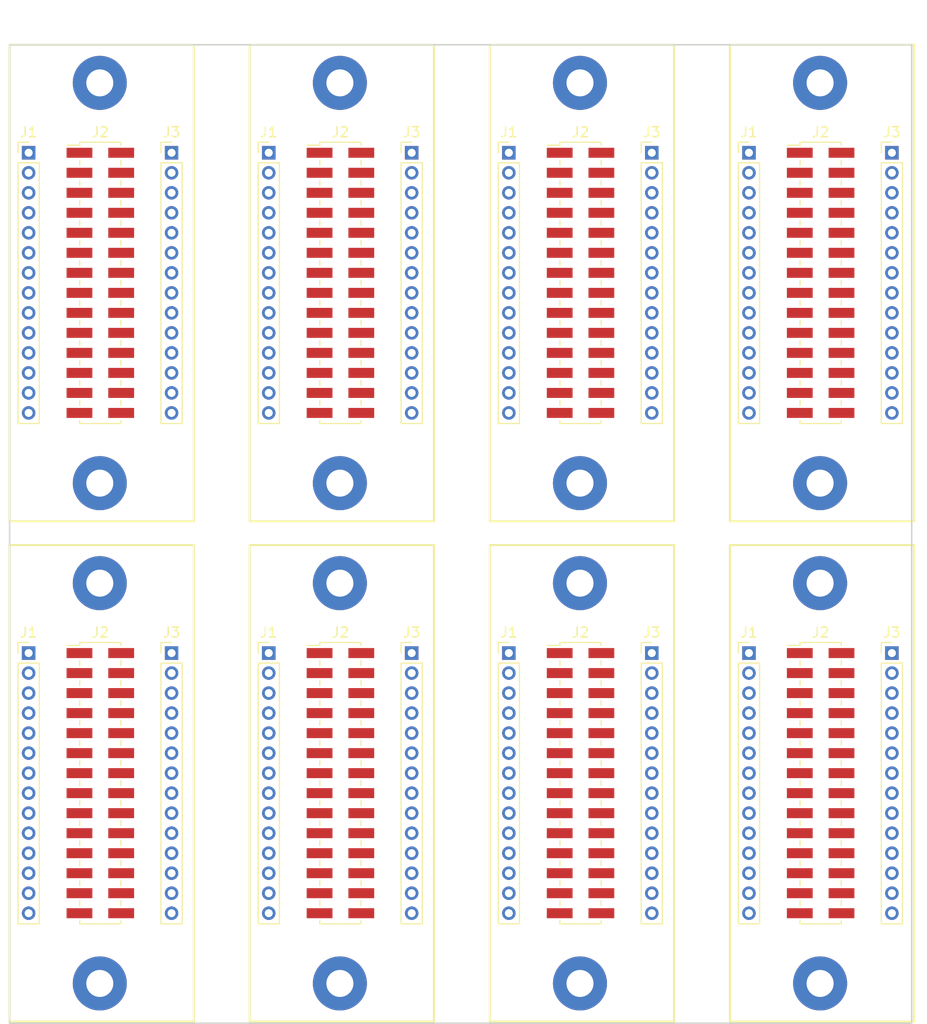
<source format=kicad_pcb>
(kicad_pcb (version 4) (host pcbnew 4.0.6)

  (general
    (links 0)
    (no_connects 48)
    (area 150.731905 87.4 177.950715 128.195)
    (thickness 1.6)
    (drawings 40)
    (tracks 0)
    (zones 0)
    (modules 40)
    (nets 9)
  )

  (page A4)
  (layers
    (0 F.Cu signal)
    (31 B.Cu signal)
    (32 B.Adhes user)
    (33 F.Adhes user)
    (34 B.Paste user)
    (35 F.Paste user)
    (36 B.SilkS user)
    (37 F.SilkS user)
    (38 B.Mask user)
    (39 F.Mask user)
    (40 Dwgs.User user)
    (41 Cmts.User user)
    (42 Eco1.User user)
    (43 Eco2.User user)
    (44 Edge.Cuts user)
    (45 Margin user)
    (46 B.CrtYd user)
    (47 F.CrtYd user)
    (48 B.Fab user)
    (49 F.Fab user)
  )

  (setup
    (last_trace_width 0.25)
    (trace_clearance 0.2)
    (zone_clearance 0.508)
    (zone_45_only no)
    (trace_min 0.2)
    (segment_width 0.2)
    (edge_width 0.15)
    (via_size 0.6)
    (via_drill 0.4)
    (via_min_size 0.4)
    (via_min_drill 0.3)
    (uvia_size 0.3)
    (uvia_drill 0.1)
    (uvias_allowed no)
    (uvia_min_size 0.2)
    (uvia_min_drill 0.1)
    (pcb_text_width 0.3)
    (pcb_text_size 1.5 1.5)
    (mod_edge_width 0.15)
    (mod_text_size 1 1)
    (mod_text_width 0.15)
    (pad_size 1.524 1.524)
    (pad_drill 0.762)
    (pad_to_mask_clearance 0.2)
    (aux_axis_origin 0 0)
    (visible_elements FFFFFF7F)
    (pcbplotparams
      (layerselection 0x00030_80000001)
      (usegerberextensions false)
      (excludeedgelayer true)
      (linewidth 0.100000)
      (plotframeref false)
      (viasonmask false)
      (mode 1)
      (useauxorigin false)
      (hpglpennumber 1)
      (hpglpenspeed 20)
      (hpglpendiameter 15)
      (hpglpenoverlay 2)
      (psnegative false)
      (psa4output false)
      (plotreference true)
      (plotvalue true)
      (plotinvisibletext false)
      (padsonsilk false)
      (subtractmaskfromsilk false)
      (outputformat 1)
      (mirror false)
      (drillshape 1)
      (scaleselection 1)
      (outputdirectory ""))
  )

  (net 0 "")
  (net 1 RESET)
  (net 2 SPI_SCK)
  (net 3 SPI_MISO)
  (net 4 SPI_MOSI)
  (net 5 SEL_IN)
  (net 6 VDD)
  (net 7 VSS)
  (net 8 SEL_OUT)

  (net_class Default "This is the default net class."
    (clearance 0.2)
    (trace_width 0.25)
    (via_dia 0.6)
    (via_drill 0.4)
    (uvia_dia 0.3)
    (uvia_drill 0.1)
    (add_net RESET)
    (add_net SEL_IN)
    (add_net SEL_OUT)
    (add_net SPI_MISO)
    (add_net SPI_MOSI)
    (add_net SPI_SCK)
    (add_net VDD)
    (add_net VSS)
  )

  (module Pin_Headers:Pin_Header_Straight_1x14_Pitch2.00mm (layer F.Cu) (tedit 59650533) (tstamp 599402D4)
    (at 239.9575 149.06)
    (descr "Through hole straight pin header, 1x14, 2.00mm pitch, single row")
    (tags "Through hole pin header THT 1x14 2.00mm single row")
    (path /5993E003)
    (fp_text reference J3 (at 0 -2.06) (layer F.SilkS)
      (effects (font (size 1 1) (thickness 0.15)))
    )
    (fp_text value MOD_OUT (at 0 28.06) (layer F.Fab)
      (effects (font (size 1 1) (thickness 0.15)))
    )
    (fp_line (start -0.5 -1) (end 1 -1) (layer F.Fab) (width 0.1))
    (fp_line (start 1 -1) (end 1 27) (layer F.Fab) (width 0.1))
    (fp_line (start 1 27) (end -1 27) (layer F.Fab) (width 0.1))
    (fp_line (start -1 27) (end -1 -0.5) (layer F.Fab) (width 0.1))
    (fp_line (start -1 -0.5) (end -0.5 -1) (layer F.Fab) (width 0.1))
    (fp_line (start -1.06 27.06) (end 1.06 27.06) (layer F.SilkS) (width 0.12))
    (fp_line (start -1.06 1) (end -1.06 27.06) (layer F.SilkS) (width 0.12))
    (fp_line (start 1.06 1) (end 1.06 27.06) (layer F.SilkS) (width 0.12))
    (fp_line (start -1.06 1) (end 1.06 1) (layer F.SilkS) (width 0.12))
    (fp_line (start -1.06 0) (end -1.06 -1.06) (layer F.SilkS) (width 0.12))
    (fp_line (start -1.06 -1.06) (end 0 -1.06) (layer F.SilkS) (width 0.12))
    (fp_line (start -1.5 -1.5) (end -1.5 27.5) (layer F.CrtYd) (width 0.05))
    (fp_line (start -1.5 27.5) (end 1.5 27.5) (layer F.CrtYd) (width 0.05))
    (fp_line (start 1.5 27.5) (end 1.5 -1.5) (layer F.CrtYd) (width 0.05))
    (fp_line (start 1.5 -1.5) (end -1.5 -1.5) (layer F.CrtYd) (width 0.05))
    (fp_text user %R (at 0 13 90) (layer F.Fab)
      (effects (font (size 1 1) (thickness 0.15)))
    )
    (pad 1 thru_hole rect (at 0 0) (size 1.35 1.35) (drill 0.8) (layers *.Cu *.Mask)
      (net 1 RESET))
    (pad 2 thru_hole oval (at 0 2) (size 1.35 1.35) (drill 0.8) (layers *.Cu *.Mask)
      (net 2 SPI_SCK))
    (pad 3 thru_hole oval (at 0 4) (size 1.35 1.35) (drill 0.8) (layers *.Cu *.Mask)
      (net 3 SPI_MISO))
    (pad 4 thru_hole oval (at 0 6) (size 1.35 1.35) (drill 0.8) (layers *.Cu *.Mask)
      (net 4 SPI_MOSI))
    (pad 5 thru_hole oval (at 0 8) (size 1.35 1.35) (drill 0.8) (layers *.Cu *.Mask)
      (net 8 SEL_OUT))
    (pad 6 thru_hole oval (at 0 10) (size 1.35 1.35) (drill 0.8) (layers *.Cu *.Mask)
      (net 6 VDD))
    (pad 7 thru_hole oval (at 0 12) (size 1.35 1.35) (drill 0.8) (layers *.Cu *.Mask)
      (net 6 VDD))
    (pad 8 thru_hole oval (at 0 14) (size 1.35 1.35) (drill 0.8) (layers *.Cu *.Mask)
      (net 6 VDD))
    (pad 9 thru_hole oval (at 0 16) (size 1.35 1.35) (drill 0.8) (layers *.Cu *.Mask)
      (net 6 VDD))
    (pad 10 thru_hole oval (at 0 18) (size 1.35 1.35) (drill 0.8) (layers *.Cu *.Mask)
      (net 6 VDD))
    (pad 11 thru_hole oval (at 0 20) (size 1.35 1.35) (drill 0.8) (layers *.Cu *.Mask)
      (net 7 VSS))
    (pad 12 thru_hole oval (at 0 22) (size 1.35 1.35) (drill 0.8) (layers *.Cu *.Mask)
      (net 7 VSS))
    (pad 13 thru_hole oval (at 0 24) (size 1.35 1.35) (drill 0.8) (layers *.Cu *.Mask)
      (net 7 VSS))
    (pad 14 thru_hole oval (at 0 26) (size 1.35 1.35) (drill 0.8) (layers *.Cu *.Mask)
      (net 7 VSS))
    (model ${KISYS3DMOD}/Pin_Headers.3dshapes/Pin_Header_Straight_1x14_Pitch2.00mm.wrl
      (at (xyz 0 0 0))
      (scale (xyz 1 1 1))
      (rotate (xyz 0 0 0))
    )
  )

  (module Pin_Headers:Pin_Header_Straight_1x14_Pitch2.00mm (layer F.Cu) (tedit 59650533) (tstamp 599402B3)
    (at 239.9575 99.06)
    (descr "Through hole straight pin header, 1x14, 2.00mm pitch, single row")
    (tags "Through hole pin header THT 1x14 2.00mm single row")
    (path /5993E003)
    (fp_text reference J3 (at 0 -2.06) (layer F.SilkS)
      (effects (font (size 1 1) (thickness 0.15)))
    )
    (fp_text value MOD_OUT (at 0 28.06) (layer F.Fab)
      (effects (font (size 1 1) (thickness 0.15)))
    )
    (fp_line (start -0.5 -1) (end 1 -1) (layer F.Fab) (width 0.1))
    (fp_line (start 1 -1) (end 1 27) (layer F.Fab) (width 0.1))
    (fp_line (start 1 27) (end -1 27) (layer F.Fab) (width 0.1))
    (fp_line (start -1 27) (end -1 -0.5) (layer F.Fab) (width 0.1))
    (fp_line (start -1 -0.5) (end -0.5 -1) (layer F.Fab) (width 0.1))
    (fp_line (start -1.06 27.06) (end 1.06 27.06) (layer F.SilkS) (width 0.12))
    (fp_line (start -1.06 1) (end -1.06 27.06) (layer F.SilkS) (width 0.12))
    (fp_line (start 1.06 1) (end 1.06 27.06) (layer F.SilkS) (width 0.12))
    (fp_line (start -1.06 1) (end 1.06 1) (layer F.SilkS) (width 0.12))
    (fp_line (start -1.06 0) (end -1.06 -1.06) (layer F.SilkS) (width 0.12))
    (fp_line (start -1.06 -1.06) (end 0 -1.06) (layer F.SilkS) (width 0.12))
    (fp_line (start -1.5 -1.5) (end -1.5 27.5) (layer F.CrtYd) (width 0.05))
    (fp_line (start -1.5 27.5) (end 1.5 27.5) (layer F.CrtYd) (width 0.05))
    (fp_line (start 1.5 27.5) (end 1.5 -1.5) (layer F.CrtYd) (width 0.05))
    (fp_line (start 1.5 -1.5) (end -1.5 -1.5) (layer F.CrtYd) (width 0.05))
    (fp_text user %R (at 0 13 90) (layer F.Fab)
      (effects (font (size 1 1) (thickness 0.15)))
    )
    (pad 1 thru_hole rect (at 0 0) (size 1.35 1.35) (drill 0.8) (layers *.Cu *.Mask)
      (net 1 RESET))
    (pad 2 thru_hole oval (at 0 2) (size 1.35 1.35) (drill 0.8) (layers *.Cu *.Mask)
      (net 2 SPI_SCK))
    (pad 3 thru_hole oval (at 0 4) (size 1.35 1.35) (drill 0.8) (layers *.Cu *.Mask)
      (net 3 SPI_MISO))
    (pad 4 thru_hole oval (at 0 6) (size 1.35 1.35) (drill 0.8) (layers *.Cu *.Mask)
      (net 4 SPI_MOSI))
    (pad 5 thru_hole oval (at 0 8) (size 1.35 1.35) (drill 0.8) (layers *.Cu *.Mask)
      (net 8 SEL_OUT))
    (pad 6 thru_hole oval (at 0 10) (size 1.35 1.35) (drill 0.8) (layers *.Cu *.Mask)
      (net 6 VDD))
    (pad 7 thru_hole oval (at 0 12) (size 1.35 1.35) (drill 0.8) (layers *.Cu *.Mask)
      (net 6 VDD))
    (pad 8 thru_hole oval (at 0 14) (size 1.35 1.35) (drill 0.8) (layers *.Cu *.Mask)
      (net 6 VDD))
    (pad 9 thru_hole oval (at 0 16) (size 1.35 1.35) (drill 0.8) (layers *.Cu *.Mask)
      (net 6 VDD))
    (pad 10 thru_hole oval (at 0 18) (size 1.35 1.35) (drill 0.8) (layers *.Cu *.Mask)
      (net 6 VDD))
    (pad 11 thru_hole oval (at 0 20) (size 1.35 1.35) (drill 0.8) (layers *.Cu *.Mask)
      (net 7 VSS))
    (pad 12 thru_hole oval (at 0 22) (size 1.35 1.35) (drill 0.8) (layers *.Cu *.Mask)
      (net 7 VSS))
    (pad 13 thru_hole oval (at 0 24) (size 1.35 1.35) (drill 0.8) (layers *.Cu *.Mask)
      (net 7 VSS))
    (pad 14 thru_hole oval (at 0 26) (size 1.35 1.35) (drill 0.8) (layers *.Cu *.Mask)
      (net 7 VSS))
    (model ${KISYS3DMOD}/Pin_Headers.3dshapes/Pin_Header_Straight_1x14_Pitch2.00mm.wrl
      (at (xyz 0 0 0))
      (scale (xyz 1 1 1))
      (rotate (xyz 0 0 0))
    )
  )

  (module Pin_Headers:Pin_Header_Straight_1x14_Pitch2.00mm (layer F.Cu) (tedit 59650533) (tstamp 59940292)
    (at 215.9575 149.06)
    (descr "Through hole straight pin header, 1x14, 2.00mm pitch, single row")
    (tags "Through hole pin header THT 1x14 2.00mm single row")
    (path /5993E003)
    (fp_text reference J3 (at 0 -2.06) (layer F.SilkS)
      (effects (font (size 1 1) (thickness 0.15)))
    )
    (fp_text value MOD_OUT (at 0 28.06) (layer F.Fab)
      (effects (font (size 1 1) (thickness 0.15)))
    )
    (fp_line (start -0.5 -1) (end 1 -1) (layer F.Fab) (width 0.1))
    (fp_line (start 1 -1) (end 1 27) (layer F.Fab) (width 0.1))
    (fp_line (start 1 27) (end -1 27) (layer F.Fab) (width 0.1))
    (fp_line (start -1 27) (end -1 -0.5) (layer F.Fab) (width 0.1))
    (fp_line (start -1 -0.5) (end -0.5 -1) (layer F.Fab) (width 0.1))
    (fp_line (start -1.06 27.06) (end 1.06 27.06) (layer F.SilkS) (width 0.12))
    (fp_line (start -1.06 1) (end -1.06 27.06) (layer F.SilkS) (width 0.12))
    (fp_line (start 1.06 1) (end 1.06 27.06) (layer F.SilkS) (width 0.12))
    (fp_line (start -1.06 1) (end 1.06 1) (layer F.SilkS) (width 0.12))
    (fp_line (start -1.06 0) (end -1.06 -1.06) (layer F.SilkS) (width 0.12))
    (fp_line (start -1.06 -1.06) (end 0 -1.06) (layer F.SilkS) (width 0.12))
    (fp_line (start -1.5 -1.5) (end -1.5 27.5) (layer F.CrtYd) (width 0.05))
    (fp_line (start -1.5 27.5) (end 1.5 27.5) (layer F.CrtYd) (width 0.05))
    (fp_line (start 1.5 27.5) (end 1.5 -1.5) (layer F.CrtYd) (width 0.05))
    (fp_line (start 1.5 -1.5) (end -1.5 -1.5) (layer F.CrtYd) (width 0.05))
    (fp_text user %R (at 0 13 90) (layer F.Fab)
      (effects (font (size 1 1) (thickness 0.15)))
    )
    (pad 1 thru_hole rect (at 0 0) (size 1.35 1.35) (drill 0.8) (layers *.Cu *.Mask)
      (net 1 RESET))
    (pad 2 thru_hole oval (at 0 2) (size 1.35 1.35) (drill 0.8) (layers *.Cu *.Mask)
      (net 2 SPI_SCK))
    (pad 3 thru_hole oval (at 0 4) (size 1.35 1.35) (drill 0.8) (layers *.Cu *.Mask)
      (net 3 SPI_MISO))
    (pad 4 thru_hole oval (at 0 6) (size 1.35 1.35) (drill 0.8) (layers *.Cu *.Mask)
      (net 4 SPI_MOSI))
    (pad 5 thru_hole oval (at 0 8) (size 1.35 1.35) (drill 0.8) (layers *.Cu *.Mask)
      (net 8 SEL_OUT))
    (pad 6 thru_hole oval (at 0 10) (size 1.35 1.35) (drill 0.8) (layers *.Cu *.Mask)
      (net 6 VDD))
    (pad 7 thru_hole oval (at 0 12) (size 1.35 1.35) (drill 0.8) (layers *.Cu *.Mask)
      (net 6 VDD))
    (pad 8 thru_hole oval (at 0 14) (size 1.35 1.35) (drill 0.8) (layers *.Cu *.Mask)
      (net 6 VDD))
    (pad 9 thru_hole oval (at 0 16) (size 1.35 1.35) (drill 0.8) (layers *.Cu *.Mask)
      (net 6 VDD))
    (pad 10 thru_hole oval (at 0 18) (size 1.35 1.35) (drill 0.8) (layers *.Cu *.Mask)
      (net 6 VDD))
    (pad 11 thru_hole oval (at 0 20) (size 1.35 1.35) (drill 0.8) (layers *.Cu *.Mask)
      (net 7 VSS))
    (pad 12 thru_hole oval (at 0 22) (size 1.35 1.35) (drill 0.8) (layers *.Cu *.Mask)
      (net 7 VSS))
    (pad 13 thru_hole oval (at 0 24) (size 1.35 1.35) (drill 0.8) (layers *.Cu *.Mask)
      (net 7 VSS))
    (pad 14 thru_hole oval (at 0 26) (size 1.35 1.35) (drill 0.8) (layers *.Cu *.Mask)
      (net 7 VSS))
    (model ${KISYS3DMOD}/Pin_Headers.3dshapes/Pin_Header_Straight_1x14_Pitch2.00mm.wrl
      (at (xyz 0 0 0))
      (scale (xyz 1 1 1))
      (rotate (xyz 0 0 0))
    )
  )

  (module Pin_Headers:Pin_Header_Straight_1x14_Pitch2.00mm (layer F.Cu) (tedit 59650533) (tstamp 59940271)
    (at 215.9575 99.06)
    (descr "Through hole straight pin header, 1x14, 2.00mm pitch, single row")
    (tags "Through hole pin header THT 1x14 2.00mm single row")
    (path /5993E003)
    (fp_text reference J3 (at 0 -2.06) (layer F.SilkS)
      (effects (font (size 1 1) (thickness 0.15)))
    )
    (fp_text value MOD_OUT (at 0 28.06) (layer F.Fab)
      (effects (font (size 1 1) (thickness 0.15)))
    )
    (fp_line (start -0.5 -1) (end 1 -1) (layer F.Fab) (width 0.1))
    (fp_line (start 1 -1) (end 1 27) (layer F.Fab) (width 0.1))
    (fp_line (start 1 27) (end -1 27) (layer F.Fab) (width 0.1))
    (fp_line (start -1 27) (end -1 -0.5) (layer F.Fab) (width 0.1))
    (fp_line (start -1 -0.5) (end -0.5 -1) (layer F.Fab) (width 0.1))
    (fp_line (start -1.06 27.06) (end 1.06 27.06) (layer F.SilkS) (width 0.12))
    (fp_line (start -1.06 1) (end -1.06 27.06) (layer F.SilkS) (width 0.12))
    (fp_line (start 1.06 1) (end 1.06 27.06) (layer F.SilkS) (width 0.12))
    (fp_line (start -1.06 1) (end 1.06 1) (layer F.SilkS) (width 0.12))
    (fp_line (start -1.06 0) (end -1.06 -1.06) (layer F.SilkS) (width 0.12))
    (fp_line (start -1.06 -1.06) (end 0 -1.06) (layer F.SilkS) (width 0.12))
    (fp_line (start -1.5 -1.5) (end -1.5 27.5) (layer F.CrtYd) (width 0.05))
    (fp_line (start -1.5 27.5) (end 1.5 27.5) (layer F.CrtYd) (width 0.05))
    (fp_line (start 1.5 27.5) (end 1.5 -1.5) (layer F.CrtYd) (width 0.05))
    (fp_line (start 1.5 -1.5) (end -1.5 -1.5) (layer F.CrtYd) (width 0.05))
    (fp_text user %R (at 0 13 90) (layer F.Fab)
      (effects (font (size 1 1) (thickness 0.15)))
    )
    (pad 1 thru_hole rect (at 0 0) (size 1.35 1.35) (drill 0.8) (layers *.Cu *.Mask)
      (net 1 RESET))
    (pad 2 thru_hole oval (at 0 2) (size 1.35 1.35) (drill 0.8) (layers *.Cu *.Mask)
      (net 2 SPI_SCK))
    (pad 3 thru_hole oval (at 0 4) (size 1.35 1.35) (drill 0.8) (layers *.Cu *.Mask)
      (net 3 SPI_MISO))
    (pad 4 thru_hole oval (at 0 6) (size 1.35 1.35) (drill 0.8) (layers *.Cu *.Mask)
      (net 4 SPI_MOSI))
    (pad 5 thru_hole oval (at 0 8) (size 1.35 1.35) (drill 0.8) (layers *.Cu *.Mask)
      (net 8 SEL_OUT))
    (pad 6 thru_hole oval (at 0 10) (size 1.35 1.35) (drill 0.8) (layers *.Cu *.Mask)
      (net 6 VDD))
    (pad 7 thru_hole oval (at 0 12) (size 1.35 1.35) (drill 0.8) (layers *.Cu *.Mask)
      (net 6 VDD))
    (pad 8 thru_hole oval (at 0 14) (size 1.35 1.35) (drill 0.8) (layers *.Cu *.Mask)
      (net 6 VDD))
    (pad 9 thru_hole oval (at 0 16) (size 1.35 1.35) (drill 0.8) (layers *.Cu *.Mask)
      (net 6 VDD))
    (pad 10 thru_hole oval (at 0 18) (size 1.35 1.35) (drill 0.8) (layers *.Cu *.Mask)
      (net 6 VDD))
    (pad 11 thru_hole oval (at 0 20) (size 1.35 1.35) (drill 0.8) (layers *.Cu *.Mask)
      (net 7 VSS))
    (pad 12 thru_hole oval (at 0 22) (size 1.35 1.35) (drill 0.8) (layers *.Cu *.Mask)
      (net 7 VSS))
    (pad 13 thru_hole oval (at 0 24) (size 1.35 1.35) (drill 0.8) (layers *.Cu *.Mask)
      (net 7 VSS))
    (pad 14 thru_hole oval (at 0 26) (size 1.35 1.35) (drill 0.8) (layers *.Cu *.Mask)
      (net 7 VSS))
    (model ${KISYS3DMOD}/Pin_Headers.3dshapes/Pin_Header_Straight_1x14_Pitch2.00mm.wrl
      (at (xyz 0 0 0))
      (scale (xyz 1 1 1))
      (rotate (xyz 0 0 0))
    )
  )

  (module Pin_Headers:Pin_Header_Straight_1x14_Pitch2.00mm (layer F.Cu) (tedit 59650533) (tstamp 59940250)
    (at 191.9575 149.06)
    (descr "Through hole straight pin header, 1x14, 2.00mm pitch, single row")
    (tags "Through hole pin header THT 1x14 2.00mm single row")
    (path /5993E003)
    (fp_text reference J3 (at 0 -2.06) (layer F.SilkS)
      (effects (font (size 1 1) (thickness 0.15)))
    )
    (fp_text value MOD_OUT (at 0 28.06) (layer F.Fab)
      (effects (font (size 1 1) (thickness 0.15)))
    )
    (fp_line (start -0.5 -1) (end 1 -1) (layer F.Fab) (width 0.1))
    (fp_line (start 1 -1) (end 1 27) (layer F.Fab) (width 0.1))
    (fp_line (start 1 27) (end -1 27) (layer F.Fab) (width 0.1))
    (fp_line (start -1 27) (end -1 -0.5) (layer F.Fab) (width 0.1))
    (fp_line (start -1 -0.5) (end -0.5 -1) (layer F.Fab) (width 0.1))
    (fp_line (start -1.06 27.06) (end 1.06 27.06) (layer F.SilkS) (width 0.12))
    (fp_line (start -1.06 1) (end -1.06 27.06) (layer F.SilkS) (width 0.12))
    (fp_line (start 1.06 1) (end 1.06 27.06) (layer F.SilkS) (width 0.12))
    (fp_line (start -1.06 1) (end 1.06 1) (layer F.SilkS) (width 0.12))
    (fp_line (start -1.06 0) (end -1.06 -1.06) (layer F.SilkS) (width 0.12))
    (fp_line (start -1.06 -1.06) (end 0 -1.06) (layer F.SilkS) (width 0.12))
    (fp_line (start -1.5 -1.5) (end -1.5 27.5) (layer F.CrtYd) (width 0.05))
    (fp_line (start -1.5 27.5) (end 1.5 27.5) (layer F.CrtYd) (width 0.05))
    (fp_line (start 1.5 27.5) (end 1.5 -1.5) (layer F.CrtYd) (width 0.05))
    (fp_line (start 1.5 -1.5) (end -1.5 -1.5) (layer F.CrtYd) (width 0.05))
    (fp_text user %R (at 0 13 90) (layer F.Fab)
      (effects (font (size 1 1) (thickness 0.15)))
    )
    (pad 1 thru_hole rect (at 0 0) (size 1.35 1.35) (drill 0.8) (layers *.Cu *.Mask)
      (net 1 RESET))
    (pad 2 thru_hole oval (at 0 2) (size 1.35 1.35) (drill 0.8) (layers *.Cu *.Mask)
      (net 2 SPI_SCK))
    (pad 3 thru_hole oval (at 0 4) (size 1.35 1.35) (drill 0.8) (layers *.Cu *.Mask)
      (net 3 SPI_MISO))
    (pad 4 thru_hole oval (at 0 6) (size 1.35 1.35) (drill 0.8) (layers *.Cu *.Mask)
      (net 4 SPI_MOSI))
    (pad 5 thru_hole oval (at 0 8) (size 1.35 1.35) (drill 0.8) (layers *.Cu *.Mask)
      (net 8 SEL_OUT))
    (pad 6 thru_hole oval (at 0 10) (size 1.35 1.35) (drill 0.8) (layers *.Cu *.Mask)
      (net 6 VDD))
    (pad 7 thru_hole oval (at 0 12) (size 1.35 1.35) (drill 0.8) (layers *.Cu *.Mask)
      (net 6 VDD))
    (pad 8 thru_hole oval (at 0 14) (size 1.35 1.35) (drill 0.8) (layers *.Cu *.Mask)
      (net 6 VDD))
    (pad 9 thru_hole oval (at 0 16) (size 1.35 1.35) (drill 0.8) (layers *.Cu *.Mask)
      (net 6 VDD))
    (pad 10 thru_hole oval (at 0 18) (size 1.35 1.35) (drill 0.8) (layers *.Cu *.Mask)
      (net 6 VDD))
    (pad 11 thru_hole oval (at 0 20) (size 1.35 1.35) (drill 0.8) (layers *.Cu *.Mask)
      (net 7 VSS))
    (pad 12 thru_hole oval (at 0 22) (size 1.35 1.35) (drill 0.8) (layers *.Cu *.Mask)
      (net 7 VSS))
    (pad 13 thru_hole oval (at 0 24) (size 1.35 1.35) (drill 0.8) (layers *.Cu *.Mask)
      (net 7 VSS))
    (pad 14 thru_hole oval (at 0 26) (size 1.35 1.35) (drill 0.8) (layers *.Cu *.Mask)
      (net 7 VSS))
    (model ${KISYS3DMOD}/Pin_Headers.3dshapes/Pin_Header_Straight_1x14_Pitch2.00mm.wrl
      (at (xyz 0 0 0))
      (scale (xyz 1 1 1))
      (rotate (xyz 0 0 0))
    )
  )

  (module Pin_Headers:Pin_Header_Straight_1x14_Pitch2.00mm (layer F.Cu) (tedit 59650533) (tstamp 5994022F)
    (at 191.9575 99.06)
    (descr "Through hole straight pin header, 1x14, 2.00mm pitch, single row")
    (tags "Through hole pin header THT 1x14 2.00mm single row")
    (path /5993E003)
    (fp_text reference J3 (at 0 -2.06) (layer F.SilkS)
      (effects (font (size 1 1) (thickness 0.15)))
    )
    (fp_text value MOD_OUT (at 0 28.06) (layer F.Fab)
      (effects (font (size 1 1) (thickness 0.15)))
    )
    (fp_line (start -0.5 -1) (end 1 -1) (layer F.Fab) (width 0.1))
    (fp_line (start 1 -1) (end 1 27) (layer F.Fab) (width 0.1))
    (fp_line (start 1 27) (end -1 27) (layer F.Fab) (width 0.1))
    (fp_line (start -1 27) (end -1 -0.5) (layer F.Fab) (width 0.1))
    (fp_line (start -1 -0.5) (end -0.5 -1) (layer F.Fab) (width 0.1))
    (fp_line (start -1.06 27.06) (end 1.06 27.06) (layer F.SilkS) (width 0.12))
    (fp_line (start -1.06 1) (end -1.06 27.06) (layer F.SilkS) (width 0.12))
    (fp_line (start 1.06 1) (end 1.06 27.06) (layer F.SilkS) (width 0.12))
    (fp_line (start -1.06 1) (end 1.06 1) (layer F.SilkS) (width 0.12))
    (fp_line (start -1.06 0) (end -1.06 -1.06) (layer F.SilkS) (width 0.12))
    (fp_line (start -1.06 -1.06) (end 0 -1.06) (layer F.SilkS) (width 0.12))
    (fp_line (start -1.5 -1.5) (end -1.5 27.5) (layer F.CrtYd) (width 0.05))
    (fp_line (start -1.5 27.5) (end 1.5 27.5) (layer F.CrtYd) (width 0.05))
    (fp_line (start 1.5 27.5) (end 1.5 -1.5) (layer F.CrtYd) (width 0.05))
    (fp_line (start 1.5 -1.5) (end -1.5 -1.5) (layer F.CrtYd) (width 0.05))
    (fp_text user %R (at 0 13 90) (layer F.Fab)
      (effects (font (size 1 1) (thickness 0.15)))
    )
    (pad 1 thru_hole rect (at 0 0) (size 1.35 1.35) (drill 0.8) (layers *.Cu *.Mask)
      (net 1 RESET))
    (pad 2 thru_hole oval (at 0 2) (size 1.35 1.35) (drill 0.8) (layers *.Cu *.Mask)
      (net 2 SPI_SCK))
    (pad 3 thru_hole oval (at 0 4) (size 1.35 1.35) (drill 0.8) (layers *.Cu *.Mask)
      (net 3 SPI_MISO))
    (pad 4 thru_hole oval (at 0 6) (size 1.35 1.35) (drill 0.8) (layers *.Cu *.Mask)
      (net 4 SPI_MOSI))
    (pad 5 thru_hole oval (at 0 8) (size 1.35 1.35) (drill 0.8) (layers *.Cu *.Mask)
      (net 8 SEL_OUT))
    (pad 6 thru_hole oval (at 0 10) (size 1.35 1.35) (drill 0.8) (layers *.Cu *.Mask)
      (net 6 VDD))
    (pad 7 thru_hole oval (at 0 12) (size 1.35 1.35) (drill 0.8) (layers *.Cu *.Mask)
      (net 6 VDD))
    (pad 8 thru_hole oval (at 0 14) (size 1.35 1.35) (drill 0.8) (layers *.Cu *.Mask)
      (net 6 VDD))
    (pad 9 thru_hole oval (at 0 16) (size 1.35 1.35) (drill 0.8) (layers *.Cu *.Mask)
      (net 6 VDD))
    (pad 10 thru_hole oval (at 0 18) (size 1.35 1.35) (drill 0.8) (layers *.Cu *.Mask)
      (net 6 VDD))
    (pad 11 thru_hole oval (at 0 20) (size 1.35 1.35) (drill 0.8) (layers *.Cu *.Mask)
      (net 7 VSS))
    (pad 12 thru_hole oval (at 0 22) (size 1.35 1.35) (drill 0.8) (layers *.Cu *.Mask)
      (net 7 VSS))
    (pad 13 thru_hole oval (at 0 24) (size 1.35 1.35) (drill 0.8) (layers *.Cu *.Mask)
      (net 7 VSS))
    (pad 14 thru_hole oval (at 0 26) (size 1.35 1.35) (drill 0.8) (layers *.Cu *.Mask)
      (net 7 VSS))
    (model ${KISYS3DMOD}/Pin_Headers.3dshapes/Pin_Header_Straight_1x14_Pitch2.00mm.wrl
      (at (xyz 0 0 0))
      (scale (xyz 1 1 1))
      (rotate (xyz 0 0 0))
    )
  )

  (module Pin_Headers:Pin_Header_Straight_1x14_Pitch2.00mm (layer F.Cu) (tedit 59650533) (tstamp 5994020E)
    (at 167.9575 149.06)
    (descr "Through hole straight pin header, 1x14, 2.00mm pitch, single row")
    (tags "Through hole pin header THT 1x14 2.00mm single row")
    (path /5993E003)
    (fp_text reference J3 (at 0 -2.06) (layer F.SilkS)
      (effects (font (size 1 1) (thickness 0.15)))
    )
    (fp_text value MOD_OUT (at 0 28.06) (layer F.Fab)
      (effects (font (size 1 1) (thickness 0.15)))
    )
    (fp_line (start -0.5 -1) (end 1 -1) (layer F.Fab) (width 0.1))
    (fp_line (start 1 -1) (end 1 27) (layer F.Fab) (width 0.1))
    (fp_line (start 1 27) (end -1 27) (layer F.Fab) (width 0.1))
    (fp_line (start -1 27) (end -1 -0.5) (layer F.Fab) (width 0.1))
    (fp_line (start -1 -0.5) (end -0.5 -1) (layer F.Fab) (width 0.1))
    (fp_line (start -1.06 27.06) (end 1.06 27.06) (layer F.SilkS) (width 0.12))
    (fp_line (start -1.06 1) (end -1.06 27.06) (layer F.SilkS) (width 0.12))
    (fp_line (start 1.06 1) (end 1.06 27.06) (layer F.SilkS) (width 0.12))
    (fp_line (start -1.06 1) (end 1.06 1) (layer F.SilkS) (width 0.12))
    (fp_line (start -1.06 0) (end -1.06 -1.06) (layer F.SilkS) (width 0.12))
    (fp_line (start -1.06 -1.06) (end 0 -1.06) (layer F.SilkS) (width 0.12))
    (fp_line (start -1.5 -1.5) (end -1.5 27.5) (layer F.CrtYd) (width 0.05))
    (fp_line (start -1.5 27.5) (end 1.5 27.5) (layer F.CrtYd) (width 0.05))
    (fp_line (start 1.5 27.5) (end 1.5 -1.5) (layer F.CrtYd) (width 0.05))
    (fp_line (start 1.5 -1.5) (end -1.5 -1.5) (layer F.CrtYd) (width 0.05))
    (fp_text user %R (at 0 13 90) (layer F.Fab)
      (effects (font (size 1 1) (thickness 0.15)))
    )
    (pad 1 thru_hole rect (at 0 0) (size 1.35 1.35) (drill 0.8) (layers *.Cu *.Mask)
      (net 1 RESET))
    (pad 2 thru_hole oval (at 0 2) (size 1.35 1.35) (drill 0.8) (layers *.Cu *.Mask)
      (net 2 SPI_SCK))
    (pad 3 thru_hole oval (at 0 4) (size 1.35 1.35) (drill 0.8) (layers *.Cu *.Mask)
      (net 3 SPI_MISO))
    (pad 4 thru_hole oval (at 0 6) (size 1.35 1.35) (drill 0.8) (layers *.Cu *.Mask)
      (net 4 SPI_MOSI))
    (pad 5 thru_hole oval (at 0 8) (size 1.35 1.35) (drill 0.8) (layers *.Cu *.Mask)
      (net 8 SEL_OUT))
    (pad 6 thru_hole oval (at 0 10) (size 1.35 1.35) (drill 0.8) (layers *.Cu *.Mask)
      (net 6 VDD))
    (pad 7 thru_hole oval (at 0 12) (size 1.35 1.35) (drill 0.8) (layers *.Cu *.Mask)
      (net 6 VDD))
    (pad 8 thru_hole oval (at 0 14) (size 1.35 1.35) (drill 0.8) (layers *.Cu *.Mask)
      (net 6 VDD))
    (pad 9 thru_hole oval (at 0 16) (size 1.35 1.35) (drill 0.8) (layers *.Cu *.Mask)
      (net 6 VDD))
    (pad 10 thru_hole oval (at 0 18) (size 1.35 1.35) (drill 0.8) (layers *.Cu *.Mask)
      (net 6 VDD))
    (pad 11 thru_hole oval (at 0 20) (size 1.35 1.35) (drill 0.8) (layers *.Cu *.Mask)
      (net 7 VSS))
    (pad 12 thru_hole oval (at 0 22) (size 1.35 1.35) (drill 0.8) (layers *.Cu *.Mask)
      (net 7 VSS))
    (pad 13 thru_hole oval (at 0 24) (size 1.35 1.35) (drill 0.8) (layers *.Cu *.Mask)
      (net 7 VSS))
    (pad 14 thru_hole oval (at 0 26) (size 1.35 1.35) (drill 0.8) (layers *.Cu *.Mask)
      (net 7 VSS))
    (model ${KISYS3DMOD}/Pin_Headers.3dshapes/Pin_Header_Straight_1x14_Pitch2.00mm.wrl
      (at (xyz 0 0 0))
      (scale (xyz 1 1 1))
      (rotate (xyz 0 0 0))
    )
  )

  (module Pin_Headers:Pin_Header_Straight_1x14_Pitch2.00mm (layer F.Cu) (tedit 59650533) (tstamp 599401ED)
    (at 225.67 149.06)
    (descr "Through hole straight pin header, 1x14, 2.00mm pitch, single row")
    (tags "Through hole pin header THT 1x14 2.00mm single row")
    (path /5993DF74)
    (fp_text reference J1 (at 0 -2.06) (layer F.SilkS)
      (effects (font (size 1 1) (thickness 0.15)))
    )
    (fp_text value MOD_IN (at 0 28.06) (layer F.Fab)
      (effects (font (size 1 1) (thickness 0.15)))
    )
    (fp_line (start -0.5 -1) (end 1 -1) (layer F.Fab) (width 0.1))
    (fp_line (start 1 -1) (end 1 27) (layer F.Fab) (width 0.1))
    (fp_line (start 1 27) (end -1 27) (layer F.Fab) (width 0.1))
    (fp_line (start -1 27) (end -1 -0.5) (layer F.Fab) (width 0.1))
    (fp_line (start -1 -0.5) (end -0.5 -1) (layer F.Fab) (width 0.1))
    (fp_line (start -1.06 27.06) (end 1.06 27.06) (layer F.SilkS) (width 0.12))
    (fp_line (start -1.06 1) (end -1.06 27.06) (layer F.SilkS) (width 0.12))
    (fp_line (start 1.06 1) (end 1.06 27.06) (layer F.SilkS) (width 0.12))
    (fp_line (start -1.06 1) (end 1.06 1) (layer F.SilkS) (width 0.12))
    (fp_line (start -1.06 0) (end -1.06 -1.06) (layer F.SilkS) (width 0.12))
    (fp_line (start -1.06 -1.06) (end 0 -1.06) (layer F.SilkS) (width 0.12))
    (fp_line (start -1.5 -1.5) (end -1.5 27.5) (layer F.CrtYd) (width 0.05))
    (fp_line (start -1.5 27.5) (end 1.5 27.5) (layer F.CrtYd) (width 0.05))
    (fp_line (start 1.5 27.5) (end 1.5 -1.5) (layer F.CrtYd) (width 0.05))
    (fp_line (start 1.5 -1.5) (end -1.5 -1.5) (layer F.CrtYd) (width 0.05))
    (fp_text user %R (at 0 13 90) (layer F.Fab)
      (effects (font (size 1 1) (thickness 0.15)))
    )
    (pad 1 thru_hole rect (at 0 0) (size 1.35 1.35) (drill 0.8) (layers *.Cu *.Mask)
      (net 1 RESET))
    (pad 2 thru_hole oval (at 0 2) (size 1.35 1.35) (drill 0.8) (layers *.Cu *.Mask)
      (net 2 SPI_SCK))
    (pad 3 thru_hole oval (at 0 4) (size 1.35 1.35) (drill 0.8) (layers *.Cu *.Mask)
      (net 3 SPI_MISO))
    (pad 4 thru_hole oval (at 0 6) (size 1.35 1.35) (drill 0.8) (layers *.Cu *.Mask)
      (net 4 SPI_MOSI))
    (pad 5 thru_hole oval (at 0 8) (size 1.35 1.35) (drill 0.8) (layers *.Cu *.Mask)
      (net 5 SEL_IN))
    (pad 6 thru_hole oval (at 0 10) (size 1.35 1.35) (drill 0.8) (layers *.Cu *.Mask)
      (net 6 VDD))
    (pad 7 thru_hole oval (at 0 12) (size 1.35 1.35) (drill 0.8) (layers *.Cu *.Mask)
      (net 6 VDD))
    (pad 8 thru_hole oval (at 0 14) (size 1.35 1.35) (drill 0.8) (layers *.Cu *.Mask)
      (net 6 VDD))
    (pad 9 thru_hole oval (at 0 16) (size 1.35 1.35) (drill 0.8) (layers *.Cu *.Mask)
      (net 6 VDD))
    (pad 10 thru_hole oval (at 0 18) (size 1.35 1.35) (drill 0.8) (layers *.Cu *.Mask)
      (net 6 VDD))
    (pad 11 thru_hole oval (at 0 20) (size 1.35 1.35) (drill 0.8) (layers *.Cu *.Mask)
      (net 7 VSS))
    (pad 12 thru_hole oval (at 0 22) (size 1.35 1.35) (drill 0.8) (layers *.Cu *.Mask)
      (net 7 VSS))
    (pad 13 thru_hole oval (at 0 24) (size 1.35 1.35) (drill 0.8) (layers *.Cu *.Mask)
      (net 7 VSS))
    (pad 14 thru_hole oval (at 0 26) (size 1.35 1.35) (drill 0.8) (layers *.Cu *.Mask)
      (net 7 VSS))
    (model ${KISYS3DMOD}/Pin_Headers.3dshapes/Pin_Header_Straight_1x14_Pitch2.00mm.wrl
      (at (xyz 0 0 0))
      (scale (xyz 1 1 1))
      (rotate (xyz 0 0 0))
    )
  )

  (module Pin_Headers:Pin_Header_Straight_1x14_Pitch2.00mm (layer F.Cu) (tedit 59650533) (tstamp 599401CC)
    (at 225.67 99.06)
    (descr "Through hole straight pin header, 1x14, 2.00mm pitch, single row")
    (tags "Through hole pin header THT 1x14 2.00mm single row")
    (path /5993DF74)
    (fp_text reference J1 (at 0 -2.06) (layer F.SilkS)
      (effects (font (size 1 1) (thickness 0.15)))
    )
    (fp_text value MOD_IN (at 0 28.06) (layer F.Fab)
      (effects (font (size 1 1) (thickness 0.15)))
    )
    (fp_line (start -0.5 -1) (end 1 -1) (layer F.Fab) (width 0.1))
    (fp_line (start 1 -1) (end 1 27) (layer F.Fab) (width 0.1))
    (fp_line (start 1 27) (end -1 27) (layer F.Fab) (width 0.1))
    (fp_line (start -1 27) (end -1 -0.5) (layer F.Fab) (width 0.1))
    (fp_line (start -1 -0.5) (end -0.5 -1) (layer F.Fab) (width 0.1))
    (fp_line (start -1.06 27.06) (end 1.06 27.06) (layer F.SilkS) (width 0.12))
    (fp_line (start -1.06 1) (end -1.06 27.06) (layer F.SilkS) (width 0.12))
    (fp_line (start 1.06 1) (end 1.06 27.06) (layer F.SilkS) (width 0.12))
    (fp_line (start -1.06 1) (end 1.06 1) (layer F.SilkS) (width 0.12))
    (fp_line (start -1.06 0) (end -1.06 -1.06) (layer F.SilkS) (width 0.12))
    (fp_line (start -1.06 -1.06) (end 0 -1.06) (layer F.SilkS) (width 0.12))
    (fp_line (start -1.5 -1.5) (end -1.5 27.5) (layer F.CrtYd) (width 0.05))
    (fp_line (start -1.5 27.5) (end 1.5 27.5) (layer F.CrtYd) (width 0.05))
    (fp_line (start 1.5 27.5) (end 1.5 -1.5) (layer F.CrtYd) (width 0.05))
    (fp_line (start 1.5 -1.5) (end -1.5 -1.5) (layer F.CrtYd) (width 0.05))
    (fp_text user %R (at 0 13 90) (layer F.Fab)
      (effects (font (size 1 1) (thickness 0.15)))
    )
    (pad 1 thru_hole rect (at 0 0) (size 1.35 1.35) (drill 0.8) (layers *.Cu *.Mask)
      (net 1 RESET))
    (pad 2 thru_hole oval (at 0 2) (size 1.35 1.35) (drill 0.8) (layers *.Cu *.Mask)
      (net 2 SPI_SCK))
    (pad 3 thru_hole oval (at 0 4) (size 1.35 1.35) (drill 0.8) (layers *.Cu *.Mask)
      (net 3 SPI_MISO))
    (pad 4 thru_hole oval (at 0 6) (size 1.35 1.35) (drill 0.8) (layers *.Cu *.Mask)
      (net 4 SPI_MOSI))
    (pad 5 thru_hole oval (at 0 8) (size 1.35 1.35) (drill 0.8) (layers *.Cu *.Mask)
      (net 5 SEL_IN))
    (pad 6 thru_hole oval (at 0 10) (size 1.35 1.35) (drill 0.8) (layers *.Cu *.Mask)
      (net 6 VDD))
    (pad 7 thru_hole oval (at 0 12) (size 1.35 1.35) (drill 0.8) (layers *.Cu *.Mask)
      (net 6 VDD))
    (pad 8 thru_hole oval (at 0 14) (size 1.35 1.35) (drill 0.8) (layers *.Cu *.Mask)
      (net 6 VDD))
    (pad 9 thru_hole oval (at 0 16) (size 1.35 1.35) (drill 0.8) (layers *.Cu *.Mask)
      (net 6 VDD))
    (pad 10 thru_hole oval (at 0 18) (size 1.35 1.35) (drill 0.8) (layers *.Cu *.Mask)
      (net 6 VDD))
    (pad 11 thru_hole oval (at 0 20) (size 1.35 1.35) (drill 0.8) (layers *.Cu *.Mask)
      (net 7 VSS))
    (pad 12 thru_hole oval (at 0 22) (size 1.35 1.35) (drill 0.8) (layers *.Cu *.Mask)
      (net 7 VSS))
    (pad 13 thru_hole oval (at 0 24) (size 1.35 1.35) (drill 0.8) (layers *.Cu *.Mask)
      (net 7 VSS))
    (pad 14 thru_hole oval (at 0 26) (size 1.35 1.35) (drill 0.8) (layers *.Cu *.Mask)
      (net 7 VSS))
    (model ${KISYS3DMOD}/Pin_Headers.3dshapes/Pin_Header_Straight_1x14_Pitch2.00mm.wrl
      (at (xyz 0 0 0))
      (scale (xyz 1 1 1))
      (rotate (xyz 0 0 0))
    )
  )

  (module Pin_Headers:Pin_Header_Straight_1x14_Pitch2.00mm (layer F.Cu) (tedit 59650533) (tstamp 599401AB)
    (at 201.67 149.06)
    (descr "Through hole straight pin header, 1x14, 2.00mm pitch, single row")
    (tags "Through hole pin header THT 1x14 2.00mm single row")
    (path /5993DF74)
    (fp_text reference J1 (at 0 -2.06) (layer F.SilkS)
      (effects (font (size 1 1) (thickness 0.15)))
    )
    (fp_text value MOD_IN (at 0 28.06) (layer F.Fab)
      (effects (font (size 1 1) (thickness 0.15)))
    )
    (fp_line (start -0.5 -1) (end 1 -1) (layer F.Fab) (width 0.1))
    (fp_line (start 1 -1) (end 1 27) (layer F.Fab) (width 0.1))
    (fp_line (start 1 27) (end -1 27) (layer F.Fab) (width 0.1))
    (fp_line (start -1 27) (end -1 -0.5) (layer F.Fab) (width 0.1))
    (fp_line (start -1 -0.5) (end -0.5 -1) (layer F.Fab) (width 0.1))
    (fp_line (start -1.06 27.06) (end 1.06 27.06) (layer F.SilkS) (width 0.12))
    (fp_line (start -1.06 1) (end -1.06 27.06) (layer F.SilkS) (width 0.12))
    (fp_line (start 1.06 1) (end 1.06 27.06) (layer F.SilkS) (width 0.12))
    (fp_line (start -1.06 1) (end 1.06 1) (layer F.SilkS) (width 0.12))
    (fp_line (start -1.06 0) (end -1.06 -1.06) (layer F.SilkS) (width 0.12))
    (fp_line (start -1.06 -1.06) (end 0 -1.06) (layer F.SilkS) (width 0.12))
    (fp_line (start -1.5 -1.5) (end -1.5 27.5) (layer F.CrtYd) (width 0.05))
    (fp_line (start -1.5 27.5) (end 1.5 27.5) (layer F.CrtYd) (width 0.05))
    (fp_line (start 1.5 27.5) (end 1.5 -1.5) (layer F.CrtYd) (width 0.05))
    (fp_line (start 1.5 -1.5) (end -1.5 -1.5) (layer F.CrtYd) (width 0.05))
    (fp_text user %R (at 0 13 90) (layer F.Fab)
      (effects (font (size 1 1) (thickness 0.15)))
    )
    (pad 1 thru_hole rect (at 0 0) (size 1.35 1.35) (drill 0.8) (layers *.Cu *.Mask)
      (net 1 RESET))
    (pad 2 thru_hole oval (at 0 2) (size 1.35 1.35) (drill 0.8) (layers *.Cu *.Mask)
      (net 2 SPI_SCK))
    (pad 3 thru_hole oval (at 0 4) (size 1.35 1.35) (drill 0.8) (layers *.Cu *.Mask)
      (net 3 SPI_MISO))
    (pad 4 thru_hole oval (at 0 6) (size 1.35 1.35) (drill 0.8) (layers *.Cu *.Mask)
      (net 4 SPI_MOSI))
    (pad 5 thru_hole oval (at 0 8) (size 1.35 1.35) (drill 0.8) (layers *.Cu *.Mask)
      (net 5 SEL_IN))
    (pad 6 thru_hole oval (at 0 10) (size 1.35 1.35) (drill 0.8) (layers *.Cu *.Mask)
      (net 6 VDD))
    (pad 7 thru_hole oval (at 0 12) (size 1.35 1.35) (drill 0.8) (layers *.Cu *.Mask)
      (net 6 VDD))
    (pad 8 thru_hole oval (at 0 14) (size 1.35 1.35) (drill 0.8) (layers *.Cu *.Mask)
      (net 6 VDD))
    (pad 9 thru_hole oval (at 0 16) (size 1.35 1.35) (drill 0.8) (layers *.Cu *.Mask)
      (net 6 VDD))
    (pad 10 thru_hole oval (at 0 18) (size 1.35 1.35) (drill 0.8) (layers *.Cu *.Mask)
      (net 6 VDD))
    (pad 11 thru_hole oval (at 0 20) (size 1.35 1.35) (drill 0.8) (layers *.Cu *.Mask)
      (net 7 VSS))
    (pad 12 thru_hole oval (at 0 22) (size 1.35 1.35) (drill 0.8) (layers *.Cu *.Mask)
      (net 7 VSS))
    (pad 13 thru_hole oval (at 0 24) (size 1.35 1.35) (drill 0.8) (layers *.Cu *.Mask)
      (net 7 VSS))
    (pad 14 thru_hole oval (at 0 26) (size 1.35 1.35) (drill 0.8) (layers *.Cu *.Mask)
      (net 7 VSS))
    (model ${KISYS3DMOD}/Pin_Headers.3dshapes/Pin_Header_Straight_1x14_Pitch2.00mm.wrl
      (at (xyz 0 0 0))
      (scale (xyz 1 1 1))
      (rotate (xyz 0 0 0))
    )
  )

  (module Pin_Headers:Pin_Header_Straight_1x14_Pitch2.00mm (layer F.Cu) (tedit 59650533) (tstamp 5994018A)
    (at 201.67 99.06)
    (descr "Through hole straight pin header, 1x14, 2.00mm pitch, single row")
    (tags "Through hole pin header THT 1x14 2.00mm single row")
    (path /5993DF74)
    (fp_text reference J1 (at 0 -2.06) (layer F.SilkS)
      (effects (font (size 1 1) (thickness 0.15)))
    )
    (fp_text value MOD_IN (at 0 28.06) (layer F.Fab)
      (effects (font (size 1 1) (thickness 0.15)))
    )
    (fp_line (start -0.5 -1) (end 1 -1) (layer F.Fab) (width 0.1))
    (fp_line (start 1 -1) (end 1 27) (layer F.Fab) (width 0.1))
    (fp_line (start 1 27) (end -1 27) (layer F.Fab) (width 0.1))
    (fp_line (start -1 27) (end -1 -0.5) (layer F.Fab) (width 0.1))
    (fp_line (start -1 -0.5) (end -0.5 -1) (layer F.Fab) (width 0.1))
    (fp_line (start -1.06 27.06) (end 1.06 27.06) (layer F.SilkS) (width 0.12))
    (fp_line (start -1.06 1) (end -1.06 27.06) (layer F.SilkS) (width 0.12))
    (fp_line (start 1.06 1) (end 1.06 27.06) (layer F.SilkS) (width 0.12))
    (fp_line (start -1.06 1) (end 1.06 1) (layer F.SilkS) (width 0.12))
    (fp_line (start -1.06 0) (end -1.06 -1.06) (layer F.SilkS) (width 0.12))
    (fp_line (start -1.06 -1.06) (end 0 -1.06) (layer F.SilkS) (width 0.12))
    (fp_line (start -1.5 -1.5) (end -1.5 27.5) (layer F.CrtYd) (width 0.05))
    (fp_line (start -1.5 27.5) (end 1.5 27.5) (layer F.CrtYd) (width 0.05))
    (fp_line (start 1.5 27.5) (end 1.5 -1.5) (layer F.CrtYd) (width 0.05))
    (fp_line (start 1.5 -1.5) (end -1.5 -1.5) (layer F.CrtYd) (width 0.05))
    (fp_text user %R (at 0 13 90) (layer F.Fab)
      (effects (font (size 1 1) (thickness 0.15)))
    )
    (pad 1 thru_hole rect (at 0 0) (size 1.35 1.35) (drill 0.8) (layers *.Cu *.Mask)
      (net 1 RESET))
    (pad 2 thru_hole oval (at 0 2) (size 1.35 1.35) (drill 0.8) (layers *.Cu *.Mask)
      (net 2 SPI_SCK))
    (pad 3 thru_hole oval (at 0 4) (size 1.35 1.35) (drill 0.8) (layers *.Cu *.Mask)
      (net 3 SPI_MISO))
    (pad 4 thru_hole oval (at 0 6) (size 1.35 1.35) (drill 0.8) (layers *.Cu *.Mask)
      (net 4 SPI_MOSI))
    (pad 5 thru_hole oval (at 0 8) (size 1.35 1.35) (drill 0.8) (layers *.Cu *.Mask)
      (net 5 SEL_IN))
    (pad 6 thru_hole oval (at 0 10) (size 1.35 1.35) (drill 0.8) (layers *.Cu *.Mask)
      (net 6 VDD))
    (pad 7 thru_hole oval (at 0 12) (size 1.35 1.35) (drill 0.8) (layers *.Cu *.Mask)
      (net 6 VDD))
    (pad 8 thru_hole oval (at 0 14) (size 1.35 1.35) (drill 0.8) (layers *.Cu *.Mask)
      (net 6 VDD))
    (pad 9 thru_hole oval (at 0 16) (size 1.35 1.35) (drill 0.8) (layers *.Cu *.Mask)
      (net 6 VDD))
    (pad 10 thru_hole oval (at 0 18) (size 1.35 1.35) (drill 0.8) (layers *.Cu *.Mask)
      (net 6 VDD))
    (pad 11 thru_hole oval (at 0 20) (size 1.35 1.35) (drill 0.8) (layers *.Cu *.Mask)
      (net 7 VSS))
    (pad 12 thru_hole oval (at 0 22) (size 1.35 1.35) (drill 0.8) (layers *.Cu *.Mask)
      (net 7 VSS))
    (pad 13 thru_hole oval (at 0 24) (size 1.35 1.35) (drill 0.8) (layers *.Cu *.Mask)
      (net 7 VSS))
    (pad 14 thru_hole oval (at 0 26) (size 1.35 1.35) (drill 0.8) (layers *.Cu *.Mask)
      (net 7 VSS))
    (model ${KISYS3DMOD}/Pin_Headers.3dshapes/Pin_Header_Straight_1x14_Pitch2.00mm.wrl
      (at (xyz 0 0 0))
      (scale (xyz 1 1 1))
      (rotate (xyz 0 0 0))
    )
  )

  (module Pin_Headers:Pin_Header_Straight_1x14_Pitch2.00mm (layer F.Cu) (tedit 59650533) (tstamp 59940169)
    (at 177.67 149.06)
    (descr "Through hole straight pin header, 1x14, 2.00mm pitch, single row")
    (tags "Through hole pin header THT 1x14 2.00mm single row")
    (path /5993DF74)
    (fp_text reference J1 (at 0 -2.06) (layer F.SilkS)
      (effects (font (size 1 1) (thickness 0.15)))
    )
    (fp_text value MOD_IN (at 0 28.06) (layer F.Fab)
      (effects (font (size 1 1) (thickness 0.15)))
    )
    (fp_line (start -0.5 -1) (end 1 -1) (layer F.Fab) (width 0.1))
    (fp_line (start 1 -1) (end 1 27) (layer F.Fab) (width 0.1))
    (fp_line (start 1 27) (end -1 27) (layer F.Fab) (width 0.1))
    (fp_line (start -1 27) (end -1 -0.5) (layer F.Fab) (width 0.1))
    (fp_line (start -1 -0.5) (end -0.5 -1) (layer F.Fab) (width 0.1))
    (fp_line (start -1.06 27.06) (end 1.06 27.06) (layer F.SilkS) (width 0.12))
    (fp_line (start -1.06 1) (end -1.06 27.06) (layer F.SilkS) (width 0.12))
    (fp_line (start 1.06 1) (end 1.06 27.06) (layer F.SilkS) (width 0.12))
    (fp_line (start -1.06 1) (end 1.06 1) (layer F.SilkS) (width 0.12))
    (fp_line (start -1.06 0) (end -1.06 -1.06) (layer F.SilkS) (width 0.12))
    (fp_line (start -1.06 -1.06) (end 0 -1.06) (layer F.SilkS) (width 0.12))
    (fp_line (start -1.5 -1.5) (end -1.5 27.5) (layer F.CrtYd) (width 0.05))
    (fp_line (start -1.5 27.5) (end 1.5 27.5) (layer F.CrtYd) (width 0.05))
    (fp_line (start 1.5 27.5) (end 1.5 -1.5) (layer F.CrtYd) (width 0.05))
    (fp_line (start 1.5 -1.5) (end -1.5 -1.5) (layer F.CrtYd) (width 0.05))
    (fp_text user %R (at 0 13 90) (layer F.Fab)
      (effects (font (size 1 1) (thickness 0.15)))
    )
    (pad 1 thru_hole rect (at 0 0) (size 1.35 1.35) (drill 0.8) (layers *.Cu *.Mask)
      (net 1 RESET))
    (pad 2 thru_hole oval (at 0 2) (size 1.35 1.35) (drill 0.8) (layers *.Cu *.Mask)
      (net 2 SPI_SCK))
    (pad 3 thru_hole oval (at 0 4) (size 1.35 1.35) (drill 0.8) (layers *.Cu *.Mask)
      (net 3 SPI_MISO))
    (pad 4 thru_hole oval (at 0 6) (size 1.35 1.35) (drill 0.8) (layers *.Cu *.Mask)
      (net 4 SPI_MOSI))
    (pad 5 thru_hole oval (at 0 8) (size 1.35 1.35) (drill 0.8) (layers *.Cu *.Mask)
      (net 5 SEL_IN))
    (pad 6 thru_hole oval (at 0 10) (size 1.35 1.35) (drill 0.8) (layers *.Cu *.Mask)
      (net 6 VDD))
    (pad 7 thru_hole oval (at 0 12) (size 1.35 1.35) (drill 0.8) (layers *.Cu *.Mask)
      (net 6 VDD))
    (pad 8 thru_hole oval (at 0 14) (size 1.35 1.35) (drill 0.8) (layers *.Cu *.Mask)
      (net 6 VDD))
    (pad 9 thru_hole oval (at 0 16) (size 1.35 1.35) (drill 0.8) (layers *.Cu *.Mask)
      (net 6 VDD))
    (pad 10 thru_hole oval (at 0 18) (size 1.35 1.35) (drill 0.8) (layers *.Cu *.Mask)
      (net 6 VDD))
    (pad 11 thru_hole oval (at 0 20) (size 1.35 1.35) (drill 0.8) (layers *.Cu *.Mask)
      (net 7 VSS))
    (pad 12 thru_hole oval (at 0 22) (size 1.35 1.35) (drill 0.8) (layers *.Cu *.Mask)
      (net 7 VSS))
    (pad 13 thru_hole oval (at 0 24) (size 1.35 1.35) (drill 0.8) (layers *.Cu *.Mask)
      (net 7 VSS))
    (pad 14 thru_hole oval (at 0 26) (size 1.35 1.35) (drill 0.8) (layers *.Cu *.Mask)
      (net 7 VSS))
    (model ${KISYS3DMOD}/Pin_Headers.3dshapes/Pin_Header_Straight_1x14_Pitch2.00mm.wrl
      (at (xyz 0 0 0))
      (scale (xyz 1 1 1))
      (rotate (xyz 0 0 0))
    )
  )

  (module Pin_Headers:Pin_Header_Straight_1x14_Pitch2.00mm (layer F.Cu) (tedit 59650533) (tstamp 59940148)
    (at 177.67 99.06)
    (descr "Through hole straight pin header, 1x14, 2.00mm pitch, single row")
    (tags "Through hole pin header THT 1x14 2.00mm single row")
    (path /5993DF74)
    (fp_text reference J1 (at 0 -2.06) (layer F.SilkS)
      (effects (font (size 1 1) (thickness 0.15)))
    )
    (fp_text value MOD_IN (at 0 28.06) (layer F.Fab)
      (effects (font (size 1 1) (thickness 0.15)))
    )
    (fp_line (start -0.5 -1) (end 1 -1) (layer F.Fab) (width 0.1))
    (fp_line (start 1 -1) (end 1 27) (layer F.Fab) (width 0.1))
    (fp_line (start 1 27) (end -1 27) (layer F.Fab) (width 0.1))
    (fp_line (start -1 27) (end -1 -0.5) (layer F.Fab) (width 0.1))
    (fp_line (start -1 -0.5) (end -0.5 -1) (layer F.Fab) (width 0.1))
    (fp_line (start -1.06 27.06) (end 1.06 27.06) (layer F.SilkS) (width 0.12))
    (fp_line (start -1.06 1) (end -1.06 27.06) (layer F.SilkS) (width 0.12))
    (fp_line (start 1.06 1) (end 1.06 27.06) (layer F.SilkS) (width 0.12))
    (fp_line (start -1.06 1) (end 1.06 1) (layer F.SilkS) (width 0.12))
    (fp_line (start -1.06 0) (end -1.06 -1.06) (layer F.SilkS) (width 0.12))
    (fp_line (start -1.06 -1.06) (end 0 -1.06) (layer F.SilkS) (width 0.12))
    (fp_line (start -1.5 -1.5) (end -1.5 27.5) (layer F.CrtYd) (width 0.05))
    (fp_line (start -1.5 27.5) (end 1.5 27.5) (layer F.CrtYd) (width 0.05))
    (fp_line (start 1.5 27.5) (end 1.5 -1.5) (layer F.CrtYd) (width 0.05))
    (fp_line (start 1.5 -1.5) (end -1.5 -1.5) (layer F.CrtYd) (width 0.05))
    (fp_text user %R (at 0 13 90) (layer F.Fab)
      (effects (font (size 1 1) (thickness 0.15)))
    )
    (pad 1 thru_hole rect (at 0 0) (size 1.35 1.35) (drill 0.8) (layers *.Cu *.Mask)
      (net 1 RESET))
    (pad 2 thru_hole oval (at 0 2) (size 1.35 1.35) (drill 0.8) (layers *.Cu *.Mask)
      (net 2 SPI_SCK))
    (pad 3 thru_hole oval (at 0 4) (size 1.35 1.35) (drill 0.8) (layers *.Cu *.Mask)
      (net 3 SPI_MISO))
    (pad 4 thru_hole oval (at 0 6) (size 1.35 1.35) (drill 0.8) (layers *.Cu *.Mask)
      (net 4 SPI_MOSI))
    (pad 5 thru_hole oval (at 0 8) (size 1.35 1.35) (drill 0.8) (layers *.Cu *.Mask)
      (net 5 SEL_IN))
    (pad 6 thru_hole oval (at 0 10) (size 1.35 1.35) (drill 0.8) (layers *.Cu *.Mask)
      (net 6 VDD))
    (pad 7 thru_hole oval (at 0 12) (size 1.35 1.35) (drill 0.8) (layers *.Cu *.Mask)
      (net 6 VDD))
    (pad 8 thru_hole oval (at 0 14) (size 1.35 1.35) (drill 0.8) (layers *.Cu *.Mask)
      (net 6 VDD))
    (pad 9 thru_hole oval (at 0 16) (size 1.35 1.35) (drill 0.8) (layers *.Cu *.Mask)
      (net 6 VDD))
    (pad 10 thru_hole oval (at 0 18) (size 1.35 1.35) (drill 0.8) (layers *.Cu *.Mask)
      (net 6 VDD))
    (pad 11 thru_hole oval (at 0 20) (size 1.35 1.35) (drill 0.8) (layers *.Cu *.Mask)
      (net 7 VSS))
    (pad 12 thru_hole oval (at 0 22) (size 1.35 1.35) (drill 0.8) (layers *.Cu *.Mask)
      (net 7 VSS))
    (pad 13 thru_hole oval (at 0 24) (size 1.35 1.35) (drill 0.8) (layers *.Cu *.Mask)
      (net 7 VSS))
    (pad 14 thru_hole oval (at 0 26) (size 1.35 1.35) (drill 0.8) (layers *.Cu *.Mask)
      (net 7 VSS))
    (model ${KISYS3DMOD}/Pin_Headers.3dshapes/Pin_Header_Straight_1x14_Pitch2.00mm.wrl
      (at (xyz 0 0 0))
      (scale (xyz 1 1 1))
      (rotate (xyz 0 0 0))
    )
  )

  (module Pin_Headers:Pin_Header_Straight_1x14_Pitch2.00mm (layer F.Cu) (tedit 59650533) (tstamp 59940127)
    (at 153.67 149.06)
    (descr "Through hole straight pin header, 1x14, 2.00mm pitch, single row")
    (tags "Through hole pin header THT 1x14 2.00mm single row")
    (path /5993DF74)
    (fp_text reference J1 (at 0 -2.06) (layer F.SilkS)
      (effects (font (size 1 1) (thickness 0.15)))
    )
    (fp_text value MOD_IN (at 0 28.06) (layer F.Fab)
      (effects (font (size 1 1) (thickness 0.15)))
    )
    (fp_line (start -0.5 -1) (end 1 -1) (layer F.Fab) (width 0.1))
    (fp_line (start 1 -1) (end 1 27) (layer F.Fab) (width 0.1))
    (fp_line (start 1 27) (end -1 27) (layer F.Fab) (width 0.1))
    (fp_line (start -1 27) (end -1 -0.5) (layer F.Fab) (width 0.1))
    (fp_line (start -1 -0.5) (end -0.5 -1) (layer F.Fab) (width 0.1))
    (fp_line (start -1.06 27.06) (end 1.06 27.06) (layer F.SilkS) (width 0.12))
    (fp_line (start -1.06 1) (end -1.06 27.06) (layer F.SilkS) (width 0.12))
    (fp_line (start 1.06 1) (end 1.06 27.06) (layer F.SilkS) (width 0.12))
    (fp_line (start -1.06 1) (end 1.06 1) (layer F.SilkS) (width 0.12))
    (fp_line (start -1.06 0) (end -1.06 -1.06) (layer F.SilkS) (width 0.12))
    (fp_line (start -1.06 -1.06) (end 0 -1.06) (layer F.SilkS) (width 0.12))
    (fp_line (start -1.5 -1.5) (end -1.5 27.5) (layer F.CrtYd) (width 0.05))
    (fp_line (start -1.5 27.5) (end 1.5 27.5) (layer F.CrtYd) (width 0.05))
    (fp_line (start 1.5 27.5) (end 1.5 -1.5) (layer F.CrtYd) (width 0.05))
    (fp_line (start 1.5 -1.5) (end -1.5 -1.5) (layer F.CrtYd) (width 0.05))
    (fp_text user %R (at 0 13 90) (layer F.Fab)
      (effects (font (size 1 1) (thickness 0.15)))
    )
    (pad 1 thru_hole rect (at 0 0) (size 1.35 1.35) (drill 0.8) (layers *.Cu *.Mask)
      (net 1 RESET))
    (pad 2 thru_hole oval (at 0 2) (size 1.35 1.35) (drill 0.8) (layers *.Cu *.Mask)
      (net 2 SPI_SCK))
    (pad 3 thru_hole oval (at 0 4) (size 1.35 1.35) (drill 0.8) (layers *.Cu *.Mask)
      (net 3 SPI_MISO))
    (pad 4 thru_hole oval (at 0 6) (size 1.35 1.35) (drill 0.8) (layers *.Cu *.Mask)
      (net 4 SPI_MOSI))
    (pad 5 thru_hole oval (at 0 8) (size 1.35 1.35) (drill 0.8) (layers *.Cu *.Mask)
      (net 5 SEL_IN))
    (pad 6 thru_hole oval (at 0 10) (size 1.35 1.35) (drill 0.8) (layers *.Cu *.Mask)
      (net 6 VDD))
    (pad 7 thru_hole oval (at 0 12) (size 1.35 1.35) (drill 0.8) (layers *.Cu *.Mask)
      (net 6 VDD))
    (pad 8 thru_hole oval (at 0 14) (size 1.35 1.35) (drill 0.8) (layers *.Cu *.Mask)
      (net 6 VDD))
    (pad 9 thru_hole oval (at 0 16) (size 1.35 1.35) (drill 0.8) (layers *.Cu *.Mask)
      (net 6 VDD))
    (pad 10 thru_hole oval (at 0 18) (size 1.35 1.35) (drill 0.8) (layers *.Cu *.Mask)
      (net 6 VDD))
    (pad 11 thru_hole oval (at 0 20) (size 1.35 1.35) (drill 0.8) (layers *.Cu *.Mask)
      (net 7 VSS))
    (pad 12 thru_hole oval (at 0 22) (size 1.35 1.35) (drill 0.8) (layers *.Cu *.Mask)
      (net 7 VSS))
    (pad 13 thru_hole oval (at 0 24) (size 1.35 1.35) (drill 0.8) (layers *.Cu *.Mask)
      (net 7 VSS))
    (pad 14 thru_hole oval (at 0 26) (size 1.35 1.35) (drill 0.8) (layers *.Cu *.Mask)
      (net 7 VSS))
    (model ${KISYS3DMOD}/Pin_Headers.3dshapes/Pin_Header_Straight_1x14_Pitch2.00mm.wrl
      (at (xyz 0 0 0))
      (scale (xyz 1 1 1))
      (rotate (xyz 0 0 0))
    )
  )

  (module Mounting_Holes:MountingHole_2.7mm_Pad (layer F.Cu) (tedit 5993E203) (tstamp 59940121)
    (at 232.782 182.08)
    (descr "Mounting Hole 2.7mm")
    (tags "mounting hole 2.7mm")
    (fp_text reference REF** (at 0 -3.7) (layer F.SilkS) hide
      (effects (font (size 1 1) (thickness 0.15)))
    )
    (fp_text value MountingHole_2.7mm_Pad (at 0 3.7) (layer F.Fab) hide
      (effects (font (size 1 1) (thickness 0.15)))
    )
    (fp_circle (center 0 0) (end 2.7 0) (layer Cmts.User) (width 0.15))
    (fp_circle (center 0 0) (end 2.95 0) (layer F.CrtYd) (width 0.05))
    (pad 1 thru_hole circle (at 0 0) (size 5.4 5.4) (drill 2.7) (layers *.Cu *.Mask))
  )

  (module Mounting_Holes:MountingHole_2.7mm_Pad (layer F.Cu) (tedit 5993E203) (tstamp 5994011B)
    (at 232.782 132.08)
    (descr "Mounting Hole 2.7mm")
    (tags "mounting hole 2.7mm")
    (fp_text reference REF** (at 0 -3.7) (layer F.SilkS) hide
      (effects (font (size 1 1) (thickness 0.15)))
    )
    (fp_text value MountingHole_2.7mm_Pad (at 0 3.7) (layer F.Fab) hide
      (effects (font (size 1 1) (thickness 0.15)))
    )
    (fp_circle (center 0 0) (end 2.7 0) (layer Cmts.User) (width 0.15))
    (fp_circle (center 0 0) (end 2.95 0) (layer F.CrtYd) (width 0.05))
    (pad 1 thru_hole circle (at 0 0) (size 5.4 5.4) (drill 2.7) (layers *.Cu *.Mask))
  )

  (module Mounting_Holes:MountingHole_2.7mm_Pad (layer F.Cu) (tedit 5993E203) (tstamp 59940115)
    (at 208.782 182.08)
    (descr "Mounting Hole 2.7mm")
    (tags "mounting hole 2.7mm")
    (fp_text reference REF** (at 0 -3.7) (layer F.SilkS) hide
      (effects (font (size 1 1) (thickness 0.15)))
    )
    (fp_text value MountingHole_2.7mm_Pad (at 0 3.7) (layer F.Fab) hide
      (effects (font (size 1 1) (thickness 0.15)))
    )
    (fp_circle (center 0 0) (end 2.7 0) (layer Cmts.User) (width 0.15))
    (fp_circle (center 0 0) (end 2.95 0) (layer F.CrtYd) (width 0.05))
    (pad 1 thru_hole circle (at 0 0) (size 5.4 5.4) (drill 2.7) (layers *.Cu *.Mask))
  )

  (module Mounting_Holes:MountingHole_2.7mm_Pad (layer F.Cu) (tedit 5993E203) (tstamp 5994010F)
    (at 208.782 132.08)
    (descr "Mounting Hole 2.7mm")
    (tags "mounting hole 2.7mm")
    (fp_text reference REF** (at 0 -3.7) (layer F.SilkS) hide
      (effects (font (size 1 1) (thickness 0.15)))
    )
    (fp_text value MountingHole_2.7mm_Pad (at 0 3.7) (layer F.Fab) hide
      (effects (font (size 1 1) (thickness 0.15)))
    )
    (fp_circle (center 0 0) (end 2.7 0) (layer Cmts.User) (width 0.15))
    (fp_circle (center 0 0) (end 2.95 0) (layer F.CrtYd) (width 0.05))
    (pad 1 thru_hole circle (at 0 0) (size 5.4 5.4) (drill 2.7) (layers *.Cu *.Mask))
  )

  (module Mounting_Holes:MountingHole_2.7mm_Pad (layer F.Cu) (tedit 5993E203) (tstamp 59940109)
    (at 184.782 182.08)
    (descr "Mounting Hole 2.7mm")
    (tags "mounting hole 2.7mm")
    (fp_text reference REF** (at 0 -3.7) (layer F.SilkS) hide
      (effects (font (size 1 1) (thickness 0.15)))
    )
    (fp_text value MountingHole_2.7mm_Pad (at 0 3.7) (layer F.Fab) hide
      (effects (font (size 1 1) (thickness 0.15)))
    )
    (fp_circle (center 0 0) (end 2.7 0) (layer Cmts.User) (width 0.15))
    (fp_circle (center 0 0) (end 2.95 0) (layer F.CrtYd) (width 0.05))
    (pad 1 thru_hole circle (at 0 0) (size 5.4 5.4) (drill 2.7) (layers *.Cu *.Mask))
  )

  (module Mounting_Holes:MountingHole_2.7mm_Pad (layer F.Cu) (tedit 5993E203) (tstamp 59940103)
    (at 184.782 132.08)
    (descr "Mounting Hole 2.7mm")
    (tags "mounting hole 2.7mm")
    (fp_text reference REF** (at 0 -3.7) (layer F.SilkS) hide
      (effects (font (size 1 1) (thickness 0.15)))
    )
    (fp_text value MountingHole_2.7mm_Pad (at 0 3.7) (layer F.Fab) hide
      (effects (font (size 1 1) (thickness 0.15)))
    )
    (fp_circle (center 0 0) (end 2.7 0) (layer Cmts.User) (width 0.15))
    (fp_circle (center 0 0) (end 2.95 0) (layer F.CrtYd) (width 0.05))
    (pad 1 thru_hole circle (at 0 0) (size 5.4 5.4) (drill 2.7) (layers *.Cu *.Mask))
  )

  (module Mounting_Holes:MountingHole_2.7mm_Pad (layer F.Cu) (tedit 5993E203) (tstamp 599400FD)
    (at 160.782 182.08)
    (descr "Mounting Hole 2.7mm")
    (tags "mounting hole 2.7mm")
    (fp_text reference REF** (at 0 -3.7) (layer F.SilkS) hide
      (effects (font (size 1 1) (thickness 0.15)))
    )
    (fp_text value MountingHole_2.7mm_Pad (at 0 3.7) (layer F.Fab) hide
      (effects (font (size 1 1) (thickness 0.15)))
    )
    (fp_circle (center 0 0) (end 2.7 0) (layer Cmts.User) (width 0.15))
    (fp_circle (center 0 0) (end 2.95 0) (layer F.CrtYd) (width 0.05))
    (pad 1 thru_hole circle (at 0 0) (size 5.4 5.4) (drill 2.7) (layers *.Cu *.Mask))
  )

  (module Mounting_Holes:MountingHole_2.7mm_Pad (layer F.Cu) (tedit 5993E1FD) (tstamp 599400F7)
    (at 232.782 142.075)
    (descr "Mounting Hole 2.7mm")
    (tags "mounting hole 2.7mm")
    (fp_text reference REF** (at 0 -3.7) (layer F.SilkS) hide
      (effects (font (size 1 1) (thickness 0.15)))
    )
    (fp_text value MountingHole_2.7mm_Pad (at 0 3.7) (layer F.Fab) hide
      (effects (font (size 1 1) (thickness 0.15)))
    )
    (fp_circle (center 0 0) (end 2.7 0) (layer Cmts.User) (width 0.15))
    (fp_circle (center 0 0) (end 2.95 0) (layer F.CrtYd) (width 0.05))
    (pad 1 thru_hole circle (at 0 0) (size 5.4 5.4) (drill 2.7) (layers *.Cu *.Mask))
  )

  (module Mounting_Holes:MountingHole_2.7mm_Pad (layer F.Cu) (tedit 5993E1FD) (tstamp 599400F1)
    (at 232.782 92.075)
    (descr "Mounting Hole 2.7mm")
    (tags "mounting hole 2.7mm")
    (fp_text reference REF** (at 0 -3.7) (layer F.SilkS) hide
      (effects (font (size 1 1) (thickness 0.15)))
    )
    (fp_text value MountingHole_2.7mm_Pad (at 0 3.7) (layer F.Fab) hide
      (effects (font (size 1 1) (thickness 0.15)))
    )
    (fp_circle (center 0 0) (end 2.7 0) (layer Cmts.User) (width 0.15))
    (fp_circle (center 0 0) (end 2.95 0) (layer F.CrtYd) (width 0.05))
    (pad 1 thru_hole circle (at 0 0) (size 5.4 5.4) (drill 2.7) (layers *.Cu *.Mask))
  )

  (module Mounting_Holes:MountingHole_2.7mm_Pad (layer F.Cu) (tedit 5993E1FD) (tstamp 599400EB)
    (at 208.782 142.075)
    (descr "Mounting Hole 2.7mm")
    (tags "mounting hole 2.7mm")
    (fp_text reference REF** (at 0 -3.7) (layer F.SilkS) hide
      (effects (font (size 1 1) (thickness 0.15)))
    )
    (fp_text value MountingHole_2.7mm_Pad (at 0 3.7) (layer F.Fab) hide
      (effects (font (size 1 1) (thickness 0.15)))
    )
    (fp_circle (center 0 0) (end 2.7 0) (layer Cmts.User) (width 0.15))
    (fp_circle (center 0 0) (end 2.95 0) (layer F.CrtYd) (width 0.05))
    (pad 1 thru_hole circle (at 0 0) (size 5.4 5.4) (drill 2.7) (layers *.Cu *.Mask))
  )

  (module Mounting_Holes:MountingHole_2.7mm_Pad (layer F.Cu) (tedit 5993E1FD) (tstamp 599400E5)
    (at 208.782 92.075)
    (descr "Mounting Hole 2.7mm")
    (tags "mounting hole 2.7mm")
    (fp_text reference REF** (at 0 -3.7) (layer F.SilkS) hide
      (effects (font (size 1 1) (thickness 0.15)))
    )
    (fp_text value MountingHole_2.7mm_Pad (at 0 3.7) (layer F.Fab) hide
      (effects (font (size 1 1) (thickness 0.15)))
    )
    (fp_circle (center 0 0) (end 2.7 0) (layer Cmts.User) (width 0.15))
    (fp_circle (center 0 0) (end 2.95 0) (layer F.CrtYd) (width 0.05))
    (pad 1 thru_hole circle (at 0 0) (size 5.4 5.4) (drill 2.7) (layers *.Cu *.Mask))
  )

  (module Mounting_Holes:MountingHole_2.7mm_Pad (layer F.Cu) (tedit 5993E1FD) (tstamp 599400DF)
    (at 184.782 142.075)
    (descr "Mounting Hole 2.7mm")
    (tags "mounting hole 2.7mm")
    (fp_text reference REF** (at 0 -3.7) (layer F.SilkS) hide
      (effects (font (size 1 1) (thickness 0.15)))
    )
    (fp_text value MountingHole_2.7mm_Pad (at 0 3.7) (layer F.Fab) hide
      (effects (font (size 1 1) (thickness 0.15)))
    )
    (fp_circle (center 0 0) (end 2.7 0) (layer Cmts.User) (width 0.15))
    (fp_circle (center 0 0) (end 2.95 0) (layer F.CrtYd) (width 0.05))
    (pad 1 thru_hole circle (at 0 0) (size 5.4 5.4) (drill 2.7) (layers *.Cu *.Mask))
  )

  (module Mounting_Holes:MountingHole_2.7mm_Pad (layer F.Cu) (tedit 5993E1FD) (tstamp 599400D9)
    (at 184.782 92.075)
    (descr "Mounting Hole 2.7mm")
    (tags "mounting hole 2.7mm")
    (fp_text reference REF** (at 0 -3.7) (layer F.SilkS) hide
      (effects (font (size 1 1) (thickness 0.15)))
    )
    (fp_text value MountingHole_2.7mm_Pad (at 0 3.7) (layer F.Fab) hide
      (effects (font (size 1 1) (thickness 0.15)))
    )
    (fp_circle (center 0 0) (end 2.7 0) (layer Cmts.User) (width 0.15))
    (fp_circle (center 0 0) (end 2.95 0) (layer F.CrtYd) (width 0.05))
    (pad 1 thru_hole circle (at 0 0) (size 5.4 5.4) (drill 2.7) (layers *.Cu *.Mask))
  )

  (module Mounting_Holes:MountingHole_2.7mm_Pad (layer F.Cu) (tedit 5993E1FD) (tstamp 599400D3)
    (at 160.782 142.075)
    (descr "Mounting Hole 2.7mm")
    (tags "mounting hole 2.7mm")
    (fp_text reference REF** (at 0 -3.7) (layer F.SilkS) hide
      (effects (font (size 1 1) (thickness 0.15)))
    )
    (fp_text value MountingHole_2.7mm_Pad (at 0 3.7) (layer F.Fab) hide
      (effects (font (size 1 1) (thickness 0.15)))
    )
    (fp_circle (center 0 0) (end 2.7 0) (layer Cmts.User) (width 0.15))
    (fp_circle (center 0 0) (end 2.95 0) (layer F.CrtYd) (width 0.05))
    (pad 1 thru_hole circle (at 0 0) (size 5.4 5.4) (drill 2.7) (layers *.Cu *.Mask))
  )

  (module Pin_Headers:Pin_Header_Straight_2x14_Pitch2.00mm_SMD (layer F.Cu) (tedit 59650534) (tstamp 59940035)
    (at 232.835 162.06)
    (descr "surface-mounted straight pin header, 2x14, 2.00mm pitch, double rows")
    (tags "Surface mounted pin header SMD 2x14 2.00mm double row")
    (path /5993E04E)
    (attr smd)
    (fp_text reference J2 (at 0 -15.06) (layer F.SilkS)
      (effects (font (size 1 1) (thickness 0.15)))
    )
    (fp_text value MOD (at 0 15.06) (layer F.Fab)
      (effects (font (size 1 1) (thickness 0.15)))
    )
    (fp_line (start 2 14) (end -2 14) (layer F.Fab) (width 0.1))
    (fp_line (start -1.25 -14) (end 2 -14) (layer F.Fab) (width 0.1))
    (fp_line (start -2 14) (end -2 -13.25) (layer F.Fab) (width 0.1))
    (fp_line (start -2 -13.25) (end -1.25 -14) (layer F.Fab) (width 0.1))
    (fp_line (start 2 -14) (end 2 14) (layer F.Fab) (width 0.1))
    (fp_line (start -2 -13.25) (end -2.875 -13.25) (layer F.Fab) (width 0.1))
    (fp_line (start -2.875 -13.25) (end -2.875 -12.75) (layer F.Fab) (width 0.1))
    (fp_line (start -2.875 -12.75) (end -2 -12.75) (layer F.Fab) (width 0.1))
    (fp_line (start 2 -13.25) (end 2.875 -13.25) (layer F.Fab) (width 0.1))
    (fp_line (start 2.875 -13.25) (end 2.875 -12.75) (layer F.Fab) (width 0.1))
    (fp_line (start 2.875 -12.75) (end 2 -12.75) (layer F.Fab) (width 0.1))
    (fp_line (start -2 -11.25) (end -2.875 -11.25) (layer F.Fab) (width 0.1))
    (fp_line (start -2.875 -11.25) (end -2.875 -10.75) (layer F.Fab) (width 0.1))
    (fp_line (start -2.875 -10.75) (end -2 -10.75) (layer F.Fab) (width 0.1))
    (fp_line (start 2 -11.25) (end 2.875 -11.25) (layer F.Fab) (width 0.1))
    (fp_line (start 2.875 -11.25) (end 2.875 -10.75) (layer F.Fab) (width 0.1))
    (fp_line (start 2.875 -10.75) (end 2 -10.75) (layer F.Fab) (width 0.1))
    (fp_line (start -2 -9.25) (end -2.875 -9.25) (layer F.Fab) (width 0.1))
    (fp_line (start -2.875 -9.25) (end -2.875 -8.75) (layer F.Fab) (width 0.1))
    (fp_line (start -2.875 -8.75) (end -2 -8.75) (layer F.Fab) (width 0.1))
    (fp_line (start 2 -9.25) (end 2.875 -9.25) (layer F.Fab) (width 0.1))
    (fp_line (start 2.875 -9.25) (end 2.875 -8.75) (layer F.Fab) (width 0.1))
    (fp_line (start 2.875 -8.75) (end 2 -8.75) (layer F.Fab) (width 0.1))
    (fp_line (start -2 -7.25) (end -2.875 -7.25) (layer F.Fab) (width 0.1))
    (fp_line (start -2.875 -7.25) (end -2.875 -6.75) (layer F.Fab) (width 0.1))
    (fp_line (start -2.875 -6.75) (end -2 -6.75) (layer F.Fab) (width 0.1))
    (fp_line (start 2 -7.25) (end 2.875 -7.25) (layer F.Fab) (width 0.1))
    (fp_line (start 2.875 -7.25) (end 2.875 -6.75) (layer F.Fab) (width 0.1))
    (fp_line (start 2.875 -6.75) (end 2 -6.75) (layer F.Fab) (width 0.1))
    (fp_line (start -2 -5.25) (end -2.875 -5.25) (layer F.Fab) (width 0.1))
    (fp_line (start -2.875 -5.25) (end -2.875 -4.75) (layer F.Fab) (width 0.1))
    (fp_line (start -2.875 -4.75) (end -2 -4.75) (layer F.Fab) (width 0.1))
    (fp_line (start 2 -5.25) (end 2.875 -5.25) (layer F.Fab) (width 0.1))
    (fp_line (start 2.875 -5.25) (end 2.875 -4.75) (layer F.Fab) (width 0.1))
    (fp_line (start 2.875 -4.75) (end 2 -4.75) (layer F.Fab) (width 0.1))
    (fp_line (start -2 -3.25) (end -2.875 -3.25) (layer F.Fab) (width 0.1))
    (fp_line (start -2.875 -3.25) (end -2.875 -2.75) (layer F.Fab) (width 0.1))
    (fp_line (start -2.875 -2.75) (end -2 -2.75) (layer F.Fab) (width 0.1))
    (fp_line (start 2 -3.25) (end 2.875 -3.25) (layer F.Fab) (width 0.1))
    (fp_line (start 2.875 -3.25) (end 2.875 -2.75) (layer F.Fab) (width 0.1))
    (fp_line (start 2.875 -2.75) (end 2 -2.75) (layer F.Fab) (width 0.1))
    (fp_line (start -2 -1.25) (end -2.875 -1.25) (layer F.Fab) (width 0.1))
    (fp_line (start -2.875 -1.25) (end -2.875 -0.75) (layer F.Fab) (width 0.1))
    (fp_line (start -2.875 -0.75) (end -2 -0.75) (layer F.Fab) (width 0.1))
    (fp_line (start 2 -1.25) (end 2.875 -1.25) (layer F.Fab) (width 0.1))
    (fp_line (start 2.875 -1.25) (end 2.875 -0.75) (layer F.Fab) (width 0.1))
    (fp_line (start 2.875 -0.75) (end 2 -0.75) (layer F.Fab) (width 0.1))
    (fp_line (start -2 0.75) (end -2.875 0.75) (layer F.Fab) (width 0.1))
    (fp_line (start -2.875 0.75) (end -2.875 1.25) (layer F.Fab) (width 0.1))
    (fp_line (start -2.875 1.25) (end -2 1.25) (layer F.Fab) (width 0.1))
    (fp_line (start 2 0.75) (end 2.875 0.75) (layer F.Fab) (width 0.1))
    (fp_line (start 2.875 0.75) (end 2.875 1.25) (layer F.Fab) (width 0.1))
    (fp_line (start 2.875 1.25) (end 2 1.25) (layer F.Fab) (width 0.1))
    (fp_line (start -2 2.75) (end -2.875 2.75) (layer F.Fab) (width 0.1))
    (fp_line (start -2.875 2.75) (end -2.875 3.25) (layer F.Fab) (width 0.1))
    (fp_line (start -2.875 3.25) (end -2 3.25) (layer F.Fab) (width 0.1))
    (fp_line (start 2 2.75) (end 2.875 2.75) (layer F.Fab) (width 0.1))
    (fp_line (start 2.875 2.75) (end 2.875 3.25) (layer F.Fab) (width 0.1))
    (fp_line (start 2.875 3.25) (end 2 3.25) (layer F.Fab) (width 0.1))
    (fp_line (start -2 4.75) (end -2.875 4.75) (layer F.Fab) (width 0.1))
    (fp_line (start -2.875 4.75) (end -2.875 5.25) (layer F.Fab) (width 0.1))
    (fp_line (start -2.875 5.25) (end -2 5.25) (layer F.Fab) (width 0.1))
    (fp_line (start 2 4.75) (end 2.875 4.75) (layer F.Fab) (width 0.1))
    (fp_line (start 2.875 4.75) (end 2.875 5.25) (layer F.Fab) (width 0.1))
    (fp_line (start 2.875 5.25) (end 2 5.25) (layer F.Fab) (width 0.1))
    (fp_line (start -2 6.75) (end -2.875 6.75) (layer F.Fab) (width 0.1))
    (fp_line (start -2.875 6.75) (end -2.875 7.25) (layer F.Fab) (width 0.1))
    (fp_line (start -2.875 7.25) (end -2 7.25) (layer F.Fab) (width 0.1))
    (fp_line (start 2 6.75) (end 2.875 6.75) (layer F.Fab) (width 0.1))
    (fp_line (start 2.875 6.75) (end 2.875 7.25) (layer F.Fab) (width 0.1))
    (fp_line (start 2.875 7.25) (end 2 7.25) (layer F.Fab) (width 0.1))
    (fp_line (start -2 8.75) (end -2.875 8.75) (layer F.Fab) (width 0.1))
    (fp_line (start -2.875 8.75) (end -2.875 9.25) (layer F.Fab) (width 0.1))
    (fp_line (start -2.875 9.25) (end -2 9.25) (layer F.Fab) (width 0.1))
    (fp_line (start 2 8.75) (end 2.875 8.75) (layer F.Fab) (width 0.1))
    (fp_line (start 2.875 8.75) (end 2.875 9.25) (layer F.Fab) (width 0.1))
    (fp_line (start 2.875 9.25) (end 2 9.25) (layer F.Fab) (width 0.1))
    (fp_line (start -2 10.75) (end -2.875 10.75) (layer F.Fab) (width 0.1))
    (fp_line (start -2.875 10.75) (end -2.875 11.25) (layer F.Fab) (width 0.1))
    (fp_line (start -2.875 11.25) (end -2 11.25) (layer F.Fab) (width 0.1))
    (fp_line (start 2 10.75) (end 2.875 10.75) (layer F.Fab) (width 0.1))
    (fp_line (start 2.875 10.75) (end 2.875 11.25) (layer F.Fab) (width 0.1))
    (fp_line (start 2.875 11.25) (end 2 11.25) (layer F.Fab) (width 0.1))
    (fp_line (start -2 12.75) (end -2.875 12.75) (layer F.Fab) (width 0.1))
    (fp_line (start -2.875 12.75) (end -2.875 13.25) (layer F.Fab) (width 0.1))
    (fp_line (start -2.875 13.25) (end -2 13.25) (layer F.Fab) (width 0.1))
    (fp_line (start 2 12.75) (end 2.875 12.75) (layer F.Fab) (width 0.1))
    (fp_line (start 2.875 12.75) (end 2.875 13.25) (layer F.Fab) (width 0.1))
    (fp_line (start 2.875 13.25) (end 2 13.25) (layer F.Fab) (width 0.1))
    (fp_line (start -2.06 -14.06) (end 2.06 -14.06) (layer F.SilkS) (width 0.12))
    (fp_line (start -2.06 14.06) (end 2.06 14.06) (layer F.SilkS) (width 0.12))
    (fp_line (start -3.315 -13.76) (end -2.06 -13.76) (layer F.SilkS) (width 0.12))
    (fp_line (start -2.06 -14.06) (end -2.06 -13.76) (layer F.SilkS) (width 0.12))
    (fp_line (start 2.06 -14.06) (end 2.06 -13.76) (layer F.SilkS) (width 0.12))
    (fp_line (start -2.06 13.76) (end -2.06 14.06) (layer F.SilkS) (width 0.12))
    (fp_line (start 2.06 13.76) (end 2.06 14.06) (layer F.SilkS) (width 0.12))
    (fp_line (start -2.06 -12.24) (end -2.06 -11.76) (layer F.SilkS) (width 0.12))
    (fp_line (start 2.06 -12.24) (end 2.06 -11.76) (layer F.SilkS) (width 0.12))
    (fp_line (start -2.06 -10.24) (end -2.06 -9.76) (layer F.SilkS) (width 0.12))
    (fp_line (start 2.06 -10.24) (end 2.06 -9.76) (layer F.SilkS) (width 0.12))
    (fp_line (start -2.06 -8.24) (end -2.06 -7.76) (layer F.SilkS) (width 0.12))
    (fp_line (start 2.06 -8.24) (end 2.06 -7.76) (layer F.SilkS) (width 0.12))
    (fp_line (start -2.06 -6.24) (end -2.06 -5.76) (layer F.SilkS) (width 0.12))
    (fp_line (start 2.06 -6.24) (end 2.06 -5.76) (layer F.SilkS) (width 0.12))
    (fp_line (start -2.06 -4.24) (end -2.06 -3.76) (layer F.SilkS) (width 0.12))
    (fp_line (start 2.06 -4.24) (end 2.06 -3.76) (layer F.SilkS) (width 0.12))
    (fp_line (start -2.06 -2.24) (end -2.06 -1.76) (layer F.SilkS) (width 0.12))
    (fp_line (start 2.06 -2.24) (end 2.06 -1.76) (layer F.SilkS) (width 0.12))
    (fp_line (start -2.06 -0.24) (end -2.06 0.24) (layer F.SilkS) (width 0.12))
    (fp_line (start 2.06 -0.24) (end 2.06 0.24) (layer F.SilkS) (width 0.12))
    (fp_line (start -2.06 1.76) (end -2.06 2.24) (layer F.SilkS) (width 0.12))
    (fp_line (start 2.06 1.76) (end 2.06 2.24) (layer F.SilkS) (width 0.12))
    (fp_line (start -2.06 3.76) (end -2.06 4.24) (layer F.SilkS) (width 0.12))
    (fp_line (start 2.06 3.76) (end 2.06 4.24) (layer F.SilkS) (width 0.12))
    (fp_line (start -2.06 5.76) (end -2.06 6.24) (layer F.SilkS) (width 0.12))
    (fp_line (start 2.06 5.76) (end 2.06 6.24) (layer F.SilkS) (width 0.12))
    (fp_line (start -2.06 7.76) (end -2.06 8.24) (layer F.SilkS) (width 0.12))
    (fp_line (start 2.06 7.76) (end 2.06 8.24) (layer F.SilkS) (width 0.12))
    (fp_line (start -2.06 9.76) (end -2.06 10.24) (layer F.SilkS) (width 0.12))
    (fp_line (start 2.06 9.76) (end 2.06 10.24) (layer F.SilkS) (width 0.12))
    (fp_line (start -2.06 11.76) (end -2.06 12.24) (layer F.SilkS) (width 0.12))
    (fp_line (start 2.06 11.76) (end 2.06 12.24) (layer F.SilkS) (width 0.12))
    (fp_line (start -4.9 -14.5) (end -4.9 14.5) (layer F.CrtYd) (width 0.05))
    (fp_line (start -4.9 14.5) (end 4.9 14.5) (layer F.CrtYd) (width 0.05))
    (fp_line (start 4.9 14.5) (end 4.9 -14.5) (layer F.CrtYd) (width 0.05))
    (fp_line (start 4.9 -14.5) (end -4.9 -14.5) (layer F.CrtYd) (width 0.05))
    (fp_text user %R (at 0 0 90) (layer F.Fab)
      (effects (font (size 1 1) (thickness 0.15)))
    )
    (pad 1 smd rect (at -2.085 -13) (size 2.58 1) (layers F.Cu F.Paste F.Mask)
      (net 1 RESET))
    (pad 2 smd rect (at 2.085 -13) (size 2.58 1) (layers F.Cu F.Paste F.Mask)
      (net 1 RESET))
    (pad 3 smd rect (at -2.085 -11) (size 2.58 1) (layers F.Cu F.Paste F.Mask)
      (net 2 SPI_SCK))
    (pad 4 smd rect (at 2.085 -11) (size 2.58 1) (layers F.Cu F.Paste F.Mask)
      (net 2 SPI_SCK))
    (pad 5 smd rect (at -2.085 -9) (size 2.58 1) (layers F.Cu F.Paste F.Mask)
      (net 3 SPI_MISO))
    (pad 6 smd rect (at 2.085 -9) (size 2.58 1) (layers F.Cu F.Paste F.Mask)
      (net 3 SPI_MISO))
    (pad 7 smd rect (at -2.085 -7) (size 2.58 1) (layers F.Cu F.Paste F.Mask)
      (net 4 SPI_MOSI))
    (pad 8 smd rect (at 2.085 -7) (size 2.58 1) (layers F.Cu F.Paste F.Mask)
      (net 4 SPI_MOSI))
    (pad 9 smd rect (at -2.085 -5) (size 2.58 1) (layers F.Cu F.Paste F.Mask)
      (net 5 SEL_IN))
    (pad 10 smd rect (at 2.085 -5) (size 2.58 1) (layers F.Cu F.Paste F.Mask)
      (net 8 SEL_OUT))
    (pad 11 smd rect (at -2.085 -3) (size 2.58 1) (layers F.Cu F.Paste F.Mask)
      (net 6 VDD))
    (pad 12 smd rect (at 2.085 -3) (size 2.58 1) (layers F.Cu F.Paste F.Mask)
      (net 6 VDD))
    (pad 13 smd rect (at -2.085 -1) (size 2.58 1) (layers F.Cu F.Paste F.Mask)
      (net 6 VDD))
    (pad 14 smd rect (at 2.085 -1) (size 2.58 1) (layers F.Cu F.Paste F.Mask)
      (net 6 VDD))
    (pad 15 smd rect (at -2.085 1) (size 2.58 1) (layers F.Cu F.Paste F.Mask)
      (net 6 VDD))
    (pad 16 smd rect (at 2.085 1) (size 2.58 1) (layers F.Cu F.Paste F.Mask)
      (net 6 VDD))
    (pad 17 smd rect (at -2.085 3) (size 2.58 1) (layers F.Cu F.Paste F.Mask)
      (net 6 VDD))
    (pad 18 smd rect (at 2.085 3) (size 2.58 1) (layers F.Cu F.Paste F.Mask)
      (net 6 VDD))
    (pad 19 smd rect (at -2.085 5) (size 2.58 1) (layers F.Cu F.Paste F.Mask)
      (net 6 VDD))
    (pad 20 smd rect (at 2.085 5) (size 2.58 1) (layers F.Cu F.Paste F.Mask)
      (net 6 VDD))
    (pad 21 smd rect (at -2.085 7) (size 2.58 1) (layers F.Cu F.Paste F.Mask)
      (net 7 VSS))
    (pad 22 smd rect (at 2.085 7) (size 2.58 1) (layers F.Cu F.Paste F.Mask)
      (net 7 VSS))
    (pad 23 smd rect (at -2.085 9) (size 2.58 1) (layers F.Cu F.Paste F.Mask)
      (net 7 VSS))
    (pad 24 smd rect (at 2.085 9) (size 2.58 1) (layers F.Cu F.Paste F.Mask)
      (net 7 VSS))
    (pad 25 smd rect (at -2.085 11) (size 2.58 1) (layers F.Cu F.Paste F.Mask)
      (net 7 VSS))
    (pad 26 smd rect (at 2.085 11) (size 2.58 1) (layers F.Cu F.Paste F.Mask)
      (net 7 VSS))
    (pad 27 smd rect (at -2.085 13) (size 2.58 1) (layers F.Cu F.Paste F.Mask)
      (net 7 VSS))
    (pad 28 smd rect (at 2.085 13) (size 2.58 1) (layers F.Cu F.Paste F.Mask)
      (net 7 VSS))
    (model ${KISYS3DMOD}/Pin_Headers.3dshapes/Pin_Header_Straight_2x14_Pitch2.00mm_SMD.wrl
      (at (xyz 0 0 0))
      (scale (xyz 1 1 1))
      (rotate (xyz 0 0 0))
    )
  )

  (module Pin_Headers:Pin_Header_Straight_2x14_Pitch2.00mm_SMD (layer F.Cu) (tedit 59650534) (tstamp 5993FF97)
    (at 232.835 112.06)
    (descr "surface-mounted straight pin header, 2x14, 2.00mm pitch, double rows")
    (tags "Surface mounted pin header SMD 2x14 2.00mm double row")
    (path /5993E04E)
    (attr smd)
    (fp_text reference J2 (at 0 -15.06) (layer F.SilkS)
      (effects (font (size 1 1) (thickness 0.15)))
    )
    (fp_text value MOD (at 0 15.06) (layer F.Fab)
      (effects (font (size 1 1) (thickness 0.15)))
    )
    (fp_line (start 2 14) (end -2 14) (layer F.Fab) (width 0.1))
    (fp_line (start -1.25 -14) (end 2 -14) (layer F.Fab) (width 0.1))
    (fp_line (start -2 14) (end -2 -13.25) (layer F.Fab) (width 0.1))
    (fp_line (start -2 -13.25) (end -1.25 -14) (layer F.Fab) (width 0.1))
    (fp_line (start 2 -14) (end 2 14) (layer F.Fab) (width 0.1))
    (fp_line (start -2 -13.25) (end -2.875 -13.25) (layer F.Fab) (width 0.1))
    (fp_line (start -2.875 -13.25) (end -2.875 -12.75) (layer F.Fab) (width 0.1))
    (fp_line (start -2.875 -12.75) (end -2 -12.75) (layer F.Fab) (width 0.1))
    (fp_line (start 2 -13.25) (end 2.875 -13.25) (layer F.Fab) (width 0.1))
    (fp_line (start 2.875 -13.25) (end 2.875 -12.75) (layer F.Fab) (width 0.1))
    (fp_line (start 2.875 -12.75) (end 2 -12.75) (layer F.Fab) (width 0.1))
    (fp_line (start -2 -11.25) (end -2.875 -11.25) (layer F.Fab) (width 0.1))
    (fp_line (start -2.875 -11.25) (end -2.875 -10.75) (layer F.Fab) (width 0.1))
    (fp_line (start -2.875 -10.75) (end -2 -10.75) (layer F.Fab) (width 0.1))
    (fp_line (start 2 -11.25) (end 2.875 -11.25) (layer F.Fab) (width 0.1))
    (fp_line (start 2.875 -11.25) (end 2.875 -10.75) (layer F.Fab) (width 0.1))
    (fp_line (start 2.875 -10.75) (end 2 -10.75) (layer F.Fab) (width 0.1))
    (fp_line (start -2 -9.25) (end -2.875 -9.25) (layer F.Fab) (width 0.1))
    (fp_line (start -2.875 -9.25) (end -2.875 -8.75) (layer F.Fab) (width 0.1))
    (fp_line (start -2.875 -8.75) (end -2 -8.75) (layer F.Fab) (width 0.1))
    (fp_line (start 2 -9.25) (end 2.875 -9.25) (layer F.Fab) (width 0.1))
    (fp_line (start 2.875 -9.25) (end 2.875 -8.75) (layer F.Fab) (width 0.1))
    (fp_line (start 2.875 -8.75) (end 2 -8.75) (layer F.Fab) (width 0.1))
    (fp_line (start -2 -7.25) (end -2.875 -7.25) (layer F.Fab) (width 0.1))
    (fp_line (start -2.875 -7.25) (end -2.875 -6.75) (layer F.Fab) (width 0.1))
    (fp_line (start -2.875 -6.75) (end -2 -6.75) (layer F.Fab) (width 0.1))
    (fp_line (start 2 -7.25) (end 2.875 -7.25) (layer F.Fab) (width 0.1))
    (fp_line (start 2.875 -7.25) (end 2.875 -6.75) (layer F.Fab) (width 0.1))
    (fp_line (start 2.875 -6.75) (end 2 -6.75) (layer F.Fab) (width 0.1))
    (fp_line (start -2 -5.25) (end -2.875 -5.25) (layer F.Fab) (width 0.1))
    (fp_line (start -2.875 -5.25) (end -2.875 -4.75) (layer F.Fab) (width 0.1))
    (fp_line (start -2.875 -4.75) (end -2 -4.75) (layer F.Fab) (width 0.1))
    (fp_line (start 2 -5.25) (end 2.875 -5.25) (layer F.Fab) (width 0.1))
    (fp_line (start 2.875 -5.25) (end 2.875 -4.75) (layer F.Fab) (width 0.1))
    (fp_line (start 2.875 -4.75) (end 2 -4.75) (layer F.Fab) (width 0.1))
    (fp_line (start -2 -3.25) (end -2.875 -3.25) (layer F.Fab) (width 0.1))
    (fp_line (start -2.875 -3.25) (end -2.875 -2.75) (layer F.Fab) (width 0.1))
    (fp_line (start -2.875 -2.75) (end -2 -2.75) (layer F.Fab) (width 0.1))
    (fp_line (start 2 -3.25) (end 2.875 -3.25) (layer F.Fab) (width 0.1))
    (fp_line (start 2.875 -3.25) (end 2.875 -2.75) (layer F.Fab) (width 0.1))
    (fp_line (start 2.875 -2.75) (end 2 -2.75) (layer F.Fab) (width 0.1))
    (fp_line (start -2 -1.25) (end -2.875 -1.25) (layer F.Fab) (width 0.1))
    (fp_line (start -2.875 -1.25) (end -2.875 -0.75) (layer F.Fab) (width 0.1))
    (fp_line (start -2.875 -0.75) (end -2 -0.75) (layer F.Fab) (width 0.1))
    (fp_line (start 2 -1.25) (end 2.875 -1.25) (layer F.Fab) (width 0.1))
    (fp_line (start 2.875 -1.25) (end 2.875 -0.75) (layer F.Fab) (width 0.1))
    (fp_line (start 2.875 -0.75) (end 2 -0.75) (layer F.Fab) (width 0.1))
    (fp_line (start -2 0.75) (end -2.875 0.75) (layer F.Fab) (width 0.1))
    (fp_line (start -2.875 0.75) (end -2.875 1.25) (layer F.Fab) (width 0.1))
    (fp_line (start -2.875 1.25) (end -2 1.25) (layer F.Fab) (width 0.1))
    (fp_line (start 2 0.75) (end 2.875 0.75) (layer F.Fab) (width 0.1))
    (fp_line (start 2.875 0.75) (end 2.875 1.25) (layer F.Fab) (width 0.1))
    (fp_line (start 2.875 1.25) (end 2 1.25) (layer F.Fab) (width 0.1))
    (fp_line (start -2 2.75) (end -2.875 2.75) (layer F.Fab) (width 0.1))
    (fp_line (start -2.875 2.75) (end -2.875 3.25) (layer F.Fab) (width 0.1))
    (fp_line (start -2.875 3.25) (end -2 3.25) (layer F.Fab) (width 0.1))
    (fp_line (start 2 2.75) (end 2.875 2.75) (layer F.Fab) (width 0.1))
    (fp_line (start 2.875 2.75) (end 2.875 3.25) (layer F.Fab) (width 0.1))
    (fp_line (start 2.875 3.25) (end 2 3.25) (layer F.Fab) (width 0.1))
    (fp_line (start -2 4.75) (end -2.875 4.75) (layer F.Fab) (width 0.1))
    (fp_line (start -2.875 4.75) (end -2.875 5.25) (layer F.Fab) (width 0.1))
    (fp_line (start -2.875 5.25) (end -2 5.25) (layer F.Fab) (width 0.1))
    (fp_line (start 2 4.75) (end 2.875 4.75) (layer F.Fab) (width 0.1))
    (fp_line (start 2.875 4.75) (end 2.875 5.25) (layer F.Fab) (width 0.1))
    (fp_line (start 2.875 5.25) (end 2 5.25) (layer F.Fab) (width 0.1))
    (fp_line (start -2 6.75) (end -2.875 6.75) (layer F.Fab) (width 0.1))
    (fp_line (start -2.875 6.75) (end -2.875 7.25) (layer F.Fab) (width 0.1))
    (fp_line (start -2.875 7.25) (end -2 7.25) (layer F.Fab) (width 0.1))
    (fp_line (start 2 6.75) (end 2.875 6.75) (layer F.Fab) (width 0.1))
    (fp_line (start 2.875 6.75) (end 2.875 7.25) (layer F.Fab) (width 0.1))
    (fp_line (start 2.875 7.25) (end 2 7.25) (layer F.Fab) (width 0.1))
    (fp_line (start -2 8.75) (end -2.875 8.75) (layer F.Fab) (width 0.1))
    (fp_line (start -2.875 8.75) (end -2.875 9.25) (layer F.Fab) (width 0.1))
    (fp_line (start -2.875 9.25) (end -2 9.25) (layer F.Fab) (width 0.1))
    (fp_line (start 2 8.75) (end 2.875 8.75) (layer F.Fab) (width 0.1))
    (fp_line (start 2.875 8.75) (end 2.875 9.25) (layer F.Fab) (width 0.1))
    (fp_line (start 2.875 9.25) (end 2 9.25) (layer F.Fab) (width 0.1))
    (fp_line (start -2 10.75) (end -2.875 10.75) (layer F.Fab) (width 0.1))
    (fp_line (start -2.875 10.75) (end -2.875 11.25) (layer F.Fab) (width 0.1))
    (fp_line (start -2.875 11.25) (end -2 11.25) (layer F.Fab) (width 0.1))
    (fp_line (start 2 10.75) (end 2.875 10.75) (layer F.Fab) (width 0.1))
    (fp_line (start 2.875 10.75) (end 2.875 11.25) (layer F.Fab) (width 0.1))
    (fp_line (start 2.875 11.25) (end 2 11.25) (layer F.Fab) (width 0.1))
    (fp_line (start -2 12.75) (end -2.875 12.75) (layer F.Fab) (width 0.1))
    (fp_line (start -2.875 12.75) (end -2.875 13.25) (layer F.Fab) (width 0.1))
    (fp_line (start -2.875 13.25) (end -2 13.25) (layer F.Fab) (width 0.1))
    (fp_line (start 2 12.75) (end 2.875 12.75) (layer F.Fab) (width 0.1))
    (fp_line (start 2.875 12.75) (end 2.875 13.25) (layer F.Fab) (width 0.1))
    (fp_line (start 2.875 13.25) (end 2 13.25) (layer F.Fab) (width 0.1))
    (fp_line (start -2.06 -14.06) (end 2.06 -14.06) (layer F.SilkS) (width 0.12))
    (fp_line (start -2.06 14.06) (end 2.06 14.06) (layer F.SilkS) (width 0.12))
    (fp_line (start -3.315 -13.76) (end -2.06 -13.76) (layer F.SilkS) (width 0.12))
    (fp_line (start -2.06 -14.06) (end -2.06 -13.76) (layer F.SilkS) (width 0.12))
    (fp_line (start 2.06 -14.06) (end 2.06 -13.76) (layer F.SilkS) (width 0.12))
    (fp_line (start -2.06 13.76) (end -2.06 14.06) (layer F.SilkS) (width 0.12))
    (fp_line (start 2.06 13.76) (end 2.06 14.06) (layer F.SilkS) (width 0.12))
    (fp_line (start -2.06 -12.24) (end -2.06 -11.76) (layer F.SilkS) (width 0.12))
    (fp_line (start 2.06 -12.24) (end 2.06 -11.76) (layer F.SilkS) (width 0.12))
    (fp_line (start -2.06 -10.24) (end -2.06 -9.76) (layer F.SilkS) (width 0.12))
    (fp_line (start 2.06 -10.24) (end 2.06 -9.76) (layer F.SilkS) (width 0.12))
    (fp_line (start -2.06 -8.24) (end -2.06 -7.76) (layer F.SilkS) (width 0.12))
    (fp_line (start 2.06 -8.24) (end 2.06 -7.76) (layer F.SilkS) (width 0.12))
    (fp_line (start -2.06 -6.24) (end -2.06 -5.76) (layer F.SilkS) (width 0.12))
    (fp_line (start 2.06 -6.24) (end 2.06 -5.76) (layer F.SilkS) (width 0.12))
    (fp_line (start -2.06 -4.24) (end -2.06 -3.76) (layer F.SilkS) (width 0.12))
    (fp_line (start 2.06 -4.24) (end 2.06 -3.76) (layer F.SilkS) (width 0.12))
    (fp_line (start -2.06 -2.24) (end -2.06 -1.76) (layer F.SilkS) (width 0.12))
    (fp_line (start 2.06 -2.24) (end 2.06 -1.76) (layer F.SilkS) (width 0.12))
    (fp_line (start -2.06 -0.24) (end -2.06 0.24) (layer F.SilkS) (width 0.12))
    (fp_line (start 2.06 -0.24) (end 2.06 0.24) (layer F.SilkS) (width 0.12))
    (fp_line (start -2.06 1.76) (end -2.06 2.24) (layer F.SilkS) (width 0.12))
    (fp_line (start 2.06 1.76) (end 2.06 2.24) (layer F.SilkS) (width 0.12))
    (fp_line (start -2.06 3.76) (end -2.06 4.24) (layer F.SilkS) (width 0.12))
    (fp_line (start 2.06 3.76) (end 2.06 4.24) (layer F.SilkS) (width 0.12))
    (fp_line (start -2.06 5.76) (end -2.06 6.24) (layer F.SilkS) (width 0.12))
    (fp_line (start 2.06 5.76) (end 2.06 6.24) (layer F.SilkS) (width 0.12))
    (fp_line (start -2.06 7.76) (end -2.06 8.24) (layer F.SilkS) (width 0.12))
    (fp_line (start 2.06 7.76) (end 2.06 8.24) (layer F.SilkS) (width 0.12))
    (fp_line (start -2.06 9.76) (end -2.06 10.24) (layer F.SilkS) (width 0.12))
    (fp_line (start 2.06 9.76) (end 2.06 10.24) (layer F.SilkS) (width 0.12))
    (fp_line (start -2.06 11.76) (end -2.06 12.24) (layer F.SilkS) (width 0.12))
    (fp_line (start 2.06 11.76) (end 2.06 12.24) (layer F.SilkS) (width 0.12))
    (fp_line (start -4.9 -14.5) (end -4.9 14.5) (layer F.CrtYd) (width 0.05))
    (fp_line (start -4.9 14.5) (end 4.9 14.5) (layer F.CrtYd) (width 0.05))
    (fp_line (start 4.9 14.5) (end 4.9 -14.5) (layer F.CrtYd) (width 0.05))
    (fp_line (start 4.9 -14.5) (end -4.9 -14.5) (layer F.CrtYd) (width 0.05))
    (fp_text user %R (at 0 0 90) (layer F.Fab)
      (effects (font (size 1 1) (thickness 0.15)))
    )
    (pad 1 smd rect (at -2.085 -13) (size 2.58 1) (layers F.Cu F.Paste F.Mask)
      (net 1 RESET))
    (pad 2 smd rect (at 2.085 -13) (size 2.58 1) (layers F.Cu F.Paste F.Mask)
      (net 1 RESET))
    (pad 3 smd rect (at -2.085 -11) (size 2.58 1) (layers F.Cu F.Paste F.Mask)
      (net 2 SPI_SCK))
    (pad 4 smd rect (at 2.085 -11) (size 2.58 1) (layers F.Cu F.Paste F.Mask)
      (net 2 SPI_SCK))
    (pad 5 smd rect (at -2.085 -9) (size 2.58 1) (layers F.Cu F.Paste F.Mask)
      (net 3 SPI_MISO))
    (pad 6 smd rect (at 2.085 -9) (size 2.58 1) (layers F.Cu F.Paste F.Mask)
      (net 3 SPI_MISO))
    (pad 7 smd rect (at -2.085 -7) (size 2.58 1) (layers F.Cu F.Paste F.Mask)
      (net 4 SPI_MOSI))
    (pad 8 smd rect (at 2.085 -7) (size 2.58 1) (layers F.Cu F.Paste F.Mask)
      (net 4 SPI_MOSI))
    (pad 9 smd rect (at -2.085 -5) (size 2.58 1) (layers F.Cu F.Paste F.Mask)
      (net 5 SEL_IN))
    (pad 10 smd rect (at 2.085 -5) (size 2.58 1) (layers F.Cu F.Paste F.Mask)
      (net 8 SEL_OUT))
    (pad 11 smd rect (at -2.085 -3) (size 2.58 1) (layers F.Cu F.Paste F.Mask)
      (net 6 VDD))
    (pad 12 smd rect (at 2.085 -3) (size 2.58 1) (layers F.Cu F.Paste F.Mask)
      (net 6 VDD))
    (pad 13 smd rect (at -2.085 -1) (size 2.58 1) (layers F.Cu F.Paste F.Mask)
      (net 6 VDD))
    (pad 14 smd rect (at 2.085 -1) (size 2.58 1) (layers F.Cu F.Paste F.Mask)
      (net 6 VDD))
    (pad 15 smd rect (at -2.085 1) (size 2.58 1) (layers F.Cu F.Paste F.Mask)
      (net 6 VDD))
    (pad 16 smd rect (at 2.085 1) (size 2.58 1) (layers F.Cu F.Paste F.Mask)
      (net 6 VDD))
    (pad 17 smd rect (at -2.085 3) (size 2.58 1) (layers F.Cu F.Paste F.Mask)
      (net 6 VDD))
    (pad 18 smd rect (at 2.085 3) (size 2.58 1) (layers F.Cu F.Paste F.Mask)
      (net 6 VDD))
    (pad 19 smd rect (at -2.085 5) (size 2.58 1) (layers F.Cu F.Paste F.Mask)
      (net 6 VDD))
    (pad 20 smd rect (at 2.085 5) (size 2.58 1) (layers F.Cu F.Paste F.Mask)
      (net 6 VDD))
    (pad 21 smd rect (at -2.085 7) (size 2.58 1) (layers F.Cu F.Paste F.Mask)
      (net 7 VSS))
    (pad 22 smd rect (at 2.085 7) (size 2.58 1) (layers F.Cu F.Paste F.Mask)
      (net 7 VSS))
    (pad 23 smd rect (at -2.085 9) (size 2.58 1) (layers F.Cu F.Paste F.Mask)
      (net 7 VSS))
    (pad 24 smd rect (at 2.085 9) (size 2.58 1) (layers F.Cu F.Paste F.Mask)
      (net 7 VSS))
    (pad 25 smd rect (at -2.085 11) (size 2.58 1) (layers F.Cu F.Paste F.Mask)
      (net 7 VSS))
    (pad 26 smd rect (at 2.085 11) (size 2.58 1) (layers F.Cu F.Paste F.Mask)
      (net 7 VSS))
    (pad 27 smd rect (at -2.085 13) (size 2.58 1) (layers F.Cu F.Paste F.Mask)
      (net 7 VSS))
    (pad 28 smd rect (at 2.085 13) (size 2.58 1) (layers F.Cu F.Paste F.Mask)
      (net 7 VSS))
    (model ${KISYS3DMOD}/Pin_Headers.3dshapes/Pin_Header_Straight_2x14_Pitch2.00mm_SMD.wrl
      (at (xyz 0 0 0))
      (scale (xyz 1 1 1))
      (rotate (xyz 0 0 0))
    )
  )

  (module Pin_Headers:Pin_Header_Straight_2x14_Pitch2.00mm_SMD (layer F.Cu) (tedit 59650534) (tstamp 5993FEF9)
    (at 208.835 162.06)
    (descr "surface-mounted straight pin header, 2x14, 2.00mm pitch, double rows")
    (tags "Surface mounted pin header SMD 2x14 2.00mm double row")
    (path /5993E04E)
    (attr smd)
    (fp_text reference J2 (at 0 -15.06) (layer F.SilkS)
      (effects (font (size 1 1) (thickness 0.15)))
    )
    (fp_text value MOD (at 0 15.06) (layer F.Fab)
      (effects (font (size 1 1) (thickness 0.15)))
    )
    (fp_line (start 2 14) (end -2 14) (layer F.Fab) (width 0.1))
    (fp_line (start -1.25 -14) (end 2 -14) (layer F.Fab) (width 0.1))
    (fp_line (start -2 14) (end -2 -13.25) (layer F.Fab) (width 0.1))
    (fp_line (start -2 -13.25) (end -1.25 -14) (layer F.Fab) (width 0.1))
    (fp_line (start 2 -14) (end 2 14) (layer F.Fab) (width 0.1))
    (fp_line (start -2 -13.25) (end -2.875 -13.25) (layer F.Fab) (width 0.1))
    (fp_line (start -2.875 -13.25) (end -2.875 -12.75) (layer F.Fab) (width 0.1))
    (fp_line (start -2.875 -12.75) (end -2 -12.75) (layer F.Fab) (width 0.1))
    (fp_line (start 2 -13.25) (end 2.875 -13.25) (layer F.Fab) (width 0.1))
    (fp_line (start 2.875 -13.25) (end 2.875 -12.75) (layer F.Fab) (width 0.1))
    (fp_line (start 2.875 -12.75) (end 2 -12.75) (layer F.Fab) (width 0.1))
    (fp_line (start -2 -11.25) (end -2.875 -11.25) (layer F.Fab) (width 0.1))
    (fp_line (start -2.875 -11.25) (end -2.875 -10.75) (layer F.Fab) (width 0.1))
    (fp_line (start -2.875 -10.75) (end -2 -10.75) (layer F.Fab) (width 0.1))
    (fp_line (start 2 -11.25) (end 2.875 -11.25) (layer F.Fab) (width 0.1))
    (fp_line (start 2.875 -11.25) (end 2.875 -10.75) (layer F.Fab) (width 0.1))
    (fp_line (start 2.875 -10.75) (end 2 -10.75) (layer F.Fab) (width 0.1))
    (fp_line (start -2 -9.25) (end -2.875 -9.25) (layer F.Fab) (width 0.1))
    (fp_line (start -2.875 -9.25) (end -2.875 -8.75) (layer F.Fab) (width 0.1))
    (fp_line (start -2.875 -8.75) (end -2 -8.75) (layer F.Fab) (width 0.1))
    (fp_line (start 2 -9.25) (end 2.875 -9.25) (layer F.Fab) (width 0.1))
    (fp_line (start 2.875 -9.25) (end 2.875 -8.75) (layer F.Fab) (width 0.1))
    (fp_line (start 2.875 -8.75) (end 2 -8.75) (layer F.Fab) (width 0.1))
    (fp_line (start -2 -7.25) (end -2.875 -7.25) (layer F.Fab) (width 0.1))
    (fp_line (start -2.875 -7.25) (end -2.875 -6.75) (layer F.Fab) (width 0.1))
    (fp_line (start -2.875 -6.75) (end -2 -6.75) (layer F.Fab) (width 0.1))
    (fp_line (start 2 -7.25) (end 2.875 -7.25) (layer F.Fab) (width 0.1))
    (fp_line (start 2.875 -7.25) (end 2.875 -6.75) (layer F.Fab) (width 0.1))
    (fp_line (start 2.875 -6.75) (end 2 -6.75) (layer F.Fab) (width 0.1))
    (fp_line (start -2 -5.25) (end -2.875 -5.25) (layer F.Fab) (width 0.1))
    (fp_line (start -2.875 -5.25) (end -2.875 -4.75) (layer F.Fab) (width 0.1))
    (fp_line (start -2.875 -4.75) (end -2 -4.75) (layer F.Fab) (width 0.1))
    (fp_line (start 2 -5.25) (end 2.875 -5.25) (layer F.Fab) (width 0.1))
    (fp_line (start 2.875 -5.25) (end 2.875 -4.75) (layer F.Fab) (width 0.1))
    (fp_line (start 2.875 -4.75) (end 2 -4.75) (layer F.Fab) (width 0.1))
    (fp_line (start -2 -3.25) (end -2.875 -3.25) (layer F.Fab) (width 0.1))
    (fp_line (start -2.875 -3.25) (end -2.875 -2.75) (layer F.Fab) (width 0.1))
    (fp_line (start -2.875 -2.75) (end -2 -2.75) (layer F.Fab) (width 0.1))
    (fp_line (start 2 -3.25) (end 2.875 -3.25) (layer F.Fab) (width 0.1))
    (fp_line (start 2.875 -3.25) (end 2.875 -2.75) (layer F.Fab) (width 0.1))
    (fp_line (start 2.875 -2.75) (end 2 -2.75) (layer F.Fab) (width 0.1))
    (fp_line (start -2 -1.25) (end -2.875 -1.25) (layer F.Fab) (width 0.1))
    (fp_line (start -2.875 -1.25) (end -2.875 -0.75) (layer F.Fab) (width 0.1))
    (fp_line (start -2.875 -0.75) (end -2 -0.75) (layer F.Fab) (width 0.1))
    (fp_line (start 2 -1.25) (end 2.875 -1.25) (layer F.Fab) (width 0.1))
    (fp_line (start 2.875 -1.25) (end 2.875 -0.75) (layer F.Fab) (width 0.1))
    (fp_line (start 2.875 -0.75) (end 2 -0.75) (layer F.Fab) (width 0.1))
    (fp_line (start -2 0.75) (end -2.875 0.75) (layer F.Fab) (width 0.1))
    (fp_line (start -2.875 0.75) (end -2.875 1.25) (layer F.Fab) (width 0.1))
    (fp_line (start -2.875 1.25) (end -2 1.25) (layer F.Fab) (width 0.1))
    (fp_line (start 2 0.75) (end 2.875 0.75) (layer F.Fab) (width 0.1))
    (fp_line (start 2.875 0.75) (end 2.875 1.25) (layer F.Fab) (width 0.1))
    (fp_line (start 2.875 1.25) (end 2 1.25) (layer F.Fab) (width 0.1))
    (fp_line (start -2 2.75) (end -2.875 2.75) (layer F.Fab) (width 0.1))
    (fp_line (start -2.875 2.75) (end -2.875 3.25) (layer F.Fab) (width 0.1))
    (fp_line (start -2.875 3.25) (end -2 3.25) (layer F.Fab) (width 0.1))
    (fp_line (start 2 2.75) (end 2.875 2.75) (layer F.Fab) (width 0.1))
    (fp_line (start 2.875 2.75) (end 2.875 3.25) (layer F.Fab) (width 0.1))
    (fp_line (start 2.875 3.25) (end 2 3.25) (layer F.Fab) (width 0.1))
    (fp_line (start -2 4.75) (end -2.875 4.75) (layer F.Fab) (width 0.1))
    (fp_line (start -2.875 4.75) (end -2.875 5.25) (layer F.Fab) (width 0.1))
    (fp_line (start -2.875 5.25) (end -2 5.25) (layer F.Fab) (width 0.1))
    (fp_line (start 2 4.75) (end 2.875 4.75) (layer F.Fab) (width 0.1))
    (fp_line (start 2.875 4.75) (end 2.875 5.25) (layer F.Fab) (width 0.1))
    (fp_line (start 2.875 5.25) (end 2 5.25) (layer F.Fab) (width 0.1))
    (fp_line (start -2 6.75) (end -2.875 6.75) (layer F.Fab) (width 0.1))
    (fp_line (start -2.875 6.75) (end -2.875 7.25) (layer F.Fab) (width 0.1))
    (fp_line (start -2.875 7.25) (end -2 7.25) (layer F.Fab) (width 0.1))
    (fp_line (start 2 6.75) (end 2.875 6.75) (layer F.Fab) (width 0.1))
    (fp_line (start 2.875 6.75) (end 2.875 7.25) (layer F.Fab) (width 0.1))
    (fp_line (start 2.875 7.25) (end 2 7.25) (layer F.Fab) (width 0.1))
    (fp_line (start -2 8.75) (end -2.875 8.75) (layer F.Fab) (width 0.1))
    (fp_line (start -2.875 8.75) (end -2.875 9.25) (layer F.Fab) (width 0.1))
    (fp_line (start -2.875 9.25) (end -2 9.25) (layer F.Fab) (width 0.1))
    (fp_line (start 2 8.75) (end 2.875 8.75) (layer F.Fab) (width 0.1))
    (fp_line (start 2.875 8.75) (end 2.875 9.25) (layer F.Fab) (width 0.1))
    (fp_line (start 2.875 9.25) (end 2 9.25) (layer F.Fab) (width 0.1))
    (fp_line (start -2 10.75) (end -2.875 10.75) (layer F.Fab) (width 0.1))
    (fp_line (start -2.875 10.75) (end -2.875 11.25) (layer F.Fab) (width 0.1))
    (fp_line (start -2.875 11.25) (end -2 11.25) (layer F.Fab) (width 0.1))
    (fp_line (start 2 10.75) (end 2.875 10.75) (layer F.Fab) (width 0.1))
    (fp_line (start 2.875 10.75) (end 2.875 11.25) (layer F.Fab) (width 0.1))
    (fp_line (start 2.875 11.25) (end 2 11.25) (layer F.Fab) (width 0.1))
    (fp_line (start -2 12.75) (end -2.875 12.75) (layer F.Fab) (width 0.1))
    (fp_line (start -2.875 12.75) (end -2.875 13.25) (layer F.Fab) (width 0.1))
    (fp_line (start -2.875 13.25) (end -2 13.25) (layer F.Fab) (width 0.1))
    (fp_line (start 2 12.75) (end 2.875 12.75) (layer F.Fab) (width 0.1))
    (fp_line (start 2.875 12.75) (end 2.875 13.25) (layer F.Fab) (width 0.1))
    (fp_line (start 2.875 13.25) (end 2 13.25) (layer F.Fab) (width 0.1))
    (fp_line (start -2.06 -14.06) (end 2.06 -14.06) (layer F.SilkS) (width 0.12))
    (fp_line (start -2.06 14.06) (end 2.06 14.06) (layer F.SilkS) (width 0.12))
    (fp_line (start -3.315 -13.76) (end -2.06 -13.76) (layer F.SilkS) (width 0.12))
    (fp_line (start -2.06 -14.06) (end -2.06 -13.76) (layer F.SilkS) (width 0.12))
    (fp_line (start 2.06 -14.06) (end 2.06 -13.76) (layer F.SilkS) (width 0.12))
    (fp_line (start -2.06 13.76) (end -2.06 14.06) (layer F.SilkS) (width 0.12))
    (fp_line (start 2.06 13.76) (end 2.06 14.06) (layer F.SilkS) (width 0.12))
    (fp_line (start -2.06 -12.24) (end -2.06 -11.76) (layer F.SilkS) (width 0.12))
    (fp_line (start 2.06 -12.24) (end 2.06 -11.76) (layer F.SilkS) (width 0.12))
    (fp_line (start -2.06 -10.24) (end -2.06 -9.76) (layer F.SilkS) (width 0.12))
    (fp_line (start 2.06 -10.24) (end 2.06 -9.76) (layer F.SilkS) (width 0.12))
    (fp_line (start -2.06 -8.24) (end -2.06 -7.76) (layer F.SilkS) (width 0.12))
    (fp_line (start 2.06 -8.24) (end 2.06 -7.76) (layer F.SilkS) (width 0.12))
    (fp_line (start -2.06 -6.24) (end -2.06 -5.76) (layer F.SilkS) (width 0.12))
    (fp_line (start 2.06 -6.24) (end 2.06 -5.76) (layer F.SilkS) (width 0.12))
    (fp_line (start -2.06 -4.24) (end -2.06 -3.76) (layer F.SilkS) (width 0.12))
    (fp_line (start 2.06 -4.24) (end 2.06 -3.76) (layer F.SilkS) (width 0.12))
    (fp_line (start -2.06 -2.24) (end -2.06 -1.76) (layer F.SilkS) (width 0.12))
    (fp_line (start 2.06 -2.24) (end 2.06 -1.76) (layer F.SilkS) (width 0.12))
    (fp_line (start -2.06 -0.24) (end -2.06 0.24) (layer F.SilkS) (width 0.12))
    (fp_line (start 2.06 -0.24) (end 2.06 0.24) (layer F.SilkS) (width 0.12))
    (fp_line (start -2.06 1.76) (end -2.06 2.24) (layer F.SilkS) (width 0.12))
    (fp_line (start 2.06 1.76) (end 2.06 2.24) (layer F.SilkS) (width 0.12))
    (fp_line (start -2.06 3.76) (end -2.06 4.24) (layer F.SilkS) (width 0.12))
    (fp_line (start 2.06 3.76) (end 2.06 4.24) (layer F.SilkS) (width 0.12))
    (fp_line (start -2.06 5.76) (end -2.06 6.24) (layer F.SilkS) (width 0.12))
    (fp_line (start 2.06 5.76) (end 2.06 6.24) (layer F.SilkS) (width 0.12))
    (fp_line (start -2.06 7.76) (end -2.06 8.24) (layer F.SilkS) (width 0.12))
    (fp_line (start 2.06 7.76) (end 2.06 8.24) (layer F.SilkS) (width 0.12))
    (fp_line (start -2.06 9.76) (end -2.06 10.24) (layer F.SilkS) (width 0.12))
    (fp_line (start 2.06 9.76) (end 2.06 10.24) (layer F.SilkS) (width 0.12))
    (fp_line (start -2.06 11.76) (end -2.06 12.24) (layer F.SilkS) (width 0.12))
    (fp_line (start 2.06 11.76) (end 2.06 12.24) (layer F.SilkS) (width 0.12))
    (fp_line (start -4.9 -14.5) (end -4.9 14.5) (layer F.CrtYd) (width 0.05))
    (fp_line (start -4.9 14.5) (end 4.9 14.5) (layer F.CrtYd) (width 0.05))
    (fp_line (start 4.9 14.5) (end 4.9 -14.5) (layer F.CrtYd) (width 0.05))
    (fp_line (start 4.9 -14.5) (end -4.9 -14.5) (layer F.CrtYd) (width 0.05))
    (fp_text user %R (at 0 0 90) (layer F.Fab)
      (effects (font (size 1 1) (thickness 0.15)))
    )
    (pad 1 smd rect (at -2.085 -13) (size 2.58 1) (layers F.Cu F.Paste F.Mask)
      (net 1 RESET))
    (pad 2 smd rect (at 2.085 -13) (size 2.58 1) (layers F.Cu F.Paste F.Mask)
      (net 1 RESET))
    (pad 3 smd rect (at -2.085 -11) (size 2.58 1) (layers F.Cu F.Paste F.Mask)
      (net 2 SPI_SCK))
    (pad 4 smd rect (at 2.085 -11) (size 2.58 1) (layers F.Cu F.Paste F.Mask)
      (net 2 SPI_SCK))
    (pad 5 smd rect (at -2.085 -9) (size 2.58 1) (layers F.Cu F.Paste F.Mask)
      (net 3 SPI_MISO))
    (pad 6 smd rect (at 2.085 -9) (size 2.58 1) (layers F.Cu F.Paste F.Mask)
      (net 3 SPI_MISO))
    (pad 7 smd rect (at -2.085 -7) (size 2.58 1) (layers F.Cu F.Paste F.Mask)
      (net 4 SPI_MOSI))
    (pad 8 smd rect (at 2.085 -7) (size 2.58 1) (layers F.Cu F.Paste F.Mask)
      (net 4 SPI_MOSI))
    (pad 9 smd rect (at -2.085 -5) (size 2.58 1) (layers F.Cu F.Paste F.Mask)
      (net 5 SEL_IN))
    (pad 10 smd rect (at 2.085 -5) (size 2.58 1) (layers F.Cu F.Paste F.Mask)
      (net 8 SEL_OUT))
    (pad 11 smd rect (at -2.085 -3) (size 2.58 1) (layers F.Cu F.Paste F.Mask)
      (net 6 VDD))
    (pad 12 smd rect (at 2.085 -3) (size 2.58 1) (layers F.Cu F.Paste F.Mask)
      (net 6 VDD))
    (pad 13 smd rect (at -2.085 -1) (size 2.58 1) (layers F.Cu F.Paste F.Mask)
      (net 6 VDD))
    (pad 14 smd rect (at 2.085 -1) (size 2.58 1) (layers F.Cu F.Paste F.Mask)
      (net 6 VDD))
    (pad 15 smd rect (at -2.085 1) (size 2.58 1) (layers F.Cu F.Paste F.Mask)
      (net 6 VDD))
    (pad 16 smd rect (at 2.085 1) (size 2.58 1) (layers F.Cu F.Paste F.Mask)
      (net 6 VDD))
    (pad 17 smd rect (at -2.085 3) (size 2.58 1) (layers F.Cu F.Paste F.Mask)
      (net 6 VDD))
    (pad 18 smd rect (at 2.085 3) (size 2.58 1) (layers F.Cu F.Paste F.Mask)
      (net 6 VDD))
    (pad 19 smd rect (at -2.085 5) (size 2.58 1) (layers F.Cu F.Paste F.Mask)
      (net 6 VDD))
    (pad 20 smd rect (at 2.085 5) (size 2.58 1) (layers F.Cu F.Paste F.Mask)
      (net 6 VDD))
    (pad 21 smd rect (at -2.085 7) (size 2.58 1) (layers F.Cu F.Paste F.Mask)
      (net 7 VSS))
    (pad 22 smd rect (at 2.085 7) (size 2.58 1) (layers F.Cu F.Paste F.Mask)
      (net 7 VSS))
    (pad 23 smd rect (at -2.085 9) (size 2.58 1) (layers F.Cu F.Paste F.Mask)
      (net 7 VSS))
    (pad 24 smd rect (at 2.085 9) (size 2.58 1) (layers F.Cu F.Paste F.Mask)
      (net 7 VSS))
    (pad 25 smd rect (at -2.085 11) (size 2.58 1) (layers F.Cu F.Paste F.Mask)
      (net 7 VSS))
    (pad 26 smd rect (at 2.085 11) (size 2.58 1) (layers F.Cu F.Paste F.Mask)
      (net 7 VSS))
    (pad 27 smd rect (at -2.085 13) (size 2.58 1) (layers F.Cu F.Paste F.Mask)
      (net 7 VSS))
    (pad 28 smd rect (at 2.085 13) (size 2.58 1) (layers F.Cu F.Paste F.Mask)
      (net 7 VSS))
    (model ${KISYS3DMOD}/Pin_Headers.3dshapes/Pin_Header_Straight_2x14_Pitch2.00mm_SMD.wrl
      (at (xyz 0 0 0))
      (scale (xyz 1 1 1))
      (rotate (xyz 0 0 0))
    )
  )

  (module Pin_Headers:Pin_Header_Straight_2x14_Pitch2.00mm_SMD (layer F.Cu) (tedit 59650534) (tstamp 5993FE5B)
    (at 208.835 112.06)
    (descr "surface-mounted straight pin header, 2x14, 2.00mm pitch, double rows")
    (tags "Surface mounted pin header SMD 2x14 2.00mm double row")
    (path /5993E04E)
    (attr smd)
    (fp_text reference J2 (at 0 -15.06) (layer F.SilkS)
      (effects (font (size 1 1) (thickness 0.15)))
    )
    (fp_text value MOD (at 0 15.06) (layer F.Fab)
      (effects (font (size 1 1) (thickness 0.15)))
    )
    (fp_line (start 2 14) (end -2 14) (layer F.Fab) (width 0.1))
    (fp_line (start -1.25 -14) (end 2 -14) (layer F.Fab) (width 0.1))
    (fp_line (start -2 14) (end -2 -13.25) (layer F.Fab) (width 0.1))
    (fp_line (start -2 -13.25) (end -1.25 -14) (layer F.Fab) (width 0.1))
    (fp_line (start 2 -14) (end 2 14) (layer F.Fab) (width 0.1))
    (fp_line (start -2 -13.25) (end -2.875 -13.25) (layer F.Fab) (width 0.1))
    (fp_line (start -2.875 -13.25) (end -2.875 -12.75) (layer F.Fab) (width 0.1))
    (fp_line (start -2.875 -12.75) (end -2 -12.75) (layer F.Fab) (width 0.1))
    (fp_line (start 2 -13.25) (end 2.875 -13.25) (layer F.Fab) (width 0.1))
    (fp_line (start 2.875 -13.25) (end 2.875 -12.75) (layer F.Fab) (width 0.1))
    (fp_line (start 2.875 -12.75) (end 2 -12.75) (layer F.Fab) (width 0.1))
    (fp_line (start -2 -11.25) (end -2.875 -11.25) (layer F.Fab) (width 0.1))
    (fp_line (start -2.875 -11.25) (end -2.875 -10.75) (layer F.Fab) (width 0.1))
    (fp_line (start -2.875 -10.75) (end -2 -10.75) (layer F.Fab) (width 0.1))
    (fp_line (start 2 -11.25) (end 2.875 -11.25) (layer F.Fab) (width 0.1))
    (fp_line (start 2.875 -11.25) (end 2.875 -10.75) (layer F.Fab) (width 0.1))
    (fp_line (start 2.875 -10.75) (end 2 -10.75) (layer F.Fab) (width 0.1))
    (fp_line (start -2 -9.25) (end -2.875 -9.25) (layer F.Fab) (width 0.1))
    (fp_line (start -2.875 -9.25) (end -2.875 -8.75) (layer F.Fab) (width 0.1))
    (fp_line (start -2.875 -8.75) (end -2 -8.75) (layer F.Fab) (width 0.1))
    (fp_line (start 2 -9.25) (end 2.875 -9.25) (layer F.Fab) (width 0.1))
    (fp_line (start 2.875 -9.25) (end 2.875 -8.75) (layer F.Fab) (width 0.1))
    (fp_line (start 2.875 -8.75) (end 2 -8.75) (layer F.Fab) (width 0.1))
    (fp_line (start -2 -7.25) (end -2.875 -7.25) (layer F.Fab) (width 0.1))
    (fp_line (start -2.875 -7.25) (end -2.875 -6.75) (layer F.Fab) (width 0.1))
    (fp_line (start -2.875 -6.75) (end -2 -6.75) (layer F.Fab) (width 0.1))
    (fp_line (start 2 -7.25) (end 2.875 -7.25) (layer F.Fab) (width 0.1))
    (fp_line (start 2.875 -7.25) (end 2.875 -6.75) (layer F.Fab) (width 0.1))
    (fp_line (start 2.875 -6.75) (end 2 -6.75) (layer F.Fab) (width 0.1))
    (fp_line (start -2 -5.25) (end -2.875 -5.25) (layer F.Fab) (width 0.1))
    (fp_line (start -2.875 -5.25) (end -2.875 -4.75) (layer F.Fab) (width 0.1))
    (fp_line (start -2.875 -4.75) (end -2 -4.75) (layer F.Fab) (width 0.1))
    (fp_line (start 2 -5.25) (end 2.875 -5.25) (layer F.Fab) (width 0.1))
    (fp_line (start 2.875 -5.25) (end 2.875 -4.75) (layer F.Fab) (width 0.1))
    (fp_line (start 2.875 -4.75) (end 2 -4.75) (layer F.Fab) (width 0.1))
    (fp_line (start -2 -3.25) (end -2.875 -3.25) (layer F.Fab) (width 0.1))
    (fp_line (start -2.875 -3.25) (end -2.875 -2.75) (layer F.Fab) (width 0.1))
    (fp_line (start -2.875 -2.75) (end -2 -2.75) (layer F.Fab) (width 0.1))
    (fp_line (start 2 -3.25) (end 2.875 -3.25) (layer F.Fab) (width 0.1))
    (fp_line (start 2.875 -3.25) (end 2.875 -2.75) (layer F.Fab) (width 0.1))
    (fp_line (start 2.875 -2.75) (end 2 -2.75) (layer F.Fab) (width 0.1))
    (fp_line (start -2 -1.25) (end -2.875 -1.25) (layer F.Fab) (width 0.1))
    (fp_line (start -2.875 -1.25) (end -2.875 -0.75) (layer F.Fab) (width 0.1))
    (fp_line (start -2.875 -0.75) (end -2 -0.75) (layer F.Fab) (width 0.1))
    (fp_line (start 2 -1.25) (end 2.875 -1.25) (layer F.Fab) (width 0.1))
    (fp_line (start 2.875 -1.25) (end 2.875 -0.75) (layer F.Fab) (width 0.1))
    (fp_line (start 2.875 -0.75) (end 2 -0.75) (layer F.Fab) (width 0.1))
    (fp_line (start -2 0.75) (end -2.875 0.75) (layer F.Fab) (width 0.1))
    (fp_line (start -2.875 0.75) (end -2.875 1.25) (layer F.Fab) (width 0.1))
    (fp_line (start -2.875 1.25) (end -2 1.25) (layer F.Fab) (width 0.1))
    (fp_line (start 2 0.75) (end 2.875 0.75) (layer F.Fab) (width 0.1))
    (fp_line (start 2.875 0.75) (end 2.875 1.25) (layer F.Fab) (width 0.1))
    (fp_line (start 2.875 1.25) (end 2 1.25) (layer F.Fab) (width 0.1))
    (fp_line (start -2 2.75) (end -2.875 2.75) (layer F.Fab) (width 0.1))
    (fp_line (start -2.875 2.75) (end -2.875 3.25) (layer F.Fab) (width 0.1))
    (fp_line (start -2.875 3.25) (end -2 3.25) (layer F.Fab) (width 0.1))
    (fp_line (start 2 2.75) (end 2.875 2.75) (layer F.Fab) (width 0.1))
    (fp_line (start 2.875 2.75) (end 2.875 3.25) (layer F.Fab) (width 0.1))
    (fp_line (start 2.875 3.25) (end 2 3.25) (layer F.Fab) (width 0.1))
    (fp_line (start -2 4.75) (end -2.875 4.75) (layer F.Fab) (width 0.1))
    (fp_line (start -2.875 4.75) (end -2.875 5.25) (layer F.Fab) (width 0.1))
    (fp_line (start -2.875 5.25) (end -2 5.25) (layer F.Fab) (width 0.1))
    (fp_line (start 2 4.75) (end 2.875 4.75) (layer F.Fab) (width 0.1))
    (fp_line (start 2.875 4.75) (end 2.875 5.25) (layer F.Fab) (width 0.1))
    (fp_line (start 2.875 5.25) (end 2 5.25) (layer F.Fab) (width 0.1))
    (fp_line (start -2 6.75) (end -2.875 6.75) (layer F.Fab) (width 0.1))
    (fp_line (start -2.875 6.75) (end -2.875 7.25) (layer F.Fab) (width 0.1))
    (fp_line (start -2.875 7.25) (end -2 7.25) (layer F.Fab) (width 0.1))
    (fp_line (start 2 6.75) (end 2.875 6.75) (layer F.Fab) (width 0.1))
    (fp_line (start 2.875 6.75) (end 2.875 7.25) (layer F.Fab) (width 0.1))
    (fp_line (start 2.875 7.25) (end 2 7.25) (layer F.Fab) (width 0.1))
    (fp_line (start -2 8.75) (end -2.875 8.75) (layer F.Fab) (width 0.1))
    (fp_line (start -2.875 8.75) (end -2.875 9.25) (layer F.Fab) (width 0.1))
    (fp_line (start -2.875 9.25) (end -2 9.25) (layer F.Fab) (width 0.1))
    (fp_line (start 2 8.75) (end 2.875 8.75) (layer F.Fab) (width 0.1))
    (fp_line (start 2.875 8.75) (end 2.875 9.25) (layer F.Fab) (width 0.1))
    (fp_line (start 2.875 9.25) (end 2 9.25) (layer F.Fab) (width 0.1))
    (fp_line (start -2 10.75) (end -2.875 10.75) (layer F.Fab) (width 0.1))
    (fp_line (start -2.875 10.75) (end -2.875 11.25) (layer F.Fab) (width 0.1))
    (fp_line (start -2.875 11.25) (end -2 11.25) (layer F.Fab) (width 0.1))
    (fp_line (start 2 10.75) (end 2.875 10.75) (layer F.Fab) (width 0.1))
    (fp_line (start 2.875 10.75) (end 2.875 11.25) (layer F.Fab) (width 0.1))
    (fp_line (start 2.875 11.25) (end 2 11.25) (layer F.Fab) (width 0.1))
    (fp_line (start -2 12.75) (end -2.875 12.75) (layer F.Fab) (width 0.1))
    (fp_line (start -2.875 12.75) (end -2.875 13.25) (layer F.Fab) (width 0.1))
    (fp_line (start -2.875 13.25) (end -2 13.25) (layer F.Fab) (width 0.1))
    (fp_line (start 2 12.75) (end 2.875 12.75) (layer F.Fab) (width 0.1))
    (fp_line (start 2.875 12.75) (end 2.875 13.25) (layer F.Fab) (width 0.1))
    (fp_line (start 2.875 13.25) (end 2 13.25) (layer F.Fab) (width 0.1))
    (fp_line (start -2.06 -14.06) (end 2.06 -14.06) (layer F.SilkS) (width 0.12))
    (fp_line (start -2.06 14.06) (end 2.06 14.06) (layer F.SilkS) (width 0.12))
    (fp_line (start -3.315 -13.76) (end -2.06 -13.76) (layer F.SilkS) (width 0.12))
    (fp_line (start -2.06 -14.06) (end -2.06 -13.76) (layer F.SilkS) (width 0.12))
    (fp_line (start 2.06 -14.06) (end 2.06 -13.76) (layer F.SilkS) (width 0.12))
    (fp_line (start -2.06 13.76) (end -2.06 14.06) (layer F.SilkS) (width 0.12))
    (fp_line (start 2.06 13.76) (end 2.06 14.06) (layer F.SilkS) (width 0.12))
    (fp_line (start -2.06 -12.24) (end -2.06 -11.76) (layer F.SilkS) (width 0.12))
    (fp_line (start 2.06 -12.24) (end 2.06 -11.76) (layer F.SilkS) (width 0.12))
    (fp_line (start -2.06 -10.24) (end -2.06 -9.76) (layer F.SilkS) (width 0.12))
    (fp_line (start 2.06 -10.24) (end 2.06 -9.76) (layer F.SilkS) (width 0.12))
    (fp_line (start -2.06 -8.24) (end -2.06 -7.76) (layer F.SilkS) (width 0.12))
    (fp_line (start 2.06 -8.24) (end 2.06 -7.76) (layer F.SilkS) (width 0.12))
    (fp_line (start -2.06 -6.24) (end -2.06 -5.76) (layer F.SilkS) (width 0.12))
    (fp_line (start 2.06 -6.24) (end 2.06 -5.76) (layer F.SilkS) (width 0.12))
    (fp_line (start -2.06 -4.24) (end -2.06 -3.76) (layer F.SilkS) (width 0.12))
    (fp_line (start 2.06 -4.24) (end 2.06 -3.76) (layer F.SilkS) (width 0.12))
    (fp_line (start -2.06 -2.24) (end -2.06 -1.76) (layer F.SilkS) (width 0.12))
    (fp_line (start 2.06 -2.24) (end 2.06 -1.76) (layer F.SilkS) (width 0.12))
    (fp_line (start -2.06 -0.24) (end -2.06 0.24) (layer F.SilkS) (width 0.12))
    (fp_line (start 2.06 -0.24) (end 2.06 0.24) (layer F.SilkS) (width 0.12))
    (fp_line (start -2.06 1.76) (end -2.06 2.24) (layer F.SilkS) (width 0.12))
    (fp_line (start 2.06 1.76) (end 2.06 2.24) (layer F.SilkS) (width 0.12))
    (fp_line (start -2.06 3.76) (end -2.06 4.24) (layer F.SilkS) (width 0.12))
    (fp_line (start 2.06 3.76) (end 2.06 4.24) (layer F.SilkS) (width 0.12))
    (fp_line (start -2.06 5.76) (end -2.06 6.24) (layer F.SilkS) (width 0.12))
    (fp_line (start 2.06 5.76) (end 2.06 6.24) (layer F.SilkS) (width 0.12))
    (fp_line (start -2.06 7.76) (end -2.06 8.24) (layer F.SilkS) (width 0.12))
    (fp_line (start 2.06 7.76) (end 2.06 8.24) (layer F.SilkS) (width 0.12))
    (fp_line (start -2.06 9.76) (end -2.06 10.24) (layer F.SilkS) (width 0.12))
    (fp_line (start 2.06 9.76) (end 2.06 10.24) (layer F.SilkS) (width 0.12))
    (fp_line (start -2.06 11.76) (end -2.06 12.24) (layer F.SilkS) (width 0.12))
    (fp_line (start 2.06 11.76) (end 2.06 12.24) (layer F.SilkS) (width 0.12))
    (fp_line (start -4.9 -14.5) (end -4.9 14.5) (layer F.CrtYd) (width 0.05))
    (fp_line (start -4.9 14.5) (end 4.9 14.5) (layer F.CrtYd) (width 0.05))
    (fp_line (start 4.9 14.5) (end 4.9 -14.5) (layer F.CrtYd) (width 0.05))
    (fp_line (start 4.9 -14.5) (end -4.9 -14.5) (layer F.CrtYd) (width 0.05))
    (fp_text user %R (at 0 0 90) (layer F.Fab)
      (effects (font (size 1 1) (thickness 0.15)))
    )
    (pad 1 smd rect (at -2.085 -13) (size 2.58 1) (layers F.Cu F.Paste F.Mask)
      (net 1 RESET))
    (pad 2 smd rect (at 2.085 -13) (size 2.58 1) (layers F.Cu F.Paste F.Mask)
      (net 1 RESET))
    (pad 3 smd rect (at -2.085 -11) (size 2.58 1) (layers F.Cu F.Paste F.Mask)
      (net 2 SPI_SCK))
    (pad 4 smd rect (at 2.085 -11) (size 2.58 1) (layers F.Cu F.Paste F.Mask)
      (net 2 SPI_SCK))
    (pad 5 smd rect (at -2.085 -9) (size 2.58 1) (layers F.Cu F.Paste F.Mask)
      (net 3 SPI_MISO))
    (pad 6 smd rect (at 2.085 -9) (size 2.58 1) (layers F.Cu F.Paste F.Mask)
      (net 3 SPI_MISO))
    (pad 7 smd rect (at -2.085 -7) (size 2.58 1) (layers F.Cu F.Paste F.Mask)
      (net 4 SPI_MOSI))
    (pad 8 smd rect (at 2.085 -7) (size 2.58 1) (layers F.Cu F.Paste F.Mask)
      (net 4 SPI_MOSI))
    (pad 9 smd rect (at -2.085 -5) (size 2.58 1) (layers F.Cu F.Paste F.Mask)
      (net 5 SEL_IN))
    (pad 10 smd rect (at 2.085 -5) (size 2.58 1) (layers F.Cu F.Paste F.Mask)
      (net 8 SEL_OUT))
    (pad 11 smd rect (at -2.085 -3) (size 2.58 1) (layers F.Cu F.Paste F.Mask)
      (net 6 VDD))
    (pad 12 smd rect (at 2.085 -3) (size 2.58 1) (layers F.Cu F.Paste F.Mask)
      (net 6 VDD))
    (pad 13 smd rect (at -2.085 -1) (size 2.58 1) (layers F.Cu F.Paste F.Mask)
      (net 6 VDD))
    (pad 14 smd rect (at 2.085 -1) (size 2.58 1) (layers F.Cu F.Paste F.Mask)
      (net 6 VDD))
    (pad 15 smd rect (at -2.085 1) (size 2.58 1) (layers F.Cu F.Paste F.Mask)
      (net 6 VDD))
    (pad 16 smd rect (at 2.085 1) (size 2.58 1) (layers F.Cu F.Paste F.Mask)
      (net 6 VDD))
    (pad 17 smd rect (at -2.085 3) (size 2.58 1) (layers F.Cu F.Paste F.Mask)
      (net 6 VDD))
    (pad 18 smd rect (at 2.085 3) (size 2.58 1) (layers F.Cu F.Paste F.Mask)
      (net 6 VDD))
    (pad 19 smd rect (at -2.085 5) (size 2.58 1) (layers F.Cu F.Paste F.Mask)
      (net 6 VDD))
    (pad 20 smd rect (at 2.085 5) (size 2.58 1) (layers F.Cu F.Paste F.Mask)
      (net 6 VDD))
    (pad 21 smd rect (at -2.085 7) (size 2.58 1) (layers F.Cu F.Paste F.Mask)
      (net 7 VSS))
    (pad 22 smd rect (at 2.085 7) (size 2.58 1) (layers F.Cu F.Paste F.Mask)
      (net 7 VSS))
    (pad 23 smd rect (at -2.085 9) (size 2.58 1) (layers F.Cu F.Paste F.Mask)
      (net 7 VSS))
    (pad 24 smd rect (at 2.085 9) (size 2.58 1) (layers F.Cu F.Paste F.Mask)
      (net 7 VSS))
    (pad 25 smd rect (at -2.085 11) (size 2.58 1) (layers F.Cu F.Paste F.Mask)
      (net 7 VSS))
    (pad 26 smd rect (at 2.085 11) (size 2.58 1) (layers F.Cu F.Paste F.Mask)
      (net 7 VSS))
    (pad 27 smd rect (at -2.085 13) (size 2.58 1) (layers F.Cu F.Paste F.Mask)
      (net 7 VSS))
    (pad 28 smd rect (at 2.085 13) (size 2.58 1) (layers F.Cu F.Paste F.Mask)
      (net 7 VSS))
    (model ${KISYS3DMOD}/Pin_Headers.3dshapes/Pin_Header_Straight_2x14_Pitch2.00mm_SMD.wrl
      (at (xyz 0 0 0))
      (scale (xyz 1 1 1))
      (rotate (xyz 0 0 0))
    )
  )

  (module Pin_Headers:Pin_Header_Straight_2x14_Pitch2.00mm_SMD (layer F.Cu) (tedit 59650534) (tstamp 5993FDBD)
    (at 184.835 162.06)
    (descr "surface-mounted straight pin header, 2x14, 2.00mm pitch, double rows")
    (tags "Surface mounted pin header SMD 2x14 2.00mm double row")
    (path /5993E04E)
    (attr smd)
    (fp_text reference J2 (at 0 -15.06) (layer F.SilkS)
      (effects (font (size 1 1) (thickness 0.15)))
    )
    (fp_text value MOD (at 0 15.06) (layer F.Fab)
      (effects (font (size 1 1) (thickness 0.15)))
    )
    (fp_line (start 2 14) (end -2 14) (layer F.Fab) (width 0.1))
    (fp_line (start -1.25 -14) (end 2 -14) (layer F.Fab) (width 0.1))
    (fp_line (start -2 14) (end -2 -13.25) (layer F.Fab) (width 0.1))
    (fp_line (start -2 -13.25) (end -1.25 -14) (layer F.Fab) (width 0.1))
    (fp_line (start 2 -14) (end 2 14) (layer F.Fab) (width 0.1))
    (fp_line (start -2 -13.25) (end -2.875 -13.25) (layer F.Fab) (width 0.1))
    (fp_line (start -2.875 -13.25) (end -2.875 -12.75) (layer F.Fab) (width 0.1))
    (fp_line (start -2.875 -12.75) (end -2 -12.75) (layer F.Fab) (width 0.1))
    (fp_line (start 2 -13.25) (end 2.875 -13.25) (layer F.Fab) (width 0.1))
    (fp_line (start 2.875 -13.25) (end 2.875 -12.75) (layer F.Fab) (width 0.1))
    (fp_line (start 2.875 -12.75) (end 2 -12.75) (layer F.Fab) (width 0.1))
    (fp_line (start -2 -11.25) (end -2.875 -11.25) (layer F.Fab) (width 0.1))
    (fp_line (start -2.875 -11.25) (end -2.875 -10.75) (layer F.Fab) (width 0.1))
    (fp_line (start -2.875 -10.75) (end -2 -10.75) (layer F.Fab) (width 0.1))
    (fp_line (start 2 -11.25) (end 2.875 -11.25) (layer F.Fab) (width 0.1))
    (fp_line (start 2.875 -11.25) (end 2.875 -10.75) (layer F.Fab) (width 0.1))
    (fp_line (start 2.875 -10.75) (end 2 -10.75) (layer F.Fab) (width 0.1))
    (fp_line (start -2 -9.25) (end -2.875 -9.25) (layer F.Fab) (width 0.1))
    (fp_line (start -2.875 -9.25) (end -2.875 -8.75) (layer F.Fab) (width 0.1))
    (fp_line (start -2.875 -8.75) (end -2 -8.75) (layer F.Fab) (width 0.1))
    (fp_line (start 2 -9.25) (end 2.875 -9.25) (layer F.Fab) (width 0.1))
    (fp_line (start 2.875 -9.25) (end 2.875 -8.75) (layer F.Fab) (width 0.1))
    (fp_line (start 2.875 -8.75) (end 2 -8.75) (layer F.Fab) (width 0.1))
    (fp_line (start -2 -7.25) (end -2.875 -7.25) (layer F.Fab) (width 0.1))
    (fp_line (start -2.875 -7.25) (end -2.875 -6.75) (layer F.Fab) (width 0.1))
    (fp_line (start -2.875 -6.75) (end -2 -6.75) (layer F.Fab) (width 0.1))
    (fp_line (start 2 -7.25) (end 2.875 -7.25) (layer F.Fab) (width 0.1))
    (fp_line (start 2.875 -7.25) (end 2.875 -6.75) (layer F.Fab) (width 0.1))
    (fp_line (start 2.875 -6.75) (end 2 -6.75) (layer F.Fab) (width 0.1))
    (fp_line (start -2 -5.25) (end -2.875 -5.25) (layer F.Fab) (width 0.1))
    (fp_line (start -2.875 -5.25) (end -2.875 -4.75) (layer F.Fab) (width 0.1))
    (fp_line (start -2.875 -4.75) (end -2 -4.75) (layer F.Fab) (width 0.1))
    (fp_line (start 2 -5.25) (end 2.875 -5.25) (layer F.Fab) (width 0.1))
    (fp_line (start 2.875 -5.25) (end 2.875 -4.75) (layer F.Fab) (width 0.1))
    (fp_line (start 2.875 -4.75) (end 2 -4.75) (layer F.Fab) (width 0.1))
    (fp_line (start -2 -3.25) (end -2.875 -3.25) (layer F.Fab) (width 0.1))
    (fp_line (start -2.875 -3.25) (end -2.875 -2.75) (layer F.Fab) (width 0.1))
    (fp_line (start -2.875 -2.75) (end -2 -2.75) (layer F.Fab) (width 0.1))
    (fp_line (start 2 -3.25) (end 2.875 -3.25) (layer F.Fab) (width 0.1))
    (fp_line (start 2.875 -3.25) (end 2.875 -2.75) (layer F.Fab) (width 0.1))
    (fp_line (start 2.875 -2.75) (end 2 -2.75) (layer F.Fab) (width 0.1))
    (fp_line (start -2 -1.25) (end -2.875 -1.25) (layer F.Fab) (width 0.1))
    (fp_line (start -2.875 -1.25) (end -2.875 -0.75) (layer F.Fab) (width 0.1))
    (fp_line (start -2.875 -0.75) (end -2 -0.75) (layer F.Fab) (width 0.1))
    (fp_line (start 2 -1.25) (end 2.875 -1.25) (layer F.Fab) (width 0.1))
    (fp_line (start 2.875 -1.25) (end 2.875 -0.75) (layer F.Fab) (width 0.1))
    (fp_line (start 2.875 -0.75) (end 2 -0.75) (layer F.Fab) (width 0.1))
    (fp_line (start -2 0.75) (end -2.875 0.75) (layer F.Fab) (width 0.1))
    (fp_line (start -2.875 0.75) (end -2.875 1.25) (layer F.Fab) (width 0.1))
    (fp_line (start -2.875 1.25) (end -2 1.25) (layer F.Fab) (width 0.1))
    (fp_line (start 2 0.75) (end 2.875 0.75) (layer F.Fab) (width 0.1))
    (fp_line (start 2.875 0.75) (end 2.875 1.25) (layer F.Fab) (width 0.1))
    (fp_line (start 2.875 1.25) (end 2 1.25) (layer F.Fab) (width 0.1))
    (fp_line (start -2 2.75) (end -2.875 2.75) (layer F.Fab) (width 0.1))
    (fp_line (start -2.875 2.75) (end -2.875 3.25) (layer F.Fab) (width 0.1))
    (fp_line (start -2.875 3.25) (end -2 3.25) (layer F.Fab) (width 0.1))
    (fp_line (start 2 2.75) (end 2.875 2.75) (layer F.Fab) (width 0.1))
    (fp_line (start 2.875 2.75) (end 2.875 3.25) (layer F.Fab) (width 0.1))
    (fp_line (start 2.875 3.25) (end 2 3.25) (layer F.Fab) (width 0.1))
    (fp_line (start -2 4.75) (end -2.875 4.75) (layer F.Fab) (width 0.1))
    (fp_line (start -2.875 4.75) (end -2.875 5.25) (layer F.Fab) (width 0.1))
    (fp_line (start -2.875 5.25) (end -2 5.25) (layer F.Fab) (width 0.1))
    (fp_line (start 2 4.75) (end 2.875 4.75) (layer F.Fab) (width 0.1))
    (fp_line (start 2.875 4.75) (end 2.875 5.25) (layer F.Fab) (width 0.1))
    (fp_line (start 2.875 5.25) (end 2 5.25) (layer F.Fab) (width 0.1))
    (fp_line (start -2 6.75) (end -2.875 6.75) (layer F.Fab) (width 0.1))
    (fp_line (start -2.875 6.75) (end -2.875 7.25) (layer F.Fab) (width 0.1))
    (fp_line (start -2.875 7.25) (end -2 7.25) (layer F.Fab) (width 0.1))
    (fp_line (start 2 6.75) (end 2.875 6.75) (layer F.Fab) (width 0.1))
    (fp_line (start 2.875 6.75) (end 2.875 7.25) (layer F.Fab) (width 0.1))
    (fp_line (start 2.875 7.25) (end 2 7.25) (layer F.Fab) (width 0.1))
    (fp_line (start -2 8.75) (end -2.875 8.75) (layer F.Fab) (width 0.1))
    (fp_line (start -2.875 8.75) (end -2.875 9.25) (layer F.Fab) (width 0.1))
    (fp_line (start -2.875 9.25) (end -2 9.25) (layer F.Fab) (width 0.1))
    (fp_line (start 2 8.75) (end 2.875 8.75) (layer F.Fab) (width 0.1))
    (fp_line (start 2.875 8.75) (end 2.875 9.25) (layer F.Fab) (width 0.1))
    (fp_line (start 2.875 9.25) (end 2 9.25) (layer F.Fab) (width 0.1))
    (fp_line (start -2 10.75) (end -2.875 10.75) (layer F.Fab) (width 0.1))
    (fp_line (start -2.875 10.75) (end -2.875 11.25) (layer F.Fab) (width 0.1))
    (fp_line (start -2.875 11.25) (end -2 11.25) (layer F.Fab) (width 0.1))
    (fp_line (start 2 10.75) (end 2.875 10.75) (layer F.Fab) (width 0.1))
    (fp_line (start 2.875 10.75) (end 2.875 11.25) (layer F.Fab) (width 0.1))
    (fp_line (start 2.875 11.25) (end 2 11.25) (layer F.Fab) (width 0.1))
    (fp_line (start -2 12.75) (end -2.875 12.75) (layer F.Fab) (width 0.1))
    (fp_line (start -2.875 12.75) (end -2.875 13.25) (layer F.Fab) (width 0.1))
    (fp_line (start -2.875 13.25) (end -2 13.25) (layer F.Fab) (width 0.1))
    (fp_line (start 2 12.75) (end 2.875 12.75) (layer F.Fab) (width 0.1))
    (fp_line (start 2.875 12.75) (end 2.875 13.25) (layer F.Fab) (width 0.1))
    (fp_line (start 2.875 13.25) (end 2 13.25) (layer F.Fab) (width 0.1))
    (fp_line (start -2.06 -14.06) (end 2.06 -14.06) (layer F.SilkS) (width 0.12))
    (fp_line (start -2.06 14.06) (end 2.06 14.06) (layer F.SilkS) (width 0.12))
    (fp_line (start -3.315 -13.76) (end -2.06 -13.76) (layer F.SilkS) (width 0.12))
    (fp_line (start -2.06 -14.06) (end -2.06 -13.76) (layer F.SilkS) (width 0.12))
    (fp_line (start 2.06 -14.06) (end 2.06 -13.76) (layer F.SilkS) (width 0.12))
    (fp_line (start -2.06 13.76) (end -2.06 14.06) (layer F.SilkS) (width 0.12))
    (fp_line (start 2.06 13.76) (end 2.06 14.06) (layer F.SilkS) (width 0.12))
    (fp_line (start -2.06 -12.24) (end -2.06 -11.76) (layer F.SilkS) (width 0.12))
    (fp_line (start 2.06 -12.24) (end 2.06 -11.76) (layer F.SilkS) (width 0.12))
    (fp_line (start -2.06 -10.24) (end -2.06 -9.76) (layer F.SilkS) (width 0.12))
    (fp_line (start 2.06 -10.24) (end 2.06 -9.76) (layer F.SilkS) (width 0.12))
    (fp_line (start -2.06 -8.24) (end -2.06 -7.76) (layer F.SilkS) (width 0.12))
    (fp_line (start 2.06 -8.24) (end 2.06 -7.76) (layer F.SilkS) (width 0.12))
    (fp_line (start -2.06 -6.24) (end -2.06 -5.76) (layer F.SilkS) (width 0.12))
    (fp_line (start 2.06 -6.24) (end 2.06 -5.76) (layer F.SilkS) (width 0.12))
    (fp_line (start -2.06 -4.24) (end -2.06 -3.76) (layer F.SilkS) (width 0.12))
    (fp_line (start 2.06 -4.24) (end 2.06 -3.76) (layer F.SilkS) (width 0.12))
    (fp_line (start -2.06 -2.24) (end -2.06 -1.76) (layer F.SilkS) (width 0.12))
    (fp_line (start 2.06 -2.24) (end 2.06 -1.76) (layer F.SilkS) (width 0.12))
    (fp_line (start -2.06 -0.24) (end -2.06 0.24) (layer F.SilkS) (width 0.12))
    (fp_line (start 2.06 -0.24) (end 2.06 0.24) (layer F.SilkS) (width 0.12))
    (fp_line (start -2.06 1.76) (end -2.06 2.24) (layer F.SilkS) (width 0.12))
    (fp_line (start 2.06 1.76) (end 2.06 2.24) (layer F.SilkS) (width 0.12))
    (fp_line (start -2.06 3.76) (end -2.06 4.24) (layer F.SilkS) (width 0.12))
    (fp_line (start 2.06 3.76) (end 2.06 4.24) (layer F.SilkS) (width 0.12))
    (fp_line (start -2.06 5.76) (end -2.06 6.24) (layer F.SilkS) (width 0.12))
    (fp_line (start 2.06 5.76) (end 2.06 6.24) (layer F.SilkS) (width 0.12))
    (fp_line (start -2.06 7.76) (end -2.06 8.24) (layer F.SilkS) (width 0.12))
    (fp_line (start 2.06 7.76) (end 2.06 8.24) (layer F.SilkS) (width 0.12))
    (fp_line (start -2.06 9.76) (end -2.06 10.24) (layer F.SilkS) (width 0.12))
    (fp_line (start 2.06 9.76) (end 2.06 10.24) (layer F.SilkS) (width 0.12))
    (fp_line (start -2.06 11.76) (end -2.06 12.24) (layer F.SilkS) (width 0.12))
    (fp_line (start 2.06 11.76) (end 2.06 12.24) (layer F.SilkS) (width 0.12))
    (fp_line (start -4.9 -14.5) (end -4.9 14.5) (layer F.CrtYd) (width 0.05))
    (fp_line (start -4.9 14.5) (end 4.9 14.5) (layer F.CrtYd) (width 0.05))
    (fp_line (start 4.9 14.5) (end 4.9 -14.5) (layer F.CrtYd) (width 0.05))
    (fp_line (start 4.9 -14.5) (end -4.9 -14.5) (layer F.CrtYd) (width 0.05))
    (fp_text user %R (at 0 0 90) (layer F.Fab)
      (effects (font (size 1 1) (thickness 0.15)))
    )
    (pad 1 smd rect (at -2.085 -13) (size 2.58 1) (layers F.Cu F.Paste F.Mask)
      (net 1 RESET))
    (pad 2 smd rect (at 2.085 -13) (size 2.58 1) (layers F.Cu F.Paste F.Mask)
      (net 1 RESET))
    (pad 3 smd rect (at -2.085 -11) (size 2.58 1) (layers F.Cu F.Paste F.Mask)
      (net 2 SPI_SCK))
    (pad 4 smd rect (at 2.085 -11) (size 2.58 1) (layers F.Cu F.Paste F.Mask)
      (net 2 SPI_SCK))
    (pad 5 smd rect (at -2.085 -9) (size 2.58 1) (layers F.Cu F.Paste F.Mask)
      (net 3 SPI_MISO))
    (pad 6 smd rect (at 2.085 -9) (size 2.58 1) (layers F.Cu F.Paste F.Mask)
      (net 3 SPI_MISO))
    (pad 7 smd rect (at -2.085 -7) (size 2.58 1) (layers F.Cu F.Paste F.Mask)
      (net 4 SPI_MOSI))
    (pad 8 smd rect (at 2.085 -7) (size 2.58 1) (layers F.Cu F.Paste F.Mask)
      (net 4 SPI_MOSI))
    (pad 9 smd rect (at -2.085 -5) (size 2.58 1) (layers F.Cu F.Paste F.Mask)
      (net 5 SEL_IN))
    (pad 10 smd rect (at 2.085 -5) (size 2.58 1) (layers F.Cu F.Paste F.Mask)
      (net 8 SEL_OUT))
    (pad 11 smd rect (at -2.085 -3) (size 2.58 1) (layers F.Cu F.Paste F.Mask)
      (net 6 VDD))
    (pad 12 smd rect (at 2.085 -3) (size 2.58 1) (layers F.Cu F.Paste F.Mask)
      (net 6 VDD))
    (pad 13 smd rect (at -2.085 -1) (size 2.58 1) (layers F.Cu F.Paste F.Mask)
      (net 6 VDD))
    (pad 14 smd rect (at 2.085 -1) (size 2.58 1) (layers F.Cu F.Paste F.Mask)
      (net 6 VDD))
    (pad 15 smd rect (at -2.085 1) (size 2.58 1) (layers F.Cu F.Paste F.Mask)
      (net 6 VDD))
    (pad 16 smd rect (at 2.085 1) (size 2.58 1) (layers F.Cu F.Paste F.Mask)
      (net 6 VDD))
    (pad 17 smd rect (at -2.085 3) (size 2.58 1) (layers F.Cu F.Paste F.Mask)
      (net 6 VDD))
    (pad 18 smd rect (at 2.085 3) (size 2.58 1) (layers F.Cu F.Paste F.Mask)
      (net 6 VDD))
    (pad 19 smd rect (at -2.085 5) (size 2.58 1) (layers F.Cu F.Paste F.Mask)
      (net 6 VDD))
    (pad 20 smd rect (at 2.085 5) (size 2.58 1) (layers F.Cu F.Paste F.Mask)
      (net 6 VDD))
    (pad 21 smd rect (at -2.085 7) (size 2.58 1) (layers F.Cu F.Paste F.Mask)
      (net 7 VSS))
    (pad 22 smd rect (at 2.085 7) (size 2.58 1) (layers F.Cu F.Paste F.Mask)
      (net 7 VSS))
    (pad 23 smd rect (at -2.085 9) (size 2.58 1) (layers F.Cu F.Paste F.Mask)
      (net 7 VSS))
    (pad 24 smd rect (at 2.085 9) (size 2.58 1) (layers F.Cu F.Paste F.Mask)
      (net 7 VSS))
    (pad 25 smd rect (at -2.085 11) (size 2.58 1) (layers F.Cu F.Paste F.Mask)
      (net 7 VSS))
    (pad 26 smd rect (at 2.085 11) (size 2.58 1) (layers F.Cu F.Paste F.Mask)
      (net 7 VSS))
    (pad 27 smd rect (at -2.085 13) (size 2.58 1) (layers F.Cu F.Paste F.Mask)
      (net 7 VSS))
    (pad 28 smd rect (at 2.085 13) (size 2.58 1) (layers F.Cu F.Paste F.Mask)
      (net 7 VSS))
    (model ${KISYS3DMOD}/Pin_Headers.3dshapes/Pin_Header_Straight_2x14_Pitch2.00mm_SMD.wrl
      (at (xyz 0 0 0))
      (scale (xyz 1 1 1))
      (rotate (xyz 0 0 0))
    )
  )

  (module Pin_Headers:Pin_Header_Straight_2x14_Pitch2.00mm_SMD (layer F.Cu) (tedit 59650534) (tstamp 5993FD1F)
    (at 184.835 112.06)
    (descr "surface-mounted straight pin header, 2x14, 2.00mm pitch, double rows")
    (tags "Surface mounted pin header SMD 2x14 2.00mm double row")
    (path /5993E04E)
    (attr smd)
    (fp_text reference J2 (at 0 -15.06) (layer F.SilkS)
      (effects (font (size 1 1) (thickness 0.15)))
    )
    (fp_text value MOD (at 0 15.06) (layer F.Fab)
      (effects (font (size 1 1) (thickness 0.15)))
    )
    (fp_line (start 2 14) (end -2 14) (layer F.Fab) (width 0.1))
    (fp_line (start -1.25 -14) (end 2 -14) (layer F.Fab) (width 0.1))
    (fp_line (start -2 14) (end -2 -13.25) (layer F.Fab) (width 0.1))
    (fp_line (start -2 -13.25) (end -1.25 -14) (layer F.Fab) (width 0.1))
    (fp_line (start 2 -14) (end 2 14) (layer F.Fab) (width 0.1))
    (fp_line (start -2 -13.25) (end -2.875 -13.25) (layer F.Fab) (width 0.1))
    (fp_line (start -2.875 -13.25) (end -2.875 -12.75) (layer F.Fab) (width 0.1))
    (fp_line (start -2.875 -12.75) (end -2 -12.75) (layer F.Fab) (width 0.1))
    (fp_line (start 2 -13.25) (end 2.875 -13.25) (layer F.Fab) (width 0.1))
    (fp_line (start 2.875 -13.25) (end 2.875 -12.75) (layer F.Fab) (width 0.1))
    (fp_line (start 2.875 -12.75) (end 2 -12.75) (layer F.Fab) (width 0.1))
    (fp_line (start -2 -11.25) (end -2.875 -11.25) (layer F.Fab) (width 0.1))
    (fp_line (start -2.875 -11.25) (end -2.875 -10.75) (layer F.Fab) (width 0.1))
    (fp_line (start -2.875 -10.75) (end -2 -10.75) (layer F.Fab) (width 0.1))
    (fp_line (start 2 -11.25) (end 2.875 -11.25) (layer F.Fab) (width 0.1))
    (fp_line (start 2.875 -11.25) (end 2.875 -10.75) (layer F.Fab) (width 0.1))
    (fp_line (start 2.875 -10.75) (end 2 -10.75) (layer F.Fab) (width 0.1))
    (fp_line (start -2 -9.25) (end -2.875 -9.25) (layer F.Fab) (width 0.1))
    (fp_line (start -2.875 -9.25) (end -2.875 -8.75) (layer F.Fab) (width 0.1))
    (fp_line (start -2.875 -8.75) (end -2 -8.75) (layer F.Fab) (width 0.1))
    (fp_line (start 2 -9.25) (end 2.875 -9.25) (layer F.Fab) (width 0.1))
    (fp_line (start 2.875 -9.25) (end 2.875 -8.75) (layer F.Fab) (width 0.1))
    (fp_line (start 2.875 -8.75) (end 2 -8.75) (layer F.Fab) (width 0.1))
    (fp_line (start -2 -7.25) (end -2.875 -7.25) (layer F.Fab) (width 0.1))
    (fp_line (start -2.875 -7.25) (end -2.875 -6.75) (layer F.Fab) (width 0.1))
    (fp_line (start -2.875 -6.75) (end -2 -6.75) (layer F.Fab) (width 0.1))
    (fp_line (start 2 -7.25) (end 2.875 -7.25) (layer F.Fab) (width 0.1))
    (fp_line (start 2.875 -7.25) (end 2.875 -6.75) (layer F.Fab) (width 0.1))
    (fp_line (start 2.875 -6.75) (end 2 -6.75) (layer F.Fab) (width 0.1))
    (fp_line (start -2 -5.25) (end -2.875 -5.25) (layer F.Fab) (width 0.1))
    (fp_line (start -2.875 -5.25) (end -2.875 -4.75) (layer F.Fab) (width 0.1))
    (fp_line (start -2.875 -4.75) (end -2 -4.75) (layer F.Fab) (width 0.1))
    (fp_line (start 2 -5.25) (end 2.875 -5.25) (layer F.Fab) (width 0.1))
    (fp_line (start 2.875 -5.25) (end 2.875 -4.75) (layer F.Fab) (width 0.1))
    (fp_line (start 2.875 -4.75) (end 2 -4.75) (layer F.Fab) (width 0.1))
    (fp_line (start -2 -3.25) (end -2.875 -3.25) (layer F.Fab) (width 0.1))
    (fp_line (start -2.875 -3.25) (end -2.875 -2.75) (layer F.Fab) (width 0.1))
    (fp_line (start -2.875 -2.75) (end -2 -2.75) (layer F.Fab) (width 0.1))
    (fp_line (start 2 -3.25) (end 2.875 -3.25) (layer F.Fab) (width 0.1))
    (fp_line (start 2.875 -3.25) (end 2.875 -2.75) (layer F.Fab) (width 0.1))
    (fp_line (start 2.875 -2.75) (end 2 -2.75) (layer F.Fab) (width 0.1))
    (fp_line (start -2 -1.25) (end -2.875 -1.25) (layer F.Fab) (width 0.1))
    (fp_line (start -2.875 -1.25) (end -2.875 -0.75) (layer F.Fab) (width 0.1))
    (fp_line (start -2.875 -0.75) (end -2 -0.75) (layer F.Fab) (width 0.1))
    (fp_line (start 2 -1.25) (end 2.875 -1.25) (layer F.Fab) (width 0.1))
    (fp_line (start 2.875 -1.25) (end 2.875 -0.75) (layer F.Fab) (width 0.1))
    (fp_line (start 2.875 -0.75) (end 2 -0.75) (layer F.Fab) (width 0.1))
    (fp_line (start -2 0.75) (end -2.875 0.75) (layer F.Fab) (width 0.1))
    (fp_line (start -2.875 0.75) (end -2.875 1.25) (layer F.Fab) (width 0.1))
    (fp_line (start -2.875 1.25) (end -2 1.25) (layer F.Fab) (width 0.1))
    (fp_line (start 2 0.75) (end 2.875 0.75) (layer F.Fab) (width 0.1))
    (fp_line (start 2.875 0.75) (end 2.875 1.25) (layer F.Fab) (width 0.1))
    (fp_line (start 2.875 1.25) (end 2 1.25) (layer F.Fab) (width 0.1))
    (fp_line (start -2 2.75) (end -2.875 2.75) (layer F.Fab) (width 0.1))
    (fp_line (start -2.875 2.75) (end -2.875 3.25) (layer F.Fab) (width 0.1))
    (fp_line (start -2.875 3.25) (end -2 3.25) (layer F.Fab) (width 0.1))
    (fp_line (start 2 2.75) (end 2.875 2.75) (layer F.Fab) (width 0.1))
    (fp_line (start 2.875 2.75) (end 2.875 3.25) (layer F.Fab) (width 0.1))
    (fp_line (start 2.875 3.25) (end 2 3.25) (layer F.Fab) (width 0.1))
    (fp_line (start -2 4.75) (end -2.875 4.75) (layer F.Fab) (width 0.1))
    (fp_line (start -2.875 4.75) (end -2.875 5.25) (layer F.Fab) (width 0.1))
    (fp_line (start -2.875 5.25) (end -2 5.25) (layer F.Fab) (width 0.1))
    (fp_line (start 2 4.75) (end 2.875 4.75) (layer F.Fab) (width 0.1))
    (fp_line (start 2.875 4.75) (end 2.875 5.25) (layer F.Fab) (width 0.1))
    (fp_line (start 2.875 5.25) (end 2 5.25) (layer F.Fab) (width 0.1))
    (fp_line (start -2 6.75) (end -2.875 6.75) (layer F.Fab) (width 0.1))
    (fp_line (start -2.875 6.75) (end -2.875 7.25) (layer F.Fab) (width 0.1))
    (fp_line (start -2.875 7.25) (end -2 7.25) (layer F.Fab) (width 0.1))
    (fp_line (start 2 6.75) (end 2.875 6.75) (layer F.Fab) (width 0.1))
    (fp_line (start 2.875 6.75) (end 2.875 7.25) (layer F.Fab) (width 0.1))
    (fp_line (start 2.875 7.25) (end 2 7.25) (layer F.Fab) (width 0.1))
    (fp_line (start -2 8.75) (end -2.875 8.75) (layer F.Fab) (width 0.1))
    (fp_line (start -2.875 8.75) (end -2.875 9.25) (layer F.Fab) (width 0.1))
    (fp_line (start -2.875 9.25) (end -2 9.25) (layer F.Fab) (width 0.1))
    (fp_line (start 2 8.75) (end 2.875 8.75) (layer F.Fab) (width 0.1))
    (fp_line (start 2.875 8.75) (end 2.875 9.25) (layer F.Fab) (width 0.1))
    (fp_line (start 2.875 9.25) (end 2 9.25) (layer F.Fab) (width 0.1))
    (fp_line (start -2 10.75) (end -2.875 10.75) (layer F.Fab) (width 0.1))
    (fp_line (start -2.875 10.75) (end -2.875 11.25) (layer F.Fab) (width 0.1))
    (fp_line (start -2.875 11.25) (end -2 11.25) (layer F.Fab) (width 0.1))
    (fp_line (start 2 10.75) (end 2.875 10.75) (layer F.Fab) (width 0.1))
    (fp_line (start 2.875 10.75) (end 2.875 11.25) (layer F.Fab) (width 0.1))
    (fp_line (start 2.875 11.25) (end 2 11.25) (layer F.Fab) (width 0.1))
    (fp_line (start -2 12.75) (end -2.875 12.75) (layer F.Fab) (width 0.1))
    (fp_line (start -2.875 12.75) (end -2.875 13.25) (layer F.Fab) (width 0.1))
    (fp_line (start -2.875 13.25) (end -2 13.25) (layer F.Fab) (width 0.1))
    (fp_line (start 2 12.75) (end 2.875 12.75) (layer F.Fab) (width 0.1))
    (fp_line (start 2.875 12.75) (end 2.875 13.25) (layer F.Fab) (width 0.1))
    (fp_line (start 2.875 13.25) (end 2 13.25) (layer F.Fab) (width 0.1))
    (fp_line (start -2.06 -14.06) (end 2.06 -14.06) (layer F.SilkS) (width 0.12))
    (fp_line (start -2.06 14.06) (end 2.06 14.06) (layer F.SilkS) (width 0.12))
    (fp_line (start -3.315 -13.76) (end -2.06 -13.76) (layer F.SilkS) (width 0.12))
    (fp_line (start -2.06 -14.06) (end -2.06 -13.76) (layer F.SilkS) (width 0.12))
    (fp_line (start 2.06 -14.06) (end 2.06 -13.76) (layer F.SilkS) (width 0.12))
    (fp_line (start -2.06 13.76) (end -2.06 14.06) (layer F.SilkS) (width 0.12))
    (fp_line (start 2.06 13.76) (end 2.06 14.06) (layer F.SilkS) (width 0.12))
    (fp_line (start -2.06 -12.24) (end -2.06 -11.76) (layer F.SilkS) (width 0.12))
    (fp_line (start 2.06 -12.24) (end 2.06 -11.76) (layer F.SilkS) (width 0.12))
    (fp_line (start -2.06 -10.24) (end -2.06 -9.76) (layer F.SilkS) (width 0.12))
    (fp_line (start 2.06 -10.24) (end 2.06 -9.76) (layer F.SilkS) (width 0.12))
    (fp_line (start -2.06 -8.24) (end -2.06 -7.76) (layer F.SilkS) (width 0.12))
    (fp_line (start 2.06 -8.24) (end 2.06 -7.76) (layer F.SilkS) (width 0.12))
    (fp_line (start -2.06 -6.24) (end -2.06 -5.76) (layer F.SilkS) (width 0.12))
    (fp_line (start 2.06 -6.24) (end 2.06 -5.76) (layer F.SilkS) (width 0.12))
    (fp_line (start -2.06 -4.24) (end -2.06 -3.76) (layer F.SilkS) (width 0.12))
    (fp_line (start 2.06 -4.24) (end 2.06 -3.76) (layer F.SilkS) (width 0.12))
    (fp_line (start -2.06 -2.24) (end -2.06 -1.76) (layer F.SilkS) (width 0.12))
    (fp_line (start 2.06 -2.24) (end 2.06 -1.76) (layer F.SilkS) (width 0.12))
    (fp_line (start -2.06 -0.24) (end -2.06 0.24) (layer F.SilkS) (width 0.12))
    (fp_line (start 2.06 -0.24) (end 2.06 0.24) (layer F.SilkS) (width 0.12))
    (fp_line (start -2.06 1.76) (end -2.06 2.24) (layer F.SilkS) (width 0.12))
    (fp_line (start 2.06 1.76) (end 2.06 2.24) (layer F.SilkS) (width 0.12))
    (fp_line (start -2.06 3.76) (end -2.06 4.24) (layer F.SilkS) (width 0.12))
    (fp_line (start 2.06 3.76) (end 2.06 4.24) (layer F.SilkS) (width 0.12))
    (fp_line (start -2.06 5.76) (end -2.06 6.24) (layer F.SilkS) (width 0.12))
    (fp_line (start 2.06 5.76) (end 2.06 6.24) (layer F.SilkS) (width 0.12))
    (fp_line (start -2.06 7.76) (end -2.06 8.24) (layer F.SilkS) (width 0.12))
    (fp_line (start 2.06 7.76) (end 2.06 8.24) (layer F.SilkS) (width 0.12))
    (fp_line (start -2.06 9.76) (end -2.06 10.24) (layer F.SilkS) (width 0.12))
    (fp_line (start 2.06 9.76) (end 2.06 10.24) (layer F.SilkS) (width 0.12))
    (fp_line (start -2.06 11.76) (end -2.06 12.24) (layer F.SilkS) (width 0.12))
    (fp_line (start 2.06 11.76) (end 2.06 12.24) (layer F.SilkS) (width 0.12))
    (fp_line (start -4.9 -14.5) (end -4.9 14.5) (layer F.CrtYd) (width 0.05))
    (fp_line (start -4.9 14.5) (end 4.9 14.5) (layer F.CrtYd) (width 0.05))
    (fp_line (start 4.9 14.5) (end 4.9 -14.5) (layer F.CrtYd) (width 0.05))
    (fp_line (start 4.9 -14.5) (end -4.9 -14.5) (layer F.CrtYd) (width 0.05))
    (fp_text user %R (at 0 0 90) (layer F.Fab)
      (effects (font (size 1 1) (thickness 0.15)))
    )
    (pad 1 smd rect (at -2.085 -13) (size 2.58 1) (layers F.Cu F.Paste F.Mask)
      (net 1 RESET))
    (pad 2 smd rect (at 2.085 -13) (size 2.58 1) (layers F.Cu F.Paste F.Mask)
      (net 1 RESET))
    (pad 3 smd rect (at -2.085 -11) (size 2.58 1) (layers F.Cu F.Paste F.Mask)
      (net 2 SPI_SCK))
    (pad 4 smd rect (at 2.085 -11) (size 2.58 1) (layers F.Cu F.Paste F.Mask)
      (net 2 SPI_SCK))
    (pad 5 smd rect (at -2.085 -9) (size 2.58 1) (layers F.Cu F.Paste F.Mask)
      (net 3 SPI_MISO))
    (pad 6 smd rect (at 2.085 -9) (size 2.58 1) (layers F.Cu F.Paste F.Mask)
      (net 3 SPI_MISO))
    (pad 7 smd rect (at -2.085 -7) (size 2.58 1) (layers F.Cu F.Paste F.Mask)
      (net 4 SPI_MOSI))
    (pad 8 smd rect (at 2.085 -7) (size 2.58 1) (layers F.Cu F.Paste F.Mask)
      (net 4 SPI_MOSI))
    (pad 9 smd rect (at -2.085 -5) (size 2.58 1) (layers F.Cu F.Paste F.Mask)
      (net 5 SEL_IN))
    (pad 10 smd rect (at 2.085 -5) (size 2.58 1) (layers F.Cu F.Paste F.Mask)
      (net 8 SEL_OUT))
    (pad 11 smd rect (at -2.085 -3) (size 2.58 1) (layers F.Cu F.Paste F.Mask)
      (net 6 VDD))
    (pad 12 smd rect (at 2.085 -3) (size 2.58 1) (layers F.Cu F.Paste F.Mask)
      (net 6 VDD))
    (pad 13 smd rect (at -2.085 -1) (size 2.58 1) (layers F.Cu F.Paste F.Mask)
      (net 6 VDD))
    (pad 14 smd rect (at 2.085 -1) (size 2.58 1) (layers F.Cu F.Paste F.Mask)
      (net 6 VDD))
    (pad 15 smd rect (at -2.085 1) (size 2.58 1) (layers F.Cu F.Paste F.Mask)
      (net 6 VDD))
    (pad 16 smd rect (at 2.085 1) (size 2.58 1) (layers F.Cu F.Paste F.Mask)
      (net 6 VDD))
    (pad 17 smd rect (at -2.085 3) (size 2.58 1) (layers F.Cu F.Paste F.Mask)
      (net 6 VDD))
    (pad 18 smd rect (at 2.085 3) (size 2.58 1) (layers F.Cu F.Paste F.Mask)
      (net 6 VDD))
    (pad 19 smd rect (at -2.085 5) (size 2.58 1) (layers F.Cu F.Paste F.Mask)
      (net 6 VDD))
    (pad 20 smd rect (at 2.085 5) (size 2.58 1) (layers F.Cu F.Paste F.Mask)
      (net 6 VDD))
    (pad 21 smd rect (at -2.085 7) (size 2.58 1) (layers F.Cu F.Paste F.Mask)
      (net 7 VSS))
    (pad 22 smd rect (at 2.085 7) (size 2.58 1) (layers F.Cu F.Paste F.Mask)
      (net 7 VSS))
    (pad 23 smd rect (at -2.085 9) (size 2.58 1) (layers F.Cu F.Paste F.Mask)
      (net 7 VSS))
    (pad 24 smd rect (at 2.085 9) (size 2.58 1) (layers F.Cu F.Paste F.Mask)
      (net 7 VSS))
    (pad 25 smd rect (at -2.085 11) (size 2.58 1) (layers F.Cu F.Paste F.Mask)
      (net 7 VSS))
    (pad 26 smd rect (at 2.085 11) (size 2.58 1) (layers F.Cu F.Paste F.Mask)
      (net 7 VSS))
    (pad 27 smd rect (at -2.085 13) (size 2.58 1) (layers F.Cu F.Paste F.Mask)
      (net 7 VSS))
    (pad 28 smd rect (at 2.085 13) (size 2.58 1) (layers F.Cu F.Paste F.Mask)
      (net 7 VSS))
    (model ${KISYS3DMOD}/Pin_Headers.3dshapes/Pin_Header_Straight_2x14_Pitch2.00mm_SMD.wrl
      (at (xyz 0 0 0))
      (scale (xyz 1 1 1))
      (rotate (xyz 0 0 0))
    )
  )

  (module Pin_Headers:Pin_Header_Straight_2x14_Pitch2.00mm_SMD (layer F.Cu) (tedit 59650534) (tstamp 5993FC81)
    (at 160.835 162.06)
    (descr "surface-mounted straight pin header, 2x14, 2.00mm pitch, double rows")
    (tags "Surface mounted pin header SMD 2x14 2.00mm double row")
    (path /5993E04E)
    (attr smd)
    (fp_text reference J2 (at 0 -15.06) (layer F.SilkS)
      (effects (font (size 1 1) (thickness 0.15)))
    )
    (fp_text value MOD (at 0 15.06) (layer F.Fab)
      (effects (font (size 1 1) (thickness 0.15)))
    )
    (fp_line (start 2 14) (end -2 14) (layer F.Fab) (width 0.1))
    (fp_line (start -1.25 -14) (end 2 -14) (layer F.Fab) (width 0.1))
    (fp_line (start -2 14) (end -2 -13.25) (layer F.Fab) (width 0.1))
    (fp_line (start -2 -13.25) (end -1.25 -14) (layer F.Fab) (width 0.1))
    (fp_line (start 2 -14) (end 2 14) (layer F.Fab) (width 0.1))
    (fp_line (start -2 -13.25) (end -2.875 -13.25) (layer F.Fab) (width 0.1))
    (fp_line (start -2.875 -13.25) (end -2.875 -12.75) (layer F.Fab) (width 0.1))
    (fp_line (start -2.875 -12.75) (end -2 -12.75) (layer F.Fab) (width 0.1))
    (fp_line (start 2 -13.25) (end 2.875 -13.25) (layer F.Fab) (width 0.1))
    (fp_line (start 2.875 -13.25) (end 2.875 -12.75) (layer F.Fab) (width 0.1))
    (fp_line (start 2.875 -12.75) (end 2 -12.75) (layer F.Fab) (width 0.1))
    (fp_line (start -2 -11.25) (end -2.875 -11.25) (layer F.Fab) (width 0.1))
    (fp_line (start -2.875 -11.25) (end -2.875 -10.75) (layer F.Fab) (width 0.1))
    (fp_line (start -2.875 -10.75) (end -2 -10.75) (layer F.Fab) (width 0.1))
    (fp_line (start 2 -11.25) (end 2.875 -11.25) (layer F.Fab) (width 0.1))
    (fp_line (start 2.875 -11.25) (end 2.875 -10.75) (layer F.Fab) (width 0.1))
    (fp_line (start 2.875 -10.75) (end 2 -10.75) (layer F.Fab) (width 0.1))
    (fp_line (start -2 -9.25) (end -2.875 -9.25) (layer F.Fab) (width 0.1))
    (fp_line (start -2.875 -9.25) (end -2.875 -8.75) (layer F.Fab) (width 0.1))
    (fp_line (start -2.875 -8.75) (end -2 -8.75) (layer F.Fab) (width 0.1))
    (fp_line (start 2 -9.25) (end 2.875 -9.25) (layer F.Fab) (width 0.1))
    (fp_line (start 2.875 -9.25) (end 2.875 -8.75) (layer F.Fab) (width 0.1))
    (fp_line (start 2.875 -8.75) (end 2 -8.75) (layer F.Fab) (width 0.1))
    (fp_line (start -2 -7.25) (end -2.875 -7.25) (layer F.Fab) (width 0.1))
    (fp_line (start -2.875 -7.25) (end -2.875 -6.75) (layer F.Fab) (width 0.1))
    (fp_line (start -2.875 -6.75) (end -2 -6.75) (layer F.Fab) (width 0.1))
    (fp_line (start 2 -7.25) (end 2.875 -7.25) (layer F.Fab) (width 0.1))
    (fp_line (start 2.875 -7.25) (end 2.875 -6.75) (layer F.Fab) (width 0.1))
    (fp_line (start 2.875 -6.75) (end 2 -6.75) (layer F.Fab) (width 0.1))
    (fp_line (start -2 -5.25) (end -2.875 -5.25) (layer F.Fab) (width 0.1))
    (fp_line (start -2.875 -5.25) (end -2.875 -4.75) (layer F.Fab) (width 0.1))
    (fp_line (start -2.875 -4.75) (end -2 -4.75) (layer F.Fab) (width 0.1))
    (fp_line (start 2 -5.25) (end 2.875 -5.25) (layer F.Fab) (width 0.1))
    (fp_line (start 2.875 -5.25) (end 2.875 -4.75) (layer F.Fab) (width 0.1))
    (fp_line (start 2.875 -4.75) (end 2 -4.75) (layer F.Fab) (width 0.1))
    (fp_line (start -2 -3.25) (end -2.875 -3.25) (layer F.Fab) (width 0.1))
    (fp_line (start -2.875 -3.25) (end -2.875 -2.75) (layer F.Fab) (width 0.1))
    (fp_line (start -2.875 -2.75) (end -2 -2.75) (layer F.Fab) (width 0.1))
    (fp_line (start 2 -3.25) (end 2.875 -3.25) (layer F.Fab) (width 0.1))
    (fp_line (start 2.875 -3.25) (end 2.875 -2.75) (layer F.Fab) (width 0.1))
    (fp_line (start 2.875 -2.75) (end 2 -2.75) (layer F.Fab) (width 0.1))
    (fp_line (start -2 -1.25) (end -2.875 -1.25) (layer F.Fab) (width 0.1))
    (fp_line (start -2.875 -1.25) (end -2.875 -0.75) (layer F.Fab) (width 0.1))
    (fp_line (start -2.875 -0.75) (end -2 -0.75) (layer F.Fab) (width 0.1))
    (fp_line (start 2 -1.25) (end 2.875 -1.25) (layer F.Fab) (width 0.1))
    (fp_line (start 2.875 -1.25) (end 2.875 -0.75) (layer F.Fab) (width 0.1))
    (fp_line (start 2.875 -0.75) (end 2 -0.75) (layer F.Fab) (width 0.1))
    (fp_line (start -2 0.75) (end -2.875 0.75) (layer F.Fab) (width 0.1))
    (fp_line (start -2.875 0.75) (end -2.875 1.25) (layer F.Fab) (width 0.1))
    (fp_line (start -2.875 1.25) (end -2 1.25) (layer F.Fab) (width 0.1))
    (fp_line (start 2 0.75) (end 2.875 0.75) (layer F.Fab) (width 0.1))
    (fp_line (start 2.875 0.75) (end 2.875 1.25) (layer F.Fab) (width 0.1))
    (fp_line (start 2.875 1.25) (end 2 1.25) (layer F.Fab) (width 0.1))
    (fp_line (start -2 2.75) (end -2.875 2.75) (layer F.Fab) (width 0.1))
    (fp_line (start -2.875 2.75) (end -2.875 3.25) (layer F.Fab) (width 0.1))
    (fp_line (start -2.875 3.25) (end -2 3.25) (layer F.Fab) (width 0.1))
    (fp_line (start 2 2.75) (end 2.875 2.75) (layer F.Fab) (width 0.1))
    (fp_line (start 2.875 2.75) (end 2.875 3.25) (layer F.Fab) (width 0.1))
    (fp_line (start 2.875 3.25) (end 2 3.25) (layer F.Fab) (width 0.1))
    (fp_line (start -2 4.75) (end -2.875 4.75) (layer F.Fab) (width 0.1))
    (fp_line (start -2.875 4.75) (end -2.875 5.25) (layer F.Fab) (width 0.1))
    (fp_line (start -2.875 5.25) (end -2 5.25) (layer F.Fab) (width 0.1))
    (fp_line (start 2 4.75) (end 2.875 4.75) (layer F.Fab) (width 0.1))
    (fp_line (start 2.875 4.75) (end 2.875 5.25) (layer F.Fab) (width 0.1))
    (fp_line (start 2.875 5.25) (end 2 5.25) (layer F.Fab) (width 0.1))
    (fp_line (start -2 6.75) (end -2.875 6.75) (layer F.Fab) (width 0.1))
    (fp_line (start -2.875 6.75) (end -2.875 7.25) (layer F.Fab) (width 0.1))
    (fp_line (start -2.875 7.25) (end -2 7.25) (layer F.Fab) (width 0.1))
    (fp_line (start 2 6.75) (end 2.875 6.75) (layer F.Fab) (width 0.1))
    (fp_line (start 2.875 6.75) (end 2.875 7.25) (layer F.Fab) (width 0.1))
    (fp_line (start 2.875 7.25) (end 2 7.25) (layer F.Fab) (width 0.1))
    (fp_line (start -2 8.75) (end -2.875 8.75) (layer F.Fab) (width 0.1))
    (fp_line (start -2.875 8.75) (end -2.875 9.25) (layer F.Fab) (width 0.1))
    (fp_line (start -2.875 9.25) (end -2 9.25) (layer F.Fab) (width 0.1))
    (fp_line (start 2 8.75) (end 2.875 8.75) (layer F.Fab) (width 0.1))
    (fp_line (start 2.875 8.75) (end 2.875 9.25) (layer F.Fab) (width 0.1))
    (fp_line (start 2.875 9.25) (end 2 9.25) (layer F.Fab) (width 0.1))
    (fp_line (start -2 10.75) (end -2.875 10.75) (layer F.Fab) (width 0.1))
    (fp_line (start -2.875 10.75) (end -2.875 11.25) (layer F.Fab) (width 0.1))
    (fp_line (start -2.875 11.25) (end -2 11.25) (layer F.Fab) (width 0.1))
    (fp_line (start 2 10.75) (end 2.875 10.75) (layer F.Fab) (width 0.1))
    (fp_line (start 2.875 10.75) (end 2.875 11.25) (layer F.Fab) (width 0.1))
    (fp_line (start 2.875 11.25) (end 2 11.25) (layer F.Fab) (width 0.1))
    (fp_line (start -2 12.75) (end -2.875 12.75) (layer F.Fab) (width 0.1))
    (fp_line (start -2.875 12.75) (end -2.875 13.25) (layer F.Fab) (width 0.1))
    (fp_line (start -2.875 13.25) (end -2 13.25) (layer F.Fab) (width 0.1))
    (fp_line (start 2 12.75) (end 2.875 12.75) (layer F.Fab) (width 0.1))
    (fp_line (start 2.875 12.75) (end 2.875 13.25) (layer F.Fab) (width 0.1))
    (fp_line (start 2.875 13.25) (end 2 13.25) (layer F.Fab) (width 0.1))
    (fp_line (start -2.06 -14.06) (end 2.06 -14.06) (layer F.SilkS) (width 0.12))
    (fp_line (start -2.06 14.06) (end 2.06 14.06) (layer F.SilkS) (width 0.12))
    (fp_line (start -3.315 -13.76) (end -2.06 -13.76) (layer F.SilkS) (width 0.12))
    (fp_line (start -2.06 -14.06) (end -2.06 -13.76) (layer F.SilkS) (width 0.12))
    (fp_line (start 2.06 -14.06) (end 2.06 -13.76) (layer F.SilkS) (width 0.12))
    (fp_line (start -2.06 13.76) (end -2.06 14.06) (layer F.SilkS) (width 0.12))
    (fp_line (start 2.06 13.76) (end 2.06 14.06) (layer F.SilkS) (width 0.12))
    (fp_line (start -2.06 -12.24) (end -2.06 -11.76) (layer F.SilkS) (width 0.12))
    (fp_line (start 2.06 -12.24) (end 2.06 -11.76) (layer F.SilkS) (width 0.12))
    (fp_line (start -2.06 -10.24) (end -2.06 -9.76) (layer F.SilkS) (width 0.12))
    (fp_line (start 2.06 -10.24) (end 2.06 -9.76) (layer F.SilkS) (width 0.12))
    (fp_line (start -2.06 -8.24) (end -2.06 -7.76) (layer F.SilkS) (width 0.12))
    (fp_line (start 2.06 -8.24) (end 2.06 -7.76) (layer F.SilkS) (width 0.12))
    (fp_line (start -2.06 -6.24) (end -2.06 -5.76) (layer F.SilkS) (width 0.12))
    (fp_line (start 2.06 -6.24) (end 2.06 -5.76) (layer F.SilkS) (width 0.12))
    (fp_line (start -2.06 -4.24) (end -2.06 -3.76) (layer F.SilkS) (width 0.12))
    (fp_line (start 2.06 -4.24) (end 2.06 -3.76) (layer F.SilkS) (width 0.12))
    (fp_line (start -2.06 -2.24) (end -2.06 -1.76) (layer F.SilkS) (width 0.12))
    (fp_line (start 2.06 -2.24) (end 2.06 -1.76) (layer F.SilkS) (width 0.12))
    (fp_line (start -2.06 -0.24) (end -2.06 0.24) (layer F.SilkS) (width 0.12))
    (fp_line (start 2.06 -0.24) (end 2.06 0.24) (layer F.SilkS) (width 0.12))
    (fp_line (start -2.06 1.76) (end -2.06 2.24) (layer F.SilkS) (width 0.12))
    (fp_line (start 2.06 1.76) (end 2.06 2.24) (layer F.SilkS) (width 0.12))
    (fp_line (start -2.06 3.76) (end -2.06 4.24) (layer F.SilkS) (width 0.12))
    (fp_line (start 2.06 3.76) (end 2.06 4.24) (layer F.SilkS) (width 0.12))
    (fp_line (start -2.06 5.76) (end -2.06 6.24) (layer F.SilkS) (width 0.12))
    (fp_line (start 2.06 5.76) (end 2.06 6.24) (layer F.SilkS) (width 0.12))
    (fp_line (start -2.06 7.76) (end -2.06 8.24) (layer F.SilkS) (width 0.12))
    (fp_line (start 2.06 7.76) (end 2.06 8.24) (layer F.SilkS) (width 0.12))
    (fp_line (start -2.06 9.76) (end -2.06 10.24) (layer F.SilkS) (width 0.12))
    (fp_line (start 2.06 9.76) (end 2.06 10.24) (layer F.SilkS) (width 0.12))
    (fp_line (start -2.06 11.76) (end -2.06 12.24) (layer F.SilkS) (width 0.12))
    (fp_line (start 2.06 11.76) (end 2.06 12.24) (layer F.SilkS) (width 0.12))
    (fp_line (start -4.9 -14.5) (end -4.9 14.5) (layer F.CrtYd) (width 0.05))
    (fp_line (start -4.9 14.5) (end 4.9 14.5) (layer F.CrtYd) (width 0.05))
    (fp_line (start 4.9 14.5) (end 4.9 -14.5) (layer F.CrtYd) (width 0.05))
    (fp_line (start 4.9 -14.5) (end -4.9 -14.5) (layer F.CrtYd) (width 0.05))
    (fp_text user %R (at 0 0 90) (layer F.Fab)
      (effects (font (size 1 1) (thickness 0.15)))
    )
    (pad 1 smd rect (at -2.085 -13) (size 2.58 1) (layers F.Cu F.Paste F.Mask)
      (net 1 RESET))
    (pad 2 smd rect (at 2.085 -13) (size 2.58 1) (layers F.Cu F.Paste F.Mask)
      (net 1 RESET))
    (pad 3 smd rect (at -2.085 -11) (size 2.58 1) (layers F.Cu F.Paste F.Mask)
      (net 2 SPI_SCK))
    (pad 4 smd rect (at 2.085 -11) (size 2.58 1) (layers F.Cu F.Paste F.Mask)
      (net 2 SPI_SCK))
    (pad 5 smd rect (at -2.085 -9) (size 2.58 1) (layers F.Cu F.Paste F.Mask)
      (net 3 SPI_MISO))
    (pad 6 smd rect (at 2.085 -9) (size 2.58 1) (layers F.Cu F.Paste F.Mask)
      (net 3 SPI_MISO))
    (pad 7 smd rect (at -2.085 -7) (size 2.58 1) (layers F.Cu F.Paste F.Mask)
      (net 4 SPI_MOSI))
    (pad 8 smd rect (at 2.085 -7) (size 2.58 1) (layers F.Cu F.Paste F.Mask)
      (net 4 SPI_MOSI))
    (pad 9 smd rect (at -2.085 -5) (size 2.58 1) (layers F.Cu F.Paste F.Mask)
      (net 5 SEL_IN))
    (pad 10 smd rect (at 2.085 -5) (size 2.58 1) (layers F.Cu F.Paste F.Mask)
      (net 8 SEL_OUT))
    (pad 11 smd rect (at -2.085 -3) (size 2.58 1) (layers F.Cu F.Paste F.Mask)
      (net 6 VDD))
    (pad 12 smd rect (at 2.085 -3) (size 2.58 1) (layers F.Cu F.Paste F.Mask)
      (net 6 VDD))
    (pad 13 smd rect (at -2.085 -1) (size 2.58 1) (layers F.Cu F.Paste F.Mask)
      (net 6 VDD))
    (pad 14 smd rect (at 2.085 -1) (size 2.58 1) (layers F.Cu F.Paste F.Mask)
      (net 6 VDD))
    (pad 15 smd rect (at -2.085 1) (size 2.58 1) (layers F.Cu F.Paste F.Mask)
      (net 6 VDD))
    (pad 16 smd rect (at 2.085 1) (size 2.58 1) (layers F.Cu F.Paste F.Mask)
      (net 6 VDD))
    (pad 17 smd rect (at -2.085 3) (size 2.58 1) (layers F.Cu F.Paste F.Mask)
      (net 6 VDD))
    (pad 18 smd rect (at 2.085 3) (size 2.58 1) (layers F.Cu F.Paste F.Mask)
      (net 6 VDD))
    (pad 19 smd rect (at -2.085 5) (size 2.58 1) (layers F.Cu F.Paste F.Mask)
      (net 6 VDD))
    (pad 20 smd rect (at 2.085 5) (size 2.58 1) (layers F.Cu F.Paste F.Mask)
      (net 6 VDD))
    (pad 21 smd rect (at -2.085 7) (size 2.58 1) (layers F.Cu F.Paste F.Mask)
      (net 7 VSS))
    (pad 22 smd rect (at 2.085 7) (size 2.58 1) (layers F.Cu F.Paste F.Mask)
      (net 7 VSS))
    (pad 23 smd rect (at -2.085 9) (size 2.58 1) (layers F.Cu F.Paste F.Mask)
      (net 7 VSS))
    (pad 24 smd rect (at 2.085 9) (size 2.58 1) (layers F.Cu F.Paste F.Mask)
      (net 7 VSS))
    (pad 25 smd rect (at -2.085 11) (size 2.58 1) (layers F.Cu F.Paste F.Mask)
      (net 7 VSS))
    (pad 26 smd rect (at 2.085 11) (size 2.58 1) (layers F.Cu F.Paste F.Mask)
      (net 7 VSS))
    (pad 27 smd rect (at -2.085 13) (size 2.58 1) (layers F.Cu F.Paste F.Mask)
      (net 7 VSS))
    (pad 28 smd rect (at 2.085 13) (size 2.58 1) (layers F.Cu F.Paste F.Mask)
      (net 7 VSS))
    (model ${KISYS3DMOD}/Pin_Headers.3dshapes/Pin_Header_Straight_2x14_Pitch2.00mm_SMD.wrl
      (at (xyz 0 0 0))
      (scale (xyz 1 1 1))
      (rotate (xyz 0 0 0))
    )
  )

  (module Pin_Headers:Pin_Header_Straight_1x14_Pitch2.00mm (layer F.Cu) (tedit 59650533) (tstamp 5993E0E2)
    (at 153.67 99.06)
    (descr "Through hole straight pin header, 1x14, 2.00mm pitch, single row")
    (tags "Through hole pin header THT 1x14 2.00mm single row")
    (path /5993DF74)
    (fp_text reference J1 (at 0 -2.06) (layer F.SilkS)
      (effects (font (size 1 1) (thickness 0.15)))
    )
    (fp_text value MOD_IN (at 0 28.06) (layer F.Fab)
      (effects (font (size 1 1) (thickness 0.15)))
    )
    (fp_line (start -0.5 -1) (end 1 -1) (layer F.Fab) (width 0.1))
    (fp_line (start 1 -1) (end 1 27) (layer F.Fab) (width 0.1))
    (fp_line (start 1 27) (end -1 27) (layer F.Fab) (width 0.1))
    (fp_line (start -1 27) (end -1 -0.5) (layer F.Fab) (width 0.1))
    (fp_line (start -1 -0.5) (end -0.5 -1) (layer F.Fab) (width 0.1))
    (fp_line (start -1.06 27.06) (end 1.06 27.06) (layer F.SilkS) (width 0.12))
    (fp_line (start -1.06 1) (end -1.06 27.06) (layer F.SilkS) (width 0.12))
    (fp_line (start 1.06 1) (end 1.06 27.06) (layer F.SilkS) (width 0.12))
    (fp_line (start -1.06 1) (end 1.06 1) (layer F.SilkS) (width 0.12))
    (fp_line (start -1.06 0) (end -1.06 -1.06) (layer F.SilkS) (width 0.12))
    (fp_line (start -1.06 -1.06) (end 0 -1.06) (layer F.SilkS) (width 0.12))
    (fp_line (start -1.5 -1.5) (end -1.5 27.5) (layer F.CrtYd) (width 0.05))
    (fp_line (start -1.5 27.5) (end 1.5 27.5) (layer F.CrtYd) (width 0.05))
    (fp_line (start 1.5 27.5) (end 1.5 -1.5) (layer F.CrtYd) (width 0.05))
    (fp_line (start 1.5 -1.5) (end -1.5 -1.5) (layer F.CrtYd) (width 0.05))
    (fp_text user %R (at 0 13 90) (layer F.Fab)
      (effects (font (size 1 1) (thickness 0.15)))
    )
    (pad 1 thru_hole rect (at 0 0) (size 1.35 1.35) (drill 0.8) (layers *.Cu *.Mask)
      (net 1 RESET))
    (pad 2 thru_hole oval (at 0 2) (size 1.35 1.35) (drill 0.8) (layers *.Cu *.Mask)
      (net 2 SPI_SCK))
    (pad 3 thru_hole oval (at 0 4) (size 1.35 1.35) (drill 0.8) (layers *.Cu *.Mask)
      (net 3 SPI_MISO))
    (pad 4 thru_hole oval (at 0 6) (size 1.35 1.35) (drill 0.8) (layers *.Cu *.Mask)
      (net 4 SPI_MOSI))
    (pad 5 thru_hole oval (at 0 8) (size 1.35 1.35) (drill 0.8) (layers *.Cu *.Mask)
      (net 5 SEL_IN))
    (pad 6 thru_hole oval (at 0 10) (size 1.35 1.35) (drill 0.8) (layers *.Cu *.Mask)
      (net 6 VDD))
    (pad 7 thru_hole oval (at 0 12) (size 1.35 1.35) (drill 0.8) (layers *.Cu *.Mask)
      (net 6 VDD))
    (pad 8 thru_hole oval (at 0 14) (size 1.35 1.35) (drill 0.8) (layers *.Cu *.Mask)
      (net 6 VDD))
    (pad 9 thru_hole oval (at 0 16) (size 1.35 1.35) (drill 0.8) (layers *.Cu *.Mask)
      (net 6 VDD))
    (pad 10 thru_hole oval (at 0 18) (size 1.35 1.35) (drill 0.8) (layers *.Cu *.Mask)
      (net 6 VDD))
    (pad 11 thru_hole oval (at 0 20) (size 1.35 1.35) (drill 0.8) (layers *.Cu *.Mask)
      (net 7 VSS))
    (pad 12 thru_hole oval (at 0 22) (size 1.35 1.35) (drill 0.8) (layers *.Cu *.Mask)
      (net 7 VSS))
    (pad 13 thru_hole oval (at 0 24) (size 1.35 1.35) (drill 0.8) (layers *.Cu *.Mask)
      (net 7 VSS))
    (pad 14 thru_hole oval (at 0 26) (size 1.35 1.35) (drill 0.8) (layers *.Cu *.Mask)
      (net 7 VSS))
    (model ${KISYS3DMOD}/Pin_Headers.3dshapes/Pin_Header_Straight_1x14_Pitch2.00mm.wrl
      (at (xyz 0 0 0))
      (scale (xyz 1 1 1))
      (rotate (xyz 0 0 0))
    )
  )

  (module Pin_Headers:Pin_Header_Straight_2x14_Pitch2.00mm_SMD (layer F.Cu) (tedit 59650534) (tstamp 5993E102)
    (at 160.835 112.06)
    (descr "surface-mounted straight pin header, 2x14, 2.00mm pitch, double rows")
    (tags "Surface mounted pin header SMD 2x14 2.00mm double row")
    (path /5993E04E)
    (attr smd)
    (fp_text reference J2 (at 0 -15.06) (layer F.SilkS)
      (effects (font (size 1 1) (thickness 0.15)))
    )
    (fp_text value MOD (at 0 15.06) (layer F.Fab)
      (effects (font (size 1 1) (thickness 0.15)))
    )
    (fp_line (start 2 14) (end -2 14) (layer F.Fab) (width 0.1))
    (fp_line (start -1.25 -14) (end 2 -14) (layer F.Fab) (width 0.1))
    (fp_line (start -2 14) (end -2 -13.25) (layer F.Fab) (width 0.1))
    (fp_line (start -2 -13.25) (end -1.25 -14) (layer F.Fab) (width 0.1))
    (fp_line (start 2 -14) (end 2 14) (layer F.Fab) (width 0.1))
    (fp_line (start -2 -13.25) (end -2.875 -13.25) (layer F.Fab) (width 0.1))
    (fp_line (start -2.875 -13.25) (end -2.875 -12.75) (layer F.Fab) (width 0.1))
    (fp_line (start -2.875 -12.75) (end -2 -12.75) (layer F.Fab) (width 0.1))
    (fp_line (start 2 -13.25) (end 2.875 -13.25) (layer F.Fab) (width 0.1))
    (fp_line (start 2.875 -13.25) (end 2.875 -12.75) (layer F.Fab) (width 0.1))
    (fp_line (start 2.875 -12.75) (end 2 -12.75) (layer F.Fab) (width 0.1))
    (fp_line (start -2 -11.25) (end -2.875 -11.25) (layer F.Fab) (width 0.1))
    (fp_line (start -2.875 -11.25) (end -2.875 -10.75) (layer F.Fab) (width 0.1))
    (fp_line (start -2.875 -10.75) (end -2 -10.75) (layer F.Fab) (width 0.1))
    (fp_line (start 2 -11.25) (end 2.875 -11.25) (layer F.Fab) (width 0.1))
    (fp_line (start 2.875 -11.25) (end 2.875 -10.75) (layer F.Fab) (width 0.1))
    (fp_line (start 2.875 -10.75) (end 2 -10.75) (layer F.Fab) (width 0.1))
    (fp_line (start -2 -9.25) (end -2.875 -9.25) (layer F.Fab) (width 0.1))
    (fp_line (start -2.875 -9.25) (end -2.875 -8.75) (layer F.Fab) (width 0.1))
    (fp_line (start -2.875 -8.75) (end -2 -8.75) (layer F.Fab) (width 0.1))
    (fp_line (start 2 -9.25) (end 2.875 -9.25) (layer F.Fab) (width 0.1))
    (fp_line (start 2.875 -9.25) (end 2.875 -8.75) (layer F.Fab) (width 0.1))
    (fp_line (start 2.875 -8.75) (end 2 -8.75) (layer F.Fab) (width 0.1))
    (fp_line (start -2 -7.25) (end -2.875 -7.25) (layer F.Fab) (width 0.1))
    (fp_line (start -2.875 -7.25) (end -2.875 -6.75) (layer F.Fab) (width 0.1))
    (fp_line (start -2.875 -6.75) (end -2 -6.75) (layer F.Fab) (width 0.1))
    (fp_line (start 2 -7.25) (end 2.875 -7.25) (layer F.Fab) (width 0.1))
    (fp_line (start 2.875 -7.25) (end 2.875 -6.75) (layer F.Fab) (width 0.1))
    (fp_line (start 2.875 -6.75) (end 2 -6.75) (layer F.Fab) (width 0.1))
    (fp_line (start -2 -5.25) (end -2.875 -5.25) (layer F.Fab) (width 0.1))
    (fp_line (start -2.875 -5.25) (end -2.875 -4.75) (layer F.Fab) (width 0.1))
    (fp_line (start -2.875 -4.75) (end -2 -4.75) (layer F.Fab) (width 0.1))
    (fp_line (start 2 -5.25) (end 2.875 -5.25) (layer F.Fab) (width 0.1))
    (fp_line (start 2.875 -5.25) (end 2.875 -4.75) (layer F.Fab) (width 0.1))
    (fp_line (start 2.875 -4.75) (end 2 -4.75) (layer F.Fab) (width 0.1))
    (fp_line (start -2 -3.25) (end -2.875 -3.25) (layer F.Fab) (width 0.1))
    (fp_line (start -2.875 -3.25) (end -2.875 -2.75) (layer F.Fab) (width 0.1))
    (fp_line (start -2.875 -2.75) (end -2 -2.75) (layer F.Fab) (width 0.1))
    (fp_line (start 2 -3.25) (end 2.875 -3.25) (layer F.Fab) (width 0.1))
    (fp_line (start 2.875 -3.25) (end 2.875 -2.75) (layer F.Fab) (width 0.1))
    (fp_line (start 2.875 -2.75) (end 2 -2.75) (layer F.Fab) (width 0.1))
    (fp_line (start -2 -1.25) (end -2.875 -1.25) (layer F.Fab) (width 0.1))
    (fp_line (start -2.875 -1.25) (end -2.875 -0.75) (layer F.Fab) (width 0.1))
    (fp_line (start -2.875 -0.75) (end -2 -0.75) (layer F.Fab) (width 0.1))
    (fp_line (start 2 -1.25) (end 2.875 -1.25) (layer F.Fab) (width 0.1))
    (fp_line (start 2.875 -1.25) (end 2.875 -0.75) (layer F.Fab) (width 0.1))
    (fp_line (start 2.875 -0.75) (end 2 -0.75) (layer F.Fab) (width 0.1))
    (fp_line (start -2 0.75) (end -2.875 0.75) (layer F.Fab) (width 0.1))
    (fp_line (start -2.875 0.75) (end -2.875 1.25) (layer F.Fab) (width 0.1))
    (fp_line (start -2.875 1.25) (end -2 1.25) (layer F.Fab) (width 0.1))
    (fp_line (start 2 0.75) (end 2.875 0.75) (layer F.Fab) (width 0.1))
    (fp_line (start 2.875 0.75) (end 2.875 1.25) (layer F.Fab) (width 0.1))
    (fp_line (start 2.875 1.25) (end 2 1.25) (layer F.Fab) (width 0.1))
    (fp_line (start -2 2.75) (end -2.875 2.75) (layer F.Fab) (width 0.1))
    (fp_line (start -2.875 2.75) (end -2.875 3.25) (layer F.Fab) (width 0.1))
    (fp_line (start -2.875 3.25) (end -2 3.25) (layer F.Fab) (width 0.1))
    (fp_line (start 2 2.75) (end 2.875 2.75) (layer F.Fab) (width 0.1))
    (fp_line (start 2.875 2.75) (end 2.875 3.25) (layer F.Fab) (width 0.1))
    (fp_line (start 2.875 3.25) (end 2 3.25) (layer F.Fab) (width 0.1))
    (fp_line (start -2 4.75) (end -2.875 4.75) (layer F.Fab) (width 0.1))
    (fp_line (start -2.875 4.75) (end -2.875 5.25) (layer F.Fab) (width 0.1))
    (fp_line (start -2.875 5.25) (end -2 5.25) (layer F.Fab) (width 0.1))
    (fp_line (start 2 4.75) (end 2.875 4.75) (layer F.Fab) (width 0.1))
    (fp_line (start 2.875 4.75) (end 2.875 5.25) (layer F.Fab) (width 0.1))
    (fp_line (start 2.875 5.25) (end 2 5.25) (layer F.Fab) (width 0.1))
    (fp_line (start -2 6.75) (end -2.875 6.75) (layer F.Fab) (width 0.1))
    (fp_line (start -2.875 6.75) (end -2.875 7.25) (layer F.Fab) (width 0.1))
    (fp_line (start -2.875 7.25) (end -2 7.25) (layer F.Fab) (width 0.1))
    (fp_line (start 2 6.75) (end 2.875 6.75) (layer F.Fab) (width 0.1))
    (fp_line (start 2.875 6.75) (end 2.875 7.25) (layer F.Fab) (width 0.1))
    (fp_line (start 2.875 7.25) (end 2 7.25) (layer F.Fab) (width 0.1))
    (fp_line (start -2 8.75) (end -2.875 8.75) (layer F.Fab) (width 0.1))
    (fp_line (start -2.875 8.75) (end -2.875 9.25) (layer F.Fab) (width 0.1))
    (fp_line (start -2.875 9.25) (end -2 9.25) (layer F.Fab) (width 0.1))
    (fp_line (start 2 8.75) (end 2.875 8.75) (layer F.Fab) (width 0.1))
    (fp_line (start 2.875 8.75) (end 2.875 9.25) (layer F.Fab) (width 0.1))
    (fp_line (start 2.875 9.25) (end 2 9.25) (layer F.Fab) (width 0.1))
    (fp_line (start -2 10.75) (end -2.875 10.75) (layer F.Fab) (width 0.1))
    (fp_line (start -2.875 10.75) (end -2.875 11.25) (layer F.Fab) (width 0.1))
    (fp_line (start -2.875 11.25) (end -2 11.25) (layer F.Fab) (width 0.1))
    (fp_line (start 2 10.75) (end 2.875 10.75) (layer F.Fab) (width 0.1))
    (fp_line (start 2.875 10.75) (end 2.875 11.25) (layer F.Fab) (width 0.1))
    (fp_line (start 2.875 11.25) (end 2 11.25) (layer F.Fab) (width 0.1))
    (fp_line (start -2 12.75) (end -2.875 12.75) (layer F.Fab) (width 0.1))
    (fp_line (start -2.875 12.75) (end -2.875 13.25) (layer F.Fab) (width 0.1))
    (fp_line (start -2.875 13.25) (end -2 13.25) (layer F.Fab) (width 0.1))
    (fp_line (start 2 12.75) (end 2.875 12.75) (layer F.Fab) (width 0.1))
    (fp_line (start 2.875 12.75) (end 2.875 13.25) (layer F.Fab) (width 0.1))
    (fp_line (start 2.875 13.25) (end 2 13.25) (layer F.Fab) (width 0.1))
    (fp_line (start -2.06 -14.06) (end 2.06 -14.06) (layer F.SilkS) (width 0.12))
    (fp_line (start -2.06 14.06) (end 2.06 14.06) (layer F.SilkS) (width 0.12))
    (fp_line (start -3.315 -13.76) (end -2.06 -13.76) (layer F.SilkS) (width 0.12))
    (fp_line (start -2.06 -14.06) (end -2.06 -13.76) (layer F.SilkS) (width 0.12))
    (fp_line (start 2.06 -14.06) (end 2.06 -13.76) (layer F.SilkS) (width 0.12))
    (fp_line (start -2.06 13.76) (end -2.06 14.06) (layer F.SilkS) (width 0.12))
    (fp_line (start 2.06 13.76) (end 2.06 14.06) (layer F.SilkS) (width 0.12))
    (fp_line (start -2.06 -12.24) (end -2.06 -11.76) (layer F.SilkS) (width 0.12))
    (fp_line (start 2.06 -12.24) (end 2.06 -11.76) (layer F.SilkS) (width 0.12))
    (fp_line (start -2.06 -10.24) (end -2.06 -9.76) (layer F.SilkS) (width 0.12))
    (fp_line (start 2.06 -10.24) (end 2.06 -9.76) (layer F.SilkS) (width 0.12))
    (fp_line (start -2.06 -8.24) (end -2.06 -7.76) (layer F.SilkS) (width 0.12))
    (fp_line (start 2.06 -8.24) (end 2.06 -7.76) (layer F.SilkS) (width 0.12))
    (fp_line (start -2.06 -6.24) (end -2.06 -5.76) (layer F.SilkS) (width 0.12))
    (fp_line (start 2.06 -6.24) (end 2.06 -5.76) (layer F.SilkS) (width 0.12))
    (fp_line (start -2.06 -4.24) (end -2.06 -3.76) (layer F.SilkS) (width 0.12))
    (fp_line (start 2.06 -4.24) (end 2.06 -3.76) (layer F.SilkS) (width 0.12))
    (fp_line (start -2.06 -2.24) (end -2.06 -1.76) (layer F.SilkS) (width 0.12))
    (fp_line (start 2.06 -2.24) (end 2.06 -1.76) (layer F.SilkS) (width 0.12))
    (fp_line (start -2.06 -0.24) (end -2.06 0.24) (layer F.SilkS) (width 0.12))
    (fp_line (start 2.06 -0.24) (end 2.06 0.24) (layer F.SilkS) (width 0.12))
    (fp_line (start -2.06 1.76) (end -2.06 2.24) (layer F.SilkS) (width 0.12))
    (fp_line (start 2.06 1.76) (end 2.06 2.24) (layer F.SilkS) (width 0.12))
    (fp_line (start -2.06 3.76) (end -2.06 4.24) (layer F.SilkS) (width 0.12))
    (fp_line (start 2.06 3.76) (end 2.06 4.24) (layer F.SilkS) (width 0.12))
    (fp_line (start -2.06 5.76) (end -2.06 6.24) (layer F.SilkS) (width 0.12))
    (fp_line (start 2.06 5.76) (end 2.06 6.24) (layer F.SilkS) (width 0.12))
    (fp_line (start -2.06 7.76) (end -2.06 8.24) (layer F.SilkS) (width 0.12))
    (fp_line (start 2.06 7.76) (end 2.06 8.24) (layer F.SilkS) (width 0.12))
    (fp_line (start -2.06 9.76) (end -2.06 10.24) (layer F.SilkS) (width 0.12))
    (fp_line (start 2.06 9.76) (end 2.06 10.24) (layer F.SilkS) (width 0.12))
    (fp_line (start -2.06 11.76) (end -2.06 12.24) (layer F.SilkS) (width 0.12))
    (fp_line (start 2.06 11.76) (end 2.06 12.24) (layer F.SilkS) (width 0.12))
    (fp_line (start -4.9 -14.5) (end -4.9 14.5) (layer F.CrtYd) (width 0.05))
    (fp_line (start -4.9 14.5) (end 4.9 14.5) (layer F.CrtYd) (width 0.05))
    (fp_line (start 4.9 14.5) (end 4.9 -14.5) (layer F.CrtYd) (width 0.05))
    (fp_line (start 4.9 -14.5) (end -4.9 -14.5) (layer F.CrtYd) (width 0.05))
    (fp_text user %R (at 0 0 90) (layer F.Fab)
      (effects (font (size 1 1) (thickness 0.15)))
    )
    (pad 1 smd rect (at -2.085 -13) (size 2.58 1) (layers F.Cu F.Paste F.Mask)
      (net 1 RESET))
    (pad 2 smd rect (at 2.085 -13) (size 2.58 1) (layers F.Cu F.Paste F.Mask)
      (net 1 RESET))
    (pad 3 smd rect (at -2.085 -11) (size 2.58 1) (layers F.Cu F.Paste F.Mask)
      (net 2 SPI_SCK))
    (pad 4 smd rect (at 2.085 -11) (size 2.58 1) (layers F.Cu F.Paste F.Mask)
      (net 2 SPI_SCK))
    (pad 5 smd rect (at -2.085 -9) (size 2.58 1) (layers F.Cu F.Paste F.Mask)
      (net 3 SPI_MISO))
    (pad 6 smd rect (at 2.085 -9) (size 2.58 1) (layers F.Cu F.Paste F.Mask)
      (net 3 SPI_MISO))
    (pad 7 smd rect (at -2.085 -7) (size 2.58 1) (layers F.Cu F.Paste F.Mask)
      (net 4 SPI_MOSI))
    (pad 8 smd rect (at 2.085 -7) (size 2.58 1) (layers F.Cu F.Paste F.Mask)
      (net 4 SPI_MOSI))
    (pad 9 smd rect (at -2.085 -5) (size 2.58 1) (layers F.Cu F.Paste F.Mask)
      (net 5 SEL_IN))
    (pad 10 smd rect (at 2.085 -5) (size 2.58 1) (layers F.Cu F.Paste F.Mask)
      (net 8 SEL_OUT))
    (pad 11 smd rect (at -2.085 -3) (size 2.58 1) (layers F.Cu F.Paste F.Mask)
      (net 6 VDD))
    (pad 12 smd rect (at 2.085 -3) (size 2.58 1) (layers F.Cu F.Paste F.Mask)
      (net 6 VDD))
    (pad 13 smd rect (at -2.085 -1) (size 2.58 1) (layers F.Cu F.Paste F.Mask)
      (net 6 VDD))
    (pad 14 smd rect (at 2.085 -1) (size 2.58 1) (layers F.Cu F.Paste F.Mask)
      (net 6 VDD))
    (pad 15 smd rect (at -2.085 1) (size 2.58 1) (layers F.Cu F.Paste F.Mask)
      (net 6 VDD))
    (pad 16 smd rect (at 2.085 1) (size 2.58 1) (layers F.Cu F.Paste F.Mask)
      (net 6 VDD))
    (pad 17 smd rect (at -2.085 3) (size 2.58 1) (layers F.Cu F.Paste F.Mask)
      (net 6 VDD))
    (pad 18 smd rect (at 2.085 3) (size 2.58 1) (layers F.Cu F.Paste F.Mask)
      (net 6 VDD))
    (pad 19 smd rect (at -2.085 5) (size 2.58 1) (layers F.Cu F.Paste F.Mask)
      (net 6 VDD))
    (pad 20 smd rect (at 2.085 5) (size 2.58 1) (layers F.Cu F.Paste F.Mask)
      (net 6 VDD))
    (pad 21 smd rect (at -2.085 7) (size 2.58 1) (layers F.Cu F.Paste F.Mask)
      (net 7 VSS))
    (pad 22 smd rect (at 2.085 7) (size 2.58 1) (layers F.Cu F.Paste F.Mask)
      (net 7 VSS))
    (pad 23 smd rect (at -2.085 9) (size 2.58 1) (layers F.Cu F.Paste F.Mask)
      (net 7 VSS))
    (pad 24 smd rect (at 2.085 9) (size 2.58 1) (layers F.Cu F.Paste F.Mask)
      (net 7 VSS))
    (pad 25 smd rect (at -2.085 11) (size 2.58 1) (layers F.Cu F.Paste F.Mask)
      (net 7 VSS))
    (pad 26 smd rect (at 2.085 11) (size 2.58 1) (layers F.Cu F.Paste F.Mask)
      (net 7 VSS))
    (pad 27 smd rect (at -2.085 13) (size 2.58 1) (layers F.Cu F.Paste F.Mask)
      (net 7 VSS))
    (pad 28 smd rect (at 2.085 13) (size 2.58 1) (layers F.Cu F.Paste F.Mask)
      (net 7 VSS))
    (model ${KISYS3DMOD}/Pin_Headers.3dshapes/Pin_Header_Straight_2x14_Pitch2.00mm_SMD.wrl
      (at (xyz 0 0 0))
      (scale (xyz 1 1 1))
      (rotate (xyz 0 0 0))
    )
  )

  (module Pin_Headers:Pin_Header_Straight_1x14_Pitch2.00mm (layer F.Cu) (tedit 59650533) (tstamp 5993E114)
    (at 167.9575 99.06)
    (descr "Through hole straight pin header, 1x14, 2.00mm pitch, single row")
    (tags "Through hole pin header THT 1x14 2.00mm single row")
    (path /5993E003)
    (fp_text reference J3 (at 0 -2.06) (layer F.SilkS)
      (effects (font (size 1 1) (thickness 0.15)))
    )
    (fp_text value MOD_OUT (at 0 28.06) (layer F.Fab)
      (effects (font (size 1 1) (thickness 0.15)))
    )
    (fp_line (start -0.5 -1) (end 1 -1) (layer F.Fab) (width 0.1))
    (fp_line (start 1 -1) (end 1 27) (layer F.Fab) (width 0.1))
    (fp_line (start 1 27) (end -1 27) (layer F.Fab) (width 0.1))
    (fp_line (start -1 27) (end -1 -0.5) (layer F.Fab) (width 0.1))
    (fp_line (start -1 -0.5) (end -0.5 -1) (layer F.Fab) (width 0.1))
    (fp_line (start -1.06 27.06) (end 1.06 27.06) (layer F.SilkS) (width 0.12))
    (fp_line (start -1.06 1) (end -1.06 27.06) (layer F.SilkS) (width 0.12))
    (fp_line (start 1.06 1) (end 1.06 27.06) (layer F.SilkS) (width 0.12))
    (fp_line (start -1.06 1) (end 1.06 1) (layer F.SilkS) (width 0.12))
    (fp_line (start -1.06 0) (end -1.06 -1.06) (layer F.SilkS) (width 0.12))
    (fp_line (start -1.06 -1.06) (end 0 -1.06) (layer F.SilkS) (width 0.12))
    (fp_line (start -1.5 -1.5) (end -1.5 27.5) (layer F.CrtYd) (width 0.05))
    (fp_line (start -1.5 27.5) (end 1.5 27.5) (layer F.CrtYd) (width 0.05))
    (fp_line (start 1.5 27.5) (end 1.5 -1.5) (layer F.CrtYd) (width 0.05))
    (fp_line (start 1.5 -1.5) (end -1.5 -1.5) (layer F.CrtYd) (width 0.05))
    (fp_text user %R (at 0 13 90) (layer F.Fab)
      (effects (font (size 1 1) (thickness 0.15)))
    )
    (pad 1 thru_hole rect (at 0 0) (size 1.35 1.35) (drill 0.8) (layers *.Cu *.Mask)
      (net 1 RESET))
    (pad 2 thru_hole oval (at 0 2) (size 1.35 1.35) (drill 0.8) (layers *.Cu *.Mask)
      (net 2 SPI_SCK))
    (pad 3 thru_hole oval (at 0 4) (size 1.35 1.35) (drill 0.8) (layers *.Cu *.Mask)
      (net 3 SPI_MISO))
    (pad 4 thru_hole oval (at 0 6) (size 1.35 1.35) (drill 0.8) (layers *.Cu *.Mask)
      (net 4 SPI_MOSI))
    (pad 5 thru_hole oval (at 0 8) (size 1.35 1.35) (drill 0.8) (layers *.Cu *.Mask)
      (net 8 SEL_OUT))
    (pad 6 thru_hole oval (at 0 10) (size 1.35 1.35) (drill 0.8) (layers *.Cu *.Mask)
      (net 6 VDD))
    (pad 7 thru_hole oval (at 0 12) (size 1.35 1.35) (drill 0.8) (layers *.Cu *.Mask)
      (net 6 VDD))
    (pad 8 thru_hole oval (at 0 14) (size 1.35 1.35) (drill 0.8) (layers *.Cu *.Mask)
      (net 6 VDD))
    (pad 9 thru_hole oval (at 0 16) (size 1.35 1.35) (drill 0.8) (layers *.Cu *.Mask)
      (net 6 VDD))
    (pad 10 thru_hole oval (at 0 18) (size 1.35 1.35) (drill 0.8) (layers *.Cu *.Mask)
      (net 6 VDD))
    (pad 11 thru_hole oval (at 0 20) (size 1.35 1.35) (drill 0.8) (layers *.Cu *.Mask)
      (net 7 VSS))
    (pad 12 thru_hole oval (at 0 22) (size 1.35 1.35) (drill 0.8) (layers *.Cu *.Mask)
      (net 7 VSS))
    (pad 13 thru_hole oval (at 0 24) (size 1.35 1.35) (drill 0.8) (layers *.Cu *.Mask)
      (net 7 VSS))
    (pad 14 thru_hole oval (at 0 26) (size 1.35 1.35) (drill 0.8) (layers *.Cu *.Mask)
      (net 7 VSS))
    (model ${KISYS3DMOD}/Pin_Headers.3dshapes/Pin_Header_Straight_1x14_Pitch2.00mm.wrl
      (at (xyz 0 0 0))
      (scale (xyz 1 1 1))
      (rotate (xyz 0 0 0))
    )
  )

  (module Mounting_Holes:MountingHole_2.7mm_Pad (layer F.Cu) (tedit 5993E1FD) (tstamp 5993E1E3)
    (at 160.782 92.075)
    (descr "Mounting Hole 2.7mm")
    (tags "mounting hole 2.7mm")
    (fp_text reference REF** (at 0 -3.7) (layer F.SilkS) hide
      (effects (font (size 1 1) (thickness 0.15)))
    )
    (fp_text value MountingHole_2.7mm_Pad (at 0 3.7) (layer F.Fab) hide
      (effects (font (size 1 1) (thickness 0.15)))
    )
    (fp_circle (center 0 0) (end 2.7 0) (layer Cmts.User) (width 0.15))
    (fp_circle (center 0 0) (end 2.95 0) (layer F.CrtYd) (width 0.05))
    (pad 1 thru_hole circle (at 0 0) (size 5.4 5.4) (drill 2.7) (layers *.Cu *.Mask))
  )

  (module Mounting_Holes:MountingHole_2.7mm_Pad (layer F.Cu) (tedit 5993E203) (tstamp 5993E1E9)
    (at 160.782 132.08)
    (descr "Mounting Hole 2.7mm")
    (tags "mounting hole 2.7mm")
    (fp_text reference REF** (at 0 -3.7) (layer F.SilkS) hide
      (effects (font (size 1 1) (thickness 0.15)))
    )
    (fp_text value MountingHole_2.7mm_Pad (at 0 3.7) (layer F.Fab) hide
      (effects (font (size 1 1) (thickness 0.15)))
    )
    (fp_circle (center 0 0) (end 2.7 0) (layer Cmts.User) (width 0.15))
    (fp_circle (center 0 0) (end 2.95 0) (layer F.CrtYd) (width 0.05))
    (pad 1 thru_hole circle (at 0 0) (size 5.4 5.4) (drill 2.7) (layers *.Cu *.Mask))
  )

  (gr_line (start 241.935 88.265) (end 241.935 186.055) (layer Edge.Cuts) (width 0.15))
  (gr_line (start 151.765 88.265) (end 241.935 88.265) (layer Edge.Cuts) (width 0.15))
  (gr_line (start 151.765 186.055) (end 151.765 88.265) (layer Edge.Cuts) (width 0.15))
  (gr_line (start 241.935 186.055) (end 151.765 186.055) (layer Edge.Cuts) (width 0.15))
  (gr_line (start 223.765 185.89) (end 242.18 185.89) (layer F.SilkS) (width 0.2) (tstamp 5993FC80))
  (gr_line (start 223.765 135.89) (end 242.18 135.89) (layer F.SilkS) (width 0.2) (tstamp 5993FC7F))
  (gr_line (start 199.765 185.89) (end 218.18 185.89) (layer F.SilkS) (width 0.2) (tstamp 5993FC7E))
  (gr_line (start 199.765 135.89) (end 218.18 135.89) (layer F.SilkS) (width 0.2) (tstamp 5993FC7D))
  (gr_line (start 175.765 185.89) (end 194.18 185.89) (layer F.SilkS) (width 0.2) (tstamp 5993FC7C))
  (gr_line (start 175.765 135.89) (end 194.18 135.89) (layer F.SilkS) (width 0.2) (tstamp 5993FC7B))
  (gr_line (start 151.765 185.89) (end 170.18 185.89) (layer F.SilkS) (width 0.2) (tstamp 5993FC7A))
  (gr_line (start 242.18 138.265) (end 223.765 138.265) (layer F.SilkS) (width 0.2) (tstamp 5993FC79))
  (gr_line (start 242.18 88.265) (end 223.765 88.265) (layer F.SilkS) (width 0.2) (tstamp 5993FC78))
  (gr_line (start 218.18 138.265) (end 199.765 138.265) (layer F.SilkS) (width 0.2) (tstamp 5993FC77))
  (gr_line (start 218.18 88.265) (end 199.765 88.265) (layer F.SilkS) (width 0.2) (tstamp 5993FC76))
  (gr_line (start 194.18 138.265) (end 175.765 138.265) (layer F.SilkS) (width 0.2) (tstamp 5993FC75))
  (gr_line (start 194.18 88.265) (end 175.765 88.265) (layer F.SilkS) (width 0.2) (tstamp 5993FC74))
  (gr_line (start 170.18 138.265) (end 151.765 138.265) (layer F.SilkS) (width 0.2) (tstamp 5993FC73))
  (gr_line (start 223.765 138.265) (end 223.765 185.89) (layer F.SilkS) (width 0.2) (tstamp 5993FC72))
  (gr_line (start 223.765 88.265) (end 223.765 135.89) (layer F.SilkS) (width 0.2) (tstamp 5993FC71))
  (gr_line (start 199.765 138.265) (end 199.765 185.89) (layer F.SilkS) (width 0.2) (tstamp 5993FC70))
  (gr_line (start 199.765 88.265) (end 199.765 135.89) (layer F.SilkS) (width 0.2) (tstamp 5993FC6F))
  (gr_line (start 175.765 138.265) (end 175.765 185.89) (layer F.SilkS) (width 0.2) (tstamp 5993FC6E))
  (gr_line (start 175.765 88.265) (end 175.765 135.89) (layer F.SilkS) (width 0.2) (tstamp 5993FC6D))
  (gr_line (start 151.765 138.265) (end 151.765 185.89) (layer F.SilkS) (width 0.2) (tstamp 5993FC6C))
  (gr_line (start 242.18 185.89) (end 242.18 138.265) (layer F.SilkS) (width 0.2) (tstamp 5993FC6B))
  (gr_line (start 242.18 135.89) (end 242.18 88.265) (layer F.SilkS) (width 0.2) (tstamp 5993FC6A))
  (gr_line (start 218.18 185.89) (end 218.18 138.265) (layer F.SilkS) (width 0.2) (tstamp 5993FC69))
  (gr_line (start 218.18 135.89) (end 218.18 88.265) (layer F.SilkS) (width 0.2) (tstamp 5993FC68))
  (gr_line (start 194.18 185.89) (end 194.18 138.265) (layer F.SilkS) (width 0.2) (tstamp 5993FC67))
  (gr_line (start 194.18 135.89) (end 194.18 88.265) (layer F.SilkS) (width 0.2) (tstamp 5993FC66))
  (gr_line (start 170.18 185.89) (end 170.18 138.265) (layer F.SilkS) (width 0.2) (tstamp 5993FC65))
  (gr_line (start 151.765 88.265) (end 151.765 135.89) (layer F.SilkS) (width 0.2))
  (gr_line (start 170.18 88.265) (end 151.765 88.265) (layer F.SilkS) (width 0.2))
  (gr_line (start 170.18 135.89) (end 170.18 88.265) (layer F.SilkS) (width 0.2))
  (gr_line (start 151.765 135.89) (end 170.18 135.89) (layer F.SilkS) (width 0.2))
  (dimension 48.26 (width 0.3) (layer Cmts.User)
    (gr_text "48,260 mm" (at 175.34 112.395 270) (layer Cmts.User)
      (effects (font (size 1.5 1.5) (thickness 0.3)))
    )
    (feature1 (pts (xy 170.18 136.525) (xy 176.69 136.525)))
    (feature2 (pts (xy 170.18 88.265) (xy 176.69 88.265)))
    (crossbar (pts (xy 173.99 88.265) (xy 173.99 136.525)))
    (arrow1a (pts (xy 173.99 136.525) (xy 173.403579 135.398496)))
    (arrow1b (pts (xy 173.99 136.525) (xy 174.576421 135.398496)))
    (arrow2a (pts (xy 173.99 88.265) (xy 173.403579 89.391504)))
    (arrow2b (pts (xy 173.99 88.265) (xy 174.576421 89.391504)))
  )
  (dimension 18.415 (width 0.3) (layer Cmts.User)
    (gr_text "18,415 mm" (at 160.9725 85.645) (layer Cmts.User)
      (effects (font (size 1.5 1.5) (thickness 0.3)))
    )
    (feature1 (pts (xy 170.18 88.265) (xy 170.18 84.295)))
    (feature2 (pts (xy 151.765 88.265) (xy 151.765 84.295)))
    (crossbar (pts (xy 151.765 86.995) (xy 170.18 86.995)))
    (arrow1a (pts (xy 170.18 86.995) (xy 169.053496 87.581421)))
    (arrow1b (pts (xy 170.18 86.995) (xy 169.053496 86.408579)))
    (arrow2a (pts (xy 151.765 86.995) (xy 152.891504 87.581421)))
    (arrow2b (pts (xy 151.765 86.995) (xy 152.891504 86.408579)))
  )
  (dimension 6.35 (width 0.3) (layer Cmts.User)
    (gr_text "6,350 mm" (at 172.165 128.905 270) (layer Cmts.User)
      (effects (font (size 1.5 1.5) (thickness 0.3)))
    )
    (feature1 (pts (xy 161.29 132.08) (xy 173.515 132.08)))
    (feature2 (pts (xy 161.29 125.73) (xy 173.515 125.73)))
    (crossbar (pts (xy 170.815 125.73) (xy 170.815 132.08)))
    (arrow1a (pts (xy 170.815 132.08) (xy 170.228579 130.953496)))
    (arrow1b (pts (xy 170.815 132.08) (xy 171.401421 130.953496)))
    (arrow2a (pts (xy 170.815 125.73) (xy 170.228579 126.856504)))
    (arrow2b (pts (xy 170.815 125.73) (xy 171.401421 126.856504)))
  )
  (dimension 6.35 (width 0.3) (layer Cmts.User)
    (gr_text "6,350 mm" (at 172.165 95.25 90) (layer Cmts.User)
      (effects (font (size 1.5 1.5) (thickness 0.3)))
    )
    (feature1 (pts (xy 160.655 92.075) (xy 173.515 92.075)))
    (feature2 (pts (xy 160.655 98.425) (xy 173.515 98.425)))
    (crossbar (pts (xy 170.815 98.425) (xy 170.815 92.075)))
    (arrow1a (pts (xy 170.815 92.075) (xy 171.401421 93.201504)))
    (arrow1b (pts (xy 170.815 92.075) (xy 170.228579 93.201504)))
    (arrow2a (pts (xy 170.815 98.425) (xy 171.401421 97.298496)))
    (arrow2b (pts (xy 170.815 98.425) (xy 170.228579 97.298496)))
  )

)

</source>
